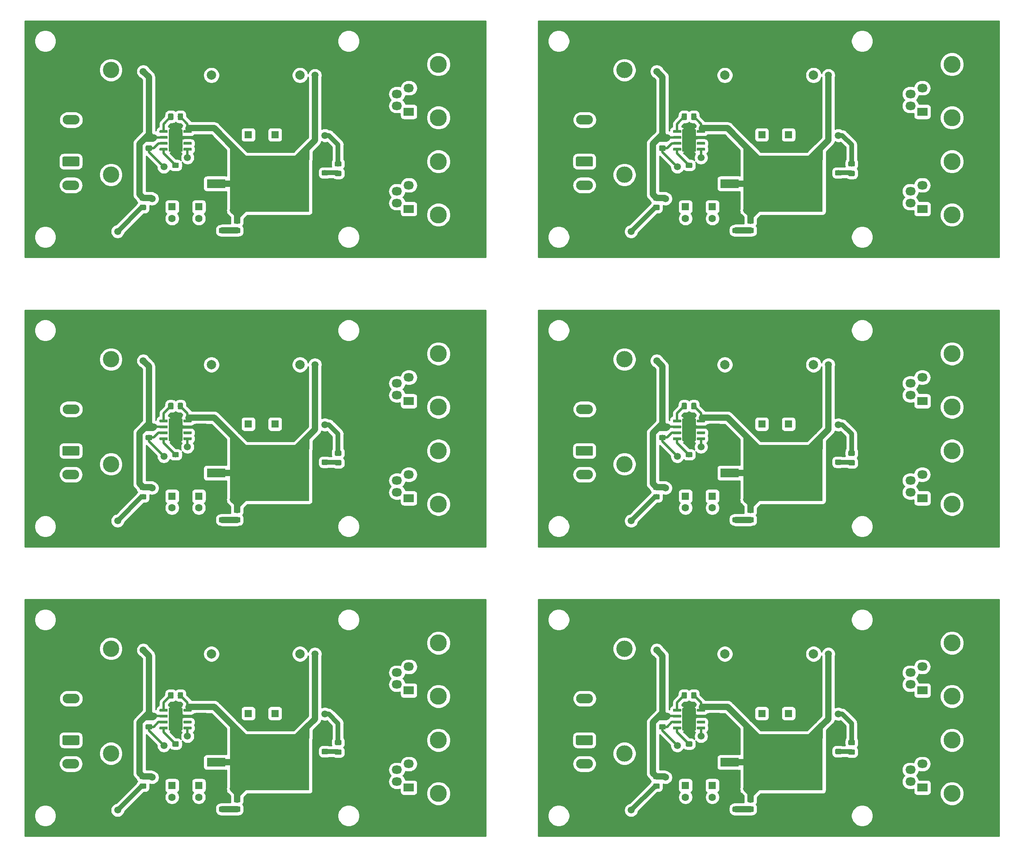
<source format=gbr>
G04 #@! TF.GenerationSoftware,KiCad,Pcbnew,5.1.4*
G04 #@! TF.CreationDate,2019-11-01T23:16:51-03:00*
G04 #@! TF.ProjectId,fonte_18V_panel,666f6e74-655f-4313-9856-5f70616e656c,rev?*
G04 #@! TF.SameCoordinates,Original*
G04 #@! TF.FileFunction,Copper,L1,Top*
G04 #@! TF.FilePolarity,Positive*
%FSLAX46Y46*%
G04 Gerber Fmt 4.6, Leading zero omitted, Abs format (unit mm)*
G04 Created by KiCad (PCBNEW 5.1.4) date 2019-11-01 23:16:51*
%MOMM*%
%LPD*%
G04 APERTURE LIST*
%ADD10C,0.100000*%
%ADD11C,1.150000*%
%ADD12C,2.500000*%
%ADD13O,2.200000X1.800000*%
%ADD14R,2.200000X1.800000*%
%ADD15C,3.650000*%
%ADD16C,2.080000*%
%ADD17O,3.600000X2.080000*%
%ADD18R,1.600000X1.600000*%
%ADD19C,1.600000*%
%ADD20C,3.500000*%
%ADD21R,17.000000X12.000000*%
%ADD22R,4.000000X1.905000*%
%ADD23C,2.950000*%
%ADD24C,0.500000*%
%ADD25C,0.600000*%
%ADD26C,2.000000*%
%ADD27C,1.500000*%
%ADD28C,0.508000*%
%ADD29C,1.350000*%
%ADD30C,1.016000*%
%ADD31C,0.254000*%
G04 APERTURE END LIST*
D10*
G36*
X183079505Y-167576204D02*
G01*
X183103773Y-167579804D01*
X183127572Y-167585765D01*
X183150671Y-167594030D01*
X183172850Y-167604520D01*
X183193893Y-167617132D01*
X183213599Y-167631747D01*
X183231777Y-167648223D01*
X183248253Y-167666401D01*
X183262868Y-167686107D01*
X183275480Y-167707150D01*
X183285970Y-167729329D01*
X183294235Y-167752428D01*
X183300196Y-167776227D01*
X183303796Y-167800495D01*
X183305000Y-167824999D01*
X183305000Y-168475001D01*
X183303796Y-168499505D01*
X183300196Y-168523773D01*
X183294235Y-168547572D01*
X183285970Y-168570671D01*
X183275480Y-168592850D01*
X183262868Y-168613893D01*
X183248253Y-168633599D01*
X183231777Y-168651777D01*
X183213599Y-168668253D01*
X183193893Y-168682868D01*
X183172850Y-168695480D01*
X183150671Y-168705970D01*
X183127572Y-168714235D01*
X183103773Y-168720196D01*
X183079505Y-168723796D01*
X183055001Y-168725000D01*
X182154999Y-168725000D01*
X182130495Y-168723796D01*
X182106227Y-168720196D01*
X182082428Y-168714235D01*
X182059329Y-168705970D01*
X182037150Y-168695480D01*
X182016107Y-168682868D01*
X181996401Y-168668253D01*
X181978223Y-168651777D01*
X181961747Y-168633599D01*
X181947132Y-168613893D01*
X181934520Y-168592850D01*
X181924030Y-168570671D01*
X181915765Y-168547572D01*
X181909804Y-168523773D01*
X181906204Y-168499505D01*
X181905000Y-168475001D01*
X181905000Y-167824999D01*
X181906204Y-167800495D01*
X181909804Y-167776227D01*
X181915765Y-167752428D01*
X181924030Y-167729329D01*
X181934520Y-167707150D01*
X181947132Y-167686107D01*
X181961747Y-167666401D01*
X181978223Y-167648223D01*
X181996401Y-167631747D01*
X182016107Y-167617132D01*
X182037150Y-167604520D01*
X182059329Y-167594030D01*
X182082428Y-167585765D01*
X182106227Y-167579804D01*
X182130495Y-167576204D01*
X182154999Y-167575000D01*
X183055001Y-167575000D01*
X183079505Y-167576204D01*
X183079505Y-167576204D01*
G37*
D11*
X182605000Y-168150000D03*
D10*
G36*
X183079505Y-165526204D02*
G01*
X183103773Y-165529804D01*
X183127572Y-165535765D01*
X183150671Y-165544030D01*
X183172850Y-165554520D01*
X183193893Y-165567132D01*
X183213599Y-165581747D01*
X183231777Y-165598223D01*
X183248253Y-165616401D01*
X183262868Y-165636107D01*
X183275480Y-165657150D01*
X183285970Y-165679329D01*
X183294235Y-165702428D01*
X183300196Y-165726227D01*
X183303796Y-165750495D01*
X183305000Y-165774999D01*
X183305000Y-166425001D01*
X183303796Y-166449505D01*
X183300196Y-166473773D01*
X183294235Y-166497572D01*
X183285970Y-166520671D01*
X183275480Y-166542850D01*
X183262868Y-166563893D01*
X183248253Y-166583599D01*
X183231777Y-166601777D01*
X183213599Y-166618253D01*
X183193893Y-166632868D01*
X183172850Y-166645480D01*
X183150671Y-166655970D01*
X183127572Y-166664235D01*
X183103773Y-166670196D01*
X183079505Y-166673796D01*
X183055001Y-166675000D01*
X182154999Y-166675000D01*
X182130495Y-166673796D01*
X182106227Y-166670196D01*
X182082428Y-166664235D01*
X182059329Y-166655970D01*
X182037150Y-166645480D01*
X182016107Y-166632868D01*
X181996401Y-166618253D01*
X181978223Y-166601777D01*
X181961747Y-166583599D01*
X181947132Y-166563893D01*
X181934520Y-166542850D01*
X181924030Y-166520671D01*
X181915765Y-166497572D01*
X181909804Y-166473773D01*
X181906204Y-166449505D01*
X181905000Y-166425001D01*
X181905000Y-165774999D01*
X181906204Y-165750495D01*
X181909804Y-165726227D01*
X181915765Y-165702428D01*
X181924030Y-165679329D01*
X181934520Y-165657150D01*
X181947132Y-165636107D01*
X181961747Y-165616401D01*
X181978223Y-165598223D01*
X181996401Y-165581747D01*
X182016107Y-165567132D01*
X182037150Y-165554520D01*
X182059329Y-165544030D01*
X182082428Y-165535765D01*
X182106227Y-165529804D01*
X182130495Y-165526204D01*
X182154999Y-165525000D01*
X183055001Y-165525000D01*
X183079505Y-165526204D01*
X183079505Y-165526204D01*
G37*
D11*
X182605000Y-166100000D03*
D10*
G36*
X73079505Y-167576204D02*
G01*
X73103773Y-167579804D01*
X73127572Y-167585765D01*
X73150671Y-167594030D01*
X73172850Y-167604520D01*
X73193893Y-167617132D01*
X73213599Y-167631747D01*
X73231777Y-167648223D01*
X73248253Y-167666401D01*
X73262868Y-167686107D01*
X73275480Y-167707150D01*
X73285970Y-167729329D01*
X73294235Y-167752428D01*
X73300196Y-167776227D01*
X73303796Y-167800495D01*
X73305000Y-167824999D01*
X73305000Y-168475001D01*
X73303796Y-168499505D01*
X73300196Y-168523773D01*
X73294235Y-168547572D01*
X73285970Y-168570671D01*
X73275480Y-168592850D01*
X73262868Y-168613893D01*
X73248253Y-168633599D01*
X73231777Y-168651777D01*
X73213599Y-168668253D01*
X73193893Y-168682868D01*
X73172850Y-168695480D01*
X73150671Y-168705970D01*
X73127572Y-168714235D01*
X73103773Y-168720196D01*
X73079505Y-168723796D01*
X73055001Y-168725000D01*
X72154999Y-168725000D01*
X72130495Y-168723796D01*
X72106227Y-168720196D01*
X72082428Y-168714235D01*
X72059329Y-168705970D01*
X72037150Y-168695480D01*
X72016107Y-168682868D01*
X71996401Y-168668253D01*
X71978223Y-168651777D01*
X71961747Y-168633599D01*
X71947132Y-168613893D01*
X71934520Y-168592850D01*
X71924030Y-168570671D01*
X71915765Y-168547572D01*
X71909804Y-168523773D01*
X71906204Y-168499505D01*
X71905000Y-168475001D01*
X71905000Y-167824999D01*
X71906204Y-167800495D01*
X71909804Y-167776227D01*
X71915765Y-167752428D01*
X71924030Y-167729329D01*
X71934520Y-167707150D01*
X71947132Y-167686107D01*
X71961747Y-167666401D01*
X71978223Y-167648223D01*
X71996401Y-167631747D01*
X72016107Y-167617132D01*
X72037150Y-167604520D01*
X72059329Y-167594030D01*
X72082428Y-167585765D01*
X72106227Y-167579804D01*
X72130495Y-167576204D01*
X72154999Y-167575000D01*
X73055001Y-167575000D01*
X73079505Y-167576204D01*
X73079505Y-167576204D01*
G37*
D11*
X72605000Y-168150000D03*
D10*
G36*
X73079505Y-165526204D02*
G01*
X73103773Y-165529804D01*
X73127572Y-165535765D01*
X73150671Y-165544030D01*
X73172850Y-165554520D01*
X73193893Y-165567132D01*
X73213599Y-165581747D01*
X73231777Y-165598223D01*
X73248253Y-165616401D01*
X73262868Y-165636107D01*
X73275480Y-165657150D01*
X73285970Y-165679329D01*
X73294235Y-165702428D01*
X73300196Y-165726227D01*
X73303796Y-165750495D01*
X73305000Y-165774999D01*
X73305000Y-166425001D01*
X73303796Y-166449505D01*
X73300196Y-166473773D01*
X73294235Y-166497572D01*
X73285970Y-166520671D01*
X73275480Y-166542850D01*
X73262868Y-166563893D01*
X73248253Y-166583599D01*
X73231777Y-166601777D01*
X73213599Y-166618253D01*
X73193893Y-166632868D01*
X73172850Y-166645480D01*
X73150671Y-166655970D01*
X73127572Y-166664235D01*
X73103773Y-166670196D01*
X73079505Y-166673796D01*
X73055001Y-166675000D01*
X72154999Y-166675000D01*
X72130495Y-166673796D01*
X72106227Y-166670196D01*
X72082428Y-166664235D01*
X72059329Y-166655970D01*
X72037150Y-166645480D01*
X72016107Y-166632868D01*
X71996401Y-166618253D01*
X71978223Y-166601777D01*
X71961747Y-166583599D01*
X71947132Y-166563893D01*
X71934520Y-166542850D01*
X71924030Y-166520671D01*
X71915765Y-166497572D01*
X71909804Y-166473773D01*
X71906204Y-166449505D01*
X71905000Y-166425001D01*
X71905000Y-165774999D01*
X71906204Y-165750495D01*
X71909804Y-165726227D01*
X71915765Y-165702428D01*
X71924030Y-165679329D01*
X71934520Y-165657150D01*
X71947132Y-165636107D01*
X71961747Y-165616401D01*
X71978223Y-165598223D01*
X71996401Y-165581747D01*
X72016107Y-165567132D01*
X72037150Y-165554520D01*
X72059329Y-165544030D01*
X72082428Y-165535765D01*
X72106227Y-165529804D01*
X72130495Y-165526204D01*
X72154999Y-165525000D01*
X73055001Y-165525000D01*
X73079505Y-165526204D01*
X73079505Y-165526204D01*
G37*
D11*
X72605000Y-166100000D03*
D10*
G36*
X183079505Y-105576204D02*
G01*
X183103773Y-105579804D01*
X183127572Y-105585765D01*
X183150671Y-105594030D01*
X183172850Y-105604520D01*
X183193893Y-105617132D01*
X183213599Y-105631747D01*
X183231777Y-105648223D01*
X183248253Y-105666401D01*
X183262868Y-105686107D01*
X183275480Y-105707150D01*
X183285970Y-105729329D01*
X183294235Y-105752428D01*
X183300196Y-105776227D01*
X183303796Y-105800495D01*
X183305000Y-105824999D01*
X183305000Y-106475001D01*
X183303796Y-106499505D01*
X183300196Y-106523773D01*
X183294235Y-106547572D01*
X183285970Y-106570671D01*
X183275480Y-106592850D01*
X183262868Y-106613893D01*
X183248253Y-106633599D01*
X183231777Y-106651777D01*
X183213599Y-106668253D01*
X183193893Y-106682868D01*
X183172850Y-106695480D01*
X183150671Y-106705970D01*
X183127572Y-106714235D01*
X183103773Y-106720196D01*
X183079505Y-106723796D01*
X183055001Y-106725000D01*
X182154999Y-106725000D01*
X182130495Y-106723796D01*
X182106227Y-106720196D01*
X182082428Y-106714235D01*
X182059329Y-106705970D01*
X182037150Y-106695480D01*
X182016107Y-106682868D01*
X181996401Y-106668253D01*
X181978223Y-106651777D01*
X181961747Y-106633599D01*
X181947132Y-106613893D01*
X181934520Y-106592850D01*
X181924030Y-106570671D01*
X181915765Y-106547572D01*
X181909804Y-106523773D01*
X181906204Y-106499505D01*
X181905000Y-106475001D01*
X181905000Y-105824999D01*
X181906204Y-105800495D01*
X181909804Y-105776227D01*
X181915765Y-105752428D01*
X181924030Y-105729329D01*
X181934520Y-105707150D01*
X181947132Y-105686107D01*
X181961747Y-105666401D01*
X181978223Y-105648223D01*
X181996401Y-105631747D01*
X182016107Y-105617132D01*
X182037150Y-105604520D01*
X182059329Y-105594030D01*
X182082428Y-105585765D01*
X182106227Y-105579804D01*
X182130495Y-105576204D01*
X182154999Y-105575000D01*
X183055001Y-105575000D01*
X183079505Y-105576204D01*
X183079505Y-105576204D01*
G37*
D11*
X182605000Y-106150000D03*
D10*
G36*
X183079505Y-103526204D02*
G01*
X183103773Y-103529804D01*
X183127572Y-103535765D01*
X183150671Y-103544030D01*
X183172850Y-103554520D01*
X183193893Y-103567132D01*
X183213599Y-103581747D01*
X183231777Y-103598223D01*
X183248253Y-103616401D01*
X183262868Y-103636107D01*
X183275480Y-103657150D01*
X183285970Y-103679329D01*
X183294235Y-103702428D01*
X183300196Y-103726227D01*
X183303796Y-103750495D01*
X183305000Y-103774999D01*
X183305000Y-104425001D01*
X183303796Y-104449505D01*
X183300196Y-104473773D01*
X183294235Y-104497572D01*
X183285970Y-104520671D01*
X183275480Y-104542850D01*
X183262868Y-104563893D01*
X183248253Y-104583599D01*
X183231777Y-104601777D01*
X183213599Y-104618253D01*
X183193893Y-104632868D01*
X183172850Y-104645480D01*
X183150671Y-104655970D01*
X183127572Y-104664235D01*
X183103773Y-104670196D01*
X183079505Y-104673796D01*
X183055001Y-104675000D01*
X182154999Y-104675000D01*
X182130495Y-104673796D01*
X182106227Y-104670196D01*
X182082428Y-104664235D01*
X182059329Y-104655970D01*
X182037150Y-104645480D01*
X182016107Y-104632868D01*
X181996401Y-104618253D01*
X181978223Y-104601777D01*
X181961747Y-104583599D01*
X181947132Y-104563893D01*
X181934520Y-104542850D01*
X181924030Y-104520671D01*
X181915765Y-104497572D01*
X181909804Y-104473773D01*
X181906204Y-104449505D01*
X181905000Y-104425001D01*
X181905000Y-103774999D01*
X181906204Y-103750495D01*
X181909804Y-103726227D01*
X181915765Y-103702428D01*
X181924030Y-103679329D01*
X181934520Y-103657150D01*
X181947132Y-103636107D01*
X181961747Y-103616401D01*
X181978223Y-103598223D01*
X181996401Y-103581747D01*
X182016107Y-103567132D01*
X182037150Y-103554520D01*
X182059329Y-103544030D01*
X182082428Y-103535765D01*
X182106227Y-103529804D01*
X182130495Y-103526204D01*
X182154999Y-103525000D01*
X183055001Y-103525000D01*
X183079505Y-103526204D01*
X183079505Y-103526204D01*
G37*
D11*
X182605000Y-104100000D03*
D10*
G36*
X73079505Y-105576204D02*
G01*
X73103773Y-105579804D01*
X73127572Y-105585765D01*
X73150671Y-105594030D01*
X73172850Y-105604520D01*
X73193893Y-105617132D01*
X73213599Y-105631747D01*
X73231777Y-105648223D01*
X73248253Y-105666401D01*
X73262868Y-105686107D01*
X73275480Y-105707150D01*
X73285970Y-105729329D01*
X73294235Y-105752428D01*
X73300196Y-105776227D01*
X73303796Y-105800495D01*
X73305000Y-105824999D01*
X73305000Y-106475001D01*
X73303796Y-106499505D01*
X73300196Y-106523773D01*
X73294235Y-106547572D01*
X73285970Y-106570671D01*
X73275480Y-106592850D01*
X73262868Y-106613893D01*
X73248253Y-106633599D01*
X73231777Y-106651777D01*
X73213599Y-106668253D01*
X73193893Y-106682868D01*
X73172850Y-106695480D01*
X73150671Y-106705970D01*
X73127572Y-106714235D01*
X73103773Y-106720196D01*
X73079505Y-106723796D01*
X73055001Y-106725000D01*
X72154999Y-106725000D01*
X72130495Y-106723796D01*
X72106227Y-106720196D01*
X72082428Y-106714235D01*
X72059329Y-106705970D01*
X72037150Y-106695480D01*
X72016107Y-106682868D01*
X71996401Y-106668253D01*
X71978223Y-106651777D01*
X71961747Y-106633599D01*
X71947132Y-106613893D01*
X71934520Y-106592850D01*
X71924030Y-106570671D01*
X71915765Y-106547572D01*
X71909804Y-106523773D01*
X71906204Y-106499505D01*
X71905000Y-106475001D01*
X71905000Y-105824999D01*
X71906204Y-105800495D01*
X71909804Y-105776227D01*
X71915765Y-105752428D01*
X71924030Y-105729329D01*
X71934520Y-105707150D01*
X71947132Y-105686107D01*
X71961747Y-105666401D01*
X71978223Y-105648223D01*
X71996401Y-105631747D01*
X72016107Y-105617132D01*
X72037150Y-105604520D01*
X72059329Y-105594030D01*
X72082428Y-105585765D01*
X72106227Y-105579804D01*
X72130495Y-105576204D01*
X72154999Y-105575000D01*
X73055001Y-105575000D01*
X73079505Y-105576204D01*
X73079505Y-105576204D01*
G37*
D11*
X72605000Y-106150000D03*
D10*
G36*
X73079505Y-103526204D02*
G01*
X73103773Y-103529804D01*
X73127572Y-103535765D01*
X73150671Y-103544030D01*
X73172850Y-103554520D01*
X73193893Y-103567132D01*
X73213599Y-103581747D01*
X73231777Y-103598223D01*
X73248253Y-103616401D01*
X73262868Y-103636107D01*
X73275480Y-103657150D01*
X73285970Y-103679329D01*
X73294235Y-103702428D01*
X73300196Y-103726227D01*
X73303796Y-103750495D01*
X73305000Y-103774999D01*
X73305000Y-104425001D01*
X73303796Y-104449505D01*
X73300196Y-104473773D01*
X73294235Y-104497572D01*
X73285970Y-104520671D01*
X73275480Y-104542850D01*
X73262868Y-104563893D01*
X73248253Y-104583599D01*
X73231777Y-104601777D01*
X73213599Y-104618253D01*
X73193893Y-104632868D01*
X73172850Y-104645480D01*
X73150671Y-104655970D01*
X73127572Y-104664235D01*
X73103773Y-104670196D01*
X73079505Y-104673796D01*
X73055001Y-104675000D01*
X72154999Y-104675000D01*
X72130495Y-104673796D01*
X72106227Y-104670196D01*
X72082428Y-104664235D01*
X72059329Y-104655970D01*
X72037150Y-104645480D01*
X72016107Y-104632868D01*
X71996401Y-104618253D01*
X71978223Y-104601777D01*
X71961747Y-104583599D01*
X71947132Y-104563893D01*
X71934520Y-104542850D01*
X71924030Y-104520671D01*
X71915765Y-104497572D01*
X71909804Y-104473773D01*
X71906204Y-104449505D01*
X71905000Y-104425001D01*
X71905000Y-103774999D01*
X71906204Y-103750495D01*
X71909804Y-103726227D01*
X71915765Y-103702428D01*
X71924030Y-103679329D01*
X71934520Y-103657150D01*
X71947132Y-103636107D01*
X71961747Y-103616401D01*
X71978223Y-103598223D01*
X71996401Y-103581747D01*
X72016107Y-103567132D01*
X72037150Y-103554520D01*
X72059329Y-103544030D01*
X72082428Y-103535765D01*
X72106227Y-103529804D01*
X72130495Y-103526204D01*
X72154999Y-103525000D01*
X73055001Y-103525000D01*
X73079505Y-103526204D01*
X73079505Y-103526204D01*
G37*
D11*
X72605000Y-104100000D03*
D10*
G36*
X183079505Y-43576204D02*
G01*
X183103773Y-43579804D01*
X183127572Y-43585765D01*
X183150671Y-43594030D01*
X183172850Y-43604520D01*
X183193893Y-43617132D01*
X183213599Y-43631747D01*
X183231777Y-43648223D01*
X183248253Y-43666401D01*
X183262868Y-43686107D01*
X183275480Y-43707150D01*
X183285970Y-43729329D01*
X183294235Y-43752428D01*
X183300196Y-43776227D01*
X183303796Y-43800495D01*
X183305000Y-43824999D01*
X183305000Y-44475001D01*
X183303796Y-44499505D01*
X183300196Y-44523773D01*
X183294235Y-44547572D01*
X183285970Y-44570671D01*
X183275480Y-44592850D01*
X183262868Y-44613893D01*
X183248253Y-44633599D01*
X183231777Y-44651777D01*
X183213599Y-44668253D01*
X183193893Y-44682868D01*
X183172850Y-44695480D01*
X183150671Y-44705970D01*
X183127572Y-44714235D01*
X183103773Y-44720196D01*
X183079505Y-44723796D01*
X183055001Y-44725000D01*
X182154999Y-44725000D01*
X182130495Y-44723796D01*
X182106227Y-44720196D01*
X182082428Y-44714235D01*
X182059329Y-44705970D01*
X182037150Y-44695480D01*
X182016107Y-44682868D01*
X181996401Y-44668253D01*
X181978223Y-44651777D01*
X181961747Y-44633599D01*
X181947132Y-44613893D01*
X181934520Y-44592850D01*
X181924030Y-44570671D01*
X181915765Y-44547572D01*
X181909804Y-44523773D01*
X181906204Y-44499505D01*
X181905000Y-44475001D01*
X181905000Y-43824999D01*
X181906204Y-43800495D01*
X181909804Y-43776227D01*
X181915765Y-43752428D01*
X181924030Y-43729329D01*
X181934520Y-43707150D01*
X181947132Y-43686107D01*
X181961747Y-43666401D01*
X181978223Y-43648223D01*
X181996401Y-43631747D01*
X182016107Y-43617132D01*
X182037150Y-43604520D01*
X182059329Y-43594030D01*
X182082428Y-43585765D01*
X182106227Y-43579804D01*
X182130495Y-43576204D01*
X182154999Y-43575000D01*
X183055001Y-43575000D01*
X183079505Y-43576204D01*
X183079505Y-43576204D01*
G37*
D11*
X182605000Y-44150000D03*
D10*
G36*
X183079505Y-41526204D02*
G01*
X183103773Y-41529804D01*
X183127572Y-41535765D01*
X183150671Y-41544030D01*
X183172850Y-41554520D01*
X183193893Y-41567132D01*
X183213599Y-41581747D01*
X183231777Y-41598223D01*
X183248253Y-41616401D01*
X183262868Y-41636107D01*
X183275480Y-41657150D01*
X183285970Y-41679329D01*
X183294235Y-41702428D01*
X183300196Y-41726227D01*
X183303796Y-41750495D01*
X183305000Y-41774999D01*
X183305000Y-42425001D01*
X183303796Y-42449505D01*
X183300196Y-42473773D01*
X183294235Y-42497572D01*
X183285970Y-42520671D01*
X183275480Y-42542850D01*
X183262868Y-42563893D01*
X183248253Y-42583599D01*
X183231777Y-42601777D01*
X183213599Y-42618253D01*
X183193893Y-42632868D01*
X183172850Y-42645480D01*
X183150671Y-42655970D01*
X183127572Y-42664235D01*
X183103773Y-42670196D01*
X183079505Y-42673796D01*
X183055001Y-42675000D01*
X182154999Y-42675000D01*
X182130495Y-42673796D01*
X182106227Y-42670196D01*
X182082428Y-42664235D01*
X182059329Y-42655970D01*
X182037150Y-42645480D01*
X182016107Y-42632868D01*
X181996401Y-42618253D01*
X181978223Y-42601777D01*
X181961747Y-42583599D01*
X181947132Y-42563893D01*
X181934520Y-42542850D01*
X181924030Y-42520671D01*
X181915765Y-42497572D01*
X181909804Y-42473773D01*
X181906204Y-42449505D01*
X181905000Y-42425001D01*
X181905000Y-41774999D01*
X181906204Y-41750495D01*
X181909804Y-41726227D01*
X181915765Y-41702428D01*
X181924030Y-41679329D01*
X181934520Y-41657150D01*
X181947132Y-41636107D01*
X181961747Y-41616401D01*
X181978223Y-41598223D01*
X181996401Y-41581747D01*
X182016107Y-41567132D01*
X182037150Y-41554520D01*
X182059329Y-41544030D01*
X182082428Y-41535765D01*
X182106227Y-41529804D01*
X182130495Y-41526204D01*
X182154999Y-41525000D01*
X183055001Y-41525000D01*
X183079505Y-41526204D01*
X183079505Y-41526204D01*
G37*
D11*
X182605000Y-42100000D03*
D10*
G36*
X220784505Y-172861204D02*
G01*
X220808773Y-172864804D01*
X220832572Y-172870765D01*
X220855671Y-172879030D01*
X220877850Y-172889520D01*
X220898893Y-172902132D01*
X220918599Y-172916747D01*
X220936777Y-172933223D01*
X220953253Y-172951401D01*
X220967868Y-172971107D01*
X220980480Y-172992150D01*
X220990970Y-173014329D01*
X220999235Y-173037428D01*
X221005196Y-173061227D01*
X221008796Y-173085495D01*
X221010000Y-173109999D01*
X221010000Y-173760001D01*
X221008796Y-173784505D01*
X221005196Y-173808773D01*
X220999235Y-173832572D01*
X220990970Y-173855671D01*
X220980480Y-173877850D01*
X220967868Y-173898893D01*
X220953253Y-173918599D01*
X220936777Y-173936777D01*
X220918599Y-173953253D01*
X220898893Y-173967868D01*
X220877850Y-173980480D01*
X220855671Y-173990970D01*
X220832572Y-173999235D01*
X220808773Y-174005196D01*
X220784505Y-174008796D01*
X220760001Y-174010000D01*
X219859999Y-174010000D01*
X219835495Y-174008796D01*
X219811227Y-174005196D01*
X219787428Y-173999235D01*
X219764329Y-173990970D01*
X219742150Y-173980480D01*
X219721107Y-173967868D01*
X219701401Y-173953253D01*
X219683223Y-173936777D01*
X219666747Y-173918599D01*
X219652132Y-173898893D01*
X219639520Y-173877850D01*
X219629030Y-173855671D01*
X219620765Y-173832572D01*
X219614804Y-173808773D01*
X219611204Y-173784505D01*
X219610000Y-173760001D01*
X219610000Y-173109999D01*
X219611204Y-173085495D01*
X219614804Y-173061227D01*
X219620765Y-173037428D01*
X219629030Y-173014329D01*
X219639520Y-172992150D01*
X219652132Y-172971107D01*
X219666747Y-172951401D01*
X219683223Y-172933223D01*
X219701401Y-172916747D01*
X219721107Y-172902132D01*
X219742150Y-172889520D01*
X219764329Y-172879030D01*
X219787428Y-172870765D01*
X219811227Y-172864804D01*
X219835495Y-172861204D01*
X219859999Y-172860000D01*
X220760001Y-172860000D01*
X220784505Y-172861204D01*
X220784505Y-172861204D01*
G37*
D11*
X220310000Y-173435000D03*
D10*
G36*
X220784505Y-170811204D02*
G01*
X220808773Y-170814804D01*
X220832572Y-170820765D01*
X220855671Y-170829030D01*
X220877850Y-170839520D01*
X220898893Y-170852132D01*
X220918599Y-170866747D01*
X220936777Y-170883223D01*
X220953253Y-170901401D01*
X220967868Y-170921107D01*
X220980480Y-170942150D01*
X220990970Y-170964329D01*
X220999235Y-170987428D01*
X221005196Y-171011227D01*
X221008796Y-171035495D01*
X221010000Y-171059999D01*
X221010000Y-171710001D01*
X221008796Y-171734505D01*
X221005196Y-171758773D01*
X220999235Y-171782572D01*
X220990970Y-171805671D01*
X220980480Y-171827850D01*
X220967868Y-171848893D01*
X220953253Y-171868599D01*
X220936777Y-171886777D01*
X220918599Y-171903253D01*
X220898893Y-171917868D01*
X220877850Y-171930480D01*
X220855671Y-171940970D01*
X220832572Y-171949235D01*
X220808773Y-171955196D01*
X220784505Y-171958796D01*
X220760001Y-171960000D01*
X219859999Y-171960000D01*
X219835495Y-171958796D01*
X219811227Y-171955196D01*
X219787428Y-171949235D01*
X219764329Y-171940970D01*
X219742150Y-171930480D01*
X219721107Y-171917868D01*
X219701401Y-171903253D01*
X219683223Y-171886777D01*
X219666747Y-171868599D01*
X219652132Y-171848893D01*
X219639520Y-171827850D01*
X219629030Y-171805671D01*
X219620765Y-171782572D01*
X219614804Y-171758773D01*
X219611204Y-171734505D01*
X219610000Y-171710001D01*
X219610000Y-171059999D01*
X219611204Y-171035495D01*
X219614804Y-171011227D01*
X219620765Y-170987428D01*
X219629030Y-170964329D01*
X219639520Y-170942150D01*
X219652132Y-170921107D01*
X219666747Y-170901401D01*
X219683223Y-170883223D01*
X219701401Y-170866747D01*
X219721107Y-170852132D01*
X219742150Y-170839520D01*
X219764329Y-170829030D01*
X219787428Y-170820765D01*
X219811227Y-170814804D01*
X219835495Y-170811204D01*
X219859999Y-170810000D01*
X220760001Y-170810000D01*
X220784505Y-170811204D01*
X220784505Y-170811204D01*
G37*
D11*
X220310000Y-171385000D03*
D10*
G36*
X110784505Y-172861204D02*
G01*
X110808773Y-172864804D01*
X110832572Y-172870765D01*
X110855671Y-172879030D01*
X110877850Y-172889520D01*
X110898893Y-172902132D01*
X110918599Y-172916747D01*
X110936777Y-172933223D01*
X110953253Y-172951401D01*
X110967868Y-172971107D01*
X110980480Y-172992150D01*
X110990970Y-173014329D01*
X110999235Y-173037428D01*
X111005196Y-173061227D01*
X111008796Y-173085495D01*
X111010000Y-173109999D01*
X111010000Y-173760001D01*
X111008796Y-173784505D01*
X111005196Y-173808773D01*
X110999235Y-173832572D01*
X110990970Y-173855671D01*
X110980480Y-173877850D01*
X110967868Y-173898893D01*
X110953253Y-173918599D01*
X110936777Y-173936777D01*
X110918599Y-173953253D01*
X110898893Y-173967868D01*
X110877850Y-173980480D01*
X110855671Y-173990970D01*
X110832572Y-173999235D01*
X110808773Y-174005196D01*
X110784505Y-174008796D01*
X110760001Y-174010000D01*
X109859999Y-174010000D01*
X109835495Y-174008796D01*
X109811227Y-174005196D01*
X109787428Y-173999235D01*
X109764329Y-173990970D01*
X109742150Y-173980480D01*
X109721107Y-173967868D01*
X109701401Y-173953253D01*
X109683223Y-173936777D01*
X109666747Y-173918599D01*
X109652132Y-173898893D01*
X109639520Y-173877850D01*
X109629030Y-173855671D01*
X109620765Y-173832572D01*
X109614804Y-173808773D01*
X109611204Y-173784505D01*
X109610000Y-173760001D01*
X109610000Y-173109999D01*
X109611204Y-173085495D01*
X109614804Y-173061227D01*
X109620765Y-173037428D01*
X109629030Y-173014329D01*
X109639520Y-172992150D01*
X109652132Y-172971107D01*
X109666747Y-172951401D01*
X109683223Y-172933223D01*
X109701401Y-172916747D01*
X109721107Y-172902132D01*
X109742150Y-172889520D01*
X109764329Y-172879030D01*
X109787428Y-172870765D01*
X109811227Y-172864804D01*
X109835495Y-172861204D01*
X109859999Y-172860000D01*
X110760001Y-172860000D01*
X110784505Y-172861204D01*
X110784505Y-172861204D01*
G37*
D11*
X110310000Y-173435000D03*
D10*
G36*
X110784505Y-170811204D02*
G01*
X110808773Y-170814804D01*
X110832572Y-170820765D01*
X110855671Y-170829030D01*
X110877850Y-170839520D01*
X110898893Y-170852132D01*
X110918599Y-170866747D01*
X110936777Y-170883223D01*
X110953253Y-170901401D01*
X110967868Y-170921107D01*
X110980480Y-170942150D01*
X110990970Y-170964329D01*
X110999235Y-170987428D01*
X111005196Y-171011227D01*
X111008796Y-171035495D01*
X111010000Y-171059999D01*
X111010000Y-171710001D01*
X111008796Y-171734505D01*
X111005196Y-171758773D01*
X110999235Y-171782572D01*
X110990970Y-171805671D01*
X110980480Y-171827850D01*
X110967868Y-171848893D01*
X110953253Y-171868599D01*
X110936777Y-171886777D01*
X110918599Y-171903253D01*
X110898893Y-171917868D01*
X110877850Y-171930480D01*
X110855671Y-171940970D01*
X110832572Y-171949235D01*
X110808773Y-171955196D01*
X110784505Y-171958796D01*
X110760001Y-171960000D01*
X109859999Y-171960000D01*
X109835495Y-171958796D01*
X109811227Y-171955196D01*
X109787428Y-171949235D01*
X109764329Y-171940970D01*
X109742150Y-171930480D01*
X109721107Y-171917868D01*
X109701401Y-171903253D01*
X109683223Y-171886777D01*
X109666747Y-171868599D01*
X109652132Y-171848893D01*
X109639520Y-171827850D01*
X109629030Y-171805671D01*
X109620765Y-171782572D01*
X109614804Y-171758773D01*
X109611204Y-171734505D01*
X109610000Y-171710001D01*
X109610000Y-171059999D01*
X109611204Y-171035495D01*
X109614804Y-171011227D01*
X109620765Y-170987428D01*
X109629030Y-170964329D01*
X109639520Y-170942150D01*
X109652132Y-170921107D01*
X109666747Y-170901401D01*
X109683223Y-170883223D01*
X109701401Y-170866747D01*
X109721107Y-170852132D01*
X109742150Y-170839520D01*
X109764329Y-170829030D01*
X109787428Y-170820765D01*
X109811227Y-170814804D01*
X109835495Y-170811204D01*
X109859999Y-170810000D01*
X110760001Y-170810000D01*
X110784505Y-170811204D01*
X110784505Y-170811204D01*
G37*
D11*
X110310000Y-171385000D03*
D10*
G36*
X220784505Y-110861204D02*
G01*
X220808773Y-110864804D01*
X220832572Y-110870765D01*
X220855671Y-110879030D01*
X220877850Y-110889520D01*
X220898893Y-110902132D01*
X220918599Y-110916747D01*
X220936777Y-110933223D01*
X220953253Y-110951401D01*
X220967868Y-110971107D01*
X220980480Y-110992150D01*
X220990970Y-111014329D01*
X220999235Y-111037428D01*
X221005196Y-111061227D01*
X221008796Y-111085495D01*
X221010000Y-111109999D01*
X221010000Y-111760001D01*
X221008796Y-111784505D01*
X221005196Y-111808773D01*
X220999235Y-111832572D01*
X220990970Y-111855671D01*
X220980480Y-111877850D01*
X220967868Y-111898893D01*
X220953253Y-111918599D01*
X220936777Y-111936777D01*
X220918599Y-111953253D01*
X220898893Y-111967868D01*
X220877850Y-111980480D01*
X220855671Y-111990970D01*
X220832572Y-111999235D01*
X220808773Y-112005196D01*
X220784505Y-112008796D01*
X220760001Y-112010000D01*
X219859999Y-112010000D01*
X219835495Y-112008796D01*
X219811227Y-112005196D01*
X219787428Y-111999235D01*
X219764329Y-111990970D01*
X219742150Y-111980480D01*
X219721107Y-111967868D01*
X219701401Y-111953253D01*
X219683223Y-111936777D01*
X219666747Y-111918599D01*
X219652132Y-111898893D01*
X219639520Y-111877850D01*
X219629030Y-111855671D01*
X219620765Y-111832572D01*
X219614804Y-111808773D01*
X219611204Y-111784505D01*
X219610000Y-111760001D01*
X219610000Y-111109999D01*
X219611204Y-111085495D01*
X219614804Y-111061227D01*
X219620765Y-111037428D01*
X219629030Y-111014329D01*
X219639520Y-110992150D01*
X219652132Y-110971107D01*
X219666747Y-110951401D01*
X219683223Y-110933223D01*
X219701401Y-110916747D01*
X219721107Y-110902132D01*
X219742150Y-110889520D01*
X219764329Y-110879030D01*
X219787428Y-110870765D01*
X219811227Y-110864804D01*
X219835495Y-110861204D01*
X219859999Y-110860000D01*
X220760001Y-110860000D01*
X220784505Y-110861204D01*
X220784505Y-110861204D01*
G37*
D11*
X220310000Y-111435000D03*
D10*
G36*
X220784505Y-108811204D02*
G01*
X220808773Y-108814804D01*
X220832572Y-108820765D01*
X220855671Y-108829030D01*
X220877850Y-108839520D01*
X220898893Y-108852132D01*
X220918599Y-108866747D01*
X220936777Y-108883223D01*
X220953253Y-108901401D01*
X220967868Y-108921107D01*
X220980480Y-108942150D01*
X220990970Y-108964329D01*
X220999235Y-108987428D01*
X221005196Y-109011227D01*
X221008796Y-109035495D01*
X221010000Y-109059999D01*
X221010000Y-109710001D01*
X221008796Y-109734505D01*
X221005196Y-109758773D01*
X220999235Y-109782572D01*
X220990970Y-109805671D01*
X220980480Y-109827850D01*
X220967868Y-109848893D01*
X220953253Y-109868599D01*
X220936777Y-109886777D01*
X220918599Y-109903253D01*
X220898893Y-109917868D01*
X220877850Y-109930480D01*
X220855671Y-109940970D01*
X220832572Y-109949235D01*
X220808773Y-109955196D01*
X220784505Y-109958796D01*
X220760001Y-109960000D01*
X219859999Y-109960000D01*
X219835495Y-109958796D01*
X219811227Y-109955196D01*
X219787428Y-109949235D01*
X219764329Y-109940970D01*
X219742150Y-109930480D01*
X219721107Y-109917868D01*
X219701401Y-109903253D01*
X219683223Y-109886777D01*
X219666747Y-109868599D01*
X219652132Y-109848893D01*
X219639520Y-109827850D01*
X219629030Y-109805671D01*
X219620765Y-109782572D01*
X219614804Y-109758773D01*
X219611204Y-109734505D01*
X219610000Y-109710001D01*
X219610000Y-109059999D01*
X219611204Y-109035495D01*
X219614804Y-109011227D01*
X219620765Y-108987428D01*
X219629030Y-108964329D01*
X219639520Y-108942150D01*
X219652132Y-108921107D01*
X219666747Y-108901401D01*
X219683223Y-108883223D01*
X219701401Y-108866747D01*
X219721107Y-108852132D01*
X219742150Y-108839520D01*
X219764329Y-108829030D01*
X219787428Y-108820765D01*
X219811227Y-108814804D01*
X219835495Y-108811204D01*
X219859999Y-108810000D01*
X220760001Y-108810000D01*
X220784505Y-108811204D01*
X220784505Y-108811204D01*
G37*
D11*
X220310000Y-109385000D03*
D10*
G36*
X110784505Y-110861204D02*
G01*
X110808773Y-110864804D01*
X110832572Y-110870765D01*
X110855671Y-110879030D01*
X110877850Y-110889520D01*
X110898893Y-110902132D01*
X110918599Y-110916747D01*
X110936777Y-110933223D01*
X110953253Y-110951401D01*
X110967868Y-110971107D01*
X110980480Y-110992150D01*
X110990970Y-111014329D01*
X110999235Y-111037428D01*
X111005196Y-111061227D01*
X111008796Y-111085495D01*
X111010000Y-111109999D01*
X111010000Y-111760001D01*
X111008796Y-111784505D01*
X111005196Y-111808773D01*
X110999235Y-111832572D01*
X110990970Y-111855671D01*
X110980480Y-111877850D01*
X110967868Y-111898893D01*
X110953253Y-111918599D01*
X110936777Y-111936777D01*
X110918599Y-111953253D01*
X110898893Y-111967868D01*
X110877850Y-111980480D01*
X110855671Y-111990970D01*
X110832572Y-111999235D01*
X110808773Y-112005196D01*
X110784505Y-112008796D01*
X110760001Y-112010000D01*
X109859999Y-112010000D01*
X109835495Y-112008796D01*
X109811227Y-112005196D01*
X109787428Y-111999235D01*
X109764329Y-111990970D01*
X109742150Y-111980480D01*
X109721107Y-111967868D01*
X109701401Y-111953253D01*
X109683223Y-111936777D01*
X109666747Y-111918599D01*
X109652132Y-111898893D01*
X109639520Y-111877850D01*
X109629030Y-111855671D01*
X109620765Y-111832572D01*
X109614804Y-111808773D01*
X109611204Y-111784505D01*
X109610000Y-111760001D01*
X109610000Y-111109999D01*
X109611204Y-111085495D01*
X109614804Y-111061227D01*
X109620765Y-111037428D01*
X109629030Y-111014329D01*
X109639520Y-110992150D01*
X109652132Y-110971107D01*
X109666747Y-110951401D01*
X109683223Y-110933223D01*
X109701401Y-110916747D01*
X109721107Y-110902132D01*
X109742150Y-110889520D01*
X109764329Y-110879030D01*
X109787428Y-110870765D01*
X109811227Y-110864804D01*
X109835495Y-110861204D01*
X109859999Y-110860000D01*
X110760001Y-110860000D01*
X110784505Y-110861204D01*
X110784505Y-110861204D01*
G37*
D11*
X110310000Y-111435000D03*
D10*
G36*
X110784505Y-108811204D02*
G01*
X110808773Y-108814804D01*
X110832572Y-108820765D01*
X110855671Y-108829030D01*
X110877850Y-108839520D01*
X110898893Y-108852132D01*
X110918599Y-108866747D01*
X110936777Y-108883223D01*
X110953253Y-108901401D01*
X110967868Y-108921107D01*
X110980480Y-108942150D01*
X110990970Y-108964329D01*
X110999235Y-108987428D01*
X111005196Y-109011227D01*
X111008796Y-109035495D01*
X111010000Y-109059999D01*
X111010000Y-109710001D01*
X111008796Y-109734505D01*
X111005196Y-109758773D01*
X110999235Y-109782572D01*
X110990970Y-109805671D01*
X110980480Y-109827850D01*
X110967868Y-109848893D01*
X110953253Y-109868599D01*
X110936777Y-109886777D01*
X110918599Y-109903253D01*
X110898893Y-109917868D01*
X110877850Y-109930480D01*
X110855671Y-109940970D01*
X110832572Y-109949235D01*
X110808773Y-109955196D01*
X110784505Y-109958796D01*
X110760001Y-109960000D01*
X109859999Y-109960000D01*
X109835495Y-109958796D01*
X109811227Y-109955196D01*
X109787428Y-109949235D01*
X109764329Y-109940970D01*
X109742150Y-109930480D01*
X109721107Y-109917868D01*
X109701401Y-109903253D01*
X109683223Y-109886777D01*
X109666747Y-109868599D01*
X109652132Y-109848893D01*
X109639520Y-109827850D01*
X109629030Y-109805671D01*
X109620765Y-109782572D01*
X109614804Y-109758773D01*
X109611204Y-109734505D01*
X109610000Y-109710001D01*
X109610000Y-109059999D01*
X109611204Y-109035495D01*
X109614804Y-109011227D01*
X109620765Y-108987428D01*
X109629030Y-108964329D01*
X109639520Y-108942150D01*
X109652132Y-108921107D01*
X109666747Y-108901401D01*
X109683223Y-108883223D01*
X109701401Y-108866747D01*
X109721107Y-108852132D01*
X109742150Y-108839520D01*
X109764329Y-108829030D01*
X109787428Y-108820765D01*
X109811227Y-108814804D01*
X109835495Y-108811204D01*
X109859999Y-108810000D01*
X110760001Y-108810000D01*
X110784505Y-108811204D01*
X110784505Y-108811204D01*
G37*
D11*
X110310000Y-109385000D03*
D10*
G36*
X220784505Y-48861204D02*
G01*
X220808773Y-48864804D01*
X220832572Y-48870765D01*
X220855671Y-48879030D01*
X220877850Y-48889520D01*
X220898893Y-48902132D01*
X220918599Y-48916747D01*
X220936777Y-48933223D01*
X220953253Y-48951401D01*
X220967868Y-48971107D01*
X220980480Y-48992150D01*
X220990970Y-49014329D01*
X220999235Y-49037428D01*
X221005196Y-49061227D01*
X221008796Y-49085495D01*
X221010000Y-49109999D01*
X221010000Y-49760001D01*
X221008796Y-49784505D01*
X221005196Y-49808773D01*
X220999235Y-49832572D01*
X220990970Y-49855671D01*
X220980480Y-49877850D01*
X220967868Y-49898893D01*
X220953253Y-49918599D01*
X220936777Y-49936777D01*
X220918599Y-49953253D01*
X220898893Y-49967868D01*
X220877850Y-49980480D01*
X220855671Y-49990970D01*
X220832572Y-49999235D01*
X220808773Y-50005196D01*
X220784505Y-50008796D01*
X220760001Y-50010000D01*
X219859999Y-50010000D01*
X219835495Y-50008796D01*
X219811227Y-50005196D01*
X219787428Y-49999235D01*
X219764329Y-49990970D01*
X219742150Y-49980480D01*
X219721107Y-49967868D01*
X219701401Y-49953253D01*
X219683223Y-49936777D01*
X219666747Y-49918599D01*
X219652132Y-49898893D01*
X219639520Y-49877850D01*
X219629030Y-49855671D01*
X219620765Y-49832572D01*
X219614804Y-49808773D01*
X219611204Y-49784505D01*
X219610000Y-49760001D01*
X219610000Y-49109999D01*
X219611204Y-49085495D01*
X219614804Y-49061227D01*
X219620765Y-49037428D01*
X219629030Y-49014329D01*
X219639520Y-48992150D01*
X219652132Y-48971107D01*
X219666747Y-48951401D01*
X219683223Y-48933223D01*
X219701401Y-48916747D01*
X219721107Y-48902132D01*
X219742150Y-48889520D01*
X219764329Y-48879030D01*
X219787428Y-48870765D01*
X219811227Y-48864804D01*
X219835495Y-48861204D01*
X219859999Y-48860000D01*
X220760001Y-48860000D01*
X220784505Y-48861204D01*
X220784505Y-48861204D01*
G37*
D11*
X220310000Y-49435000D03*
D10*
G36*
X220784505Y-46811204D02*
G01*
X220808773Y-46814804D01*
X220832572Y-46820765D01*
X220855671Y-46829030D01*
X220877850Y-46839520D01*
X220898893Y-46852132D01*
X220918599Y-46866747D01*
X220936777Y-46883223D01*
X220953253Y-46901401D01*
X220967868Y-46921107D01*
X220980480Y-46942150D01*
X220990970Y-46964329D01*
X220999235Y-46987428D01*
X221005196Y-47011227D01*
X221008796Y-47035495D01*
X221010000Y-47059999D01*
X221010000Y-47710001D01*
X221008796Y-47734505D01*
X221005196Y-47758773D01*
X220999235Y-47782572D01*
X220990970Y-47805671D01*
X220980480Y-47827850D01*
X220967868Y-47848893D01*
X220953253Y-47868599D01*
X220936777Y-47886777D01*
X220918599Y-47903253D01*
X220898893Y-47917868D01*
X220877850Y-47930480D01*
X220855671Y-47940970D01*
X220832572Y-47949235D01*
X220808773Y-47955196D01*
X220784505Y-47958796D01*
X220760001Y-47960000D01*
X219859999Y-47960000D01*
X219835495Y-47958796D01*
X219811227Y-47955196D01*
X219787428Y-47949235D01*
X219764329Y-47940970D01*
X219742150Y-47930480D01*
X219721107Y-47917868D01*
X219701401Y-47903253D01*
X219683223Y-47886777D01*
X219666747Y-47868599D01*
X219652132Y-47848893D01*
X219639520Y-47827850D01*
X219629030Y-47805671D01*
X219620765Y-47782572D01*
X219614804Y-47758773D01*
X219611204Y-47734505D01*
X219610000Y-47710001D01*
X219610000Y-47059999D01*
X219611204Y-47035495D01*
X219614804Y-47011227D01*
X219620765Y-46987428D01*
X219629030Y-46964329D01*
X219639520Y-46942150D01*
X219652132Y-46921107D01*
X219666747Y-46901401D01*
X219683223Y-46883223D01*
X219701401Y-46866747D01*
X219721107Y-46852132D01*
X219742150Y-46839520D01*
X219764329Y-46829030D01*
X219787428Y-46820765D01*
X219811227Y-46814804D01*
X219835495Y-46811204D01*
X219859999Y-46810000D01*
X220760001Y-46810000D01*
X220784505Y-46811204D01*
X220784505Y-46811204D01*
G37*
D11*
X220310000Y-47385000D03*
D10*
G36*
X188794505Y-171241204D02*
G01*
X188818773Y-171244804D01*
X188842572Y-171250765D01*
X188865671Y-171259030D01*
X188887850Y-171269520D01*
X188908893Y-171282132D01*
X188928599Y-171296747D01*
X188946777Y-171313223D01*
X188963253Y-171331401D01*
X188977868Y-171351107D01*
X188990480Y-171372150D01*
X189000970Y-171394329D01*
X189009235Y-171417428D01*
X189015196Y-171441227D01*
X189018796Y-171465495D01*
X189020000Y-171489999D01*
X189020000Y-172140001D01*
X189018796Y-172164505D01*
X189015196Y-172188773D01*
X189009235Y-172212572D01*
X189000970Y-172235671D01*
X188990480Y-172257850D01*
X188977868Y-172278893D01*
X188963253Y-172298599D01*
X188946777Y-172316777D01*
X188928599Y-172333253D01*
X188908893Y-172347868D01*
X188887850Y-172360480D01*
X188865671Y-172370970D01*
X188842572Y-172379235D01*
X188818773Y-172385196D01*
X188794505Y-172388796D01*
X188770001Y-172390000D01*
X187869999Y-172390000D01*
X187845495Y-172388796D01*
X187821227Y-172385196D01*
X187797428Y-172379235D01*
X187774329Y-172370970D01*
X187752150Y-172360480D01*
X187731107Y-172347868D01*
X187711401Y-172333253D01*
X187693223Y-172316777D01*
X187676747Y-172298599D01*
X187662132Y-172278893D01*
X187649520Y-172257850D01*
X187639030Y-172235671D01*
X187630765Y-172212572D01*
X187624804Y-172188773D01*
X187621204Y-172164505D01*
X187620000Y-172140001D01*
X187620000Y-171489999D01*
X187621204Y-171465495D01*
X187624804Y-171441227D01*
X187630765Y-171417428D01*
X187639030Y-171394329D01*
X187649520Y-171372150D01*
X187662132Y-171351107D01*
X187676747Y-171331401D01*
X187693223Y-171313223D01*
X187711401Y-171296747D01*
X187731107Y-171282132D01*
X187752150Y-171269520D01*
X187774329Y-171259030D01*
X187797428Y-171250765D01*
X187821227Y-171244804D01*
X187845495Y-171241204D01*
X187869999Y-171240000D01*
X188770001Y-171240000D01*
X188794505Y-171241204D01*
X188794505Y-171241204D01*
G37*
D11*
X188320000Y-171815000D03*
D10*
G36*
X188794505Y-173291204D02*
G01*
X188818773Y-173294804D01*
X188842572Y-173300765D01*
X188865671Y-173309030D01*
X188887850Y-173319520D01*
X188908893Y-173332132D01*
X188928599Y-173346747D01*
X188946777Y-173363223D01*
X188963253Y-173381401D01*
X188977868Y-173401107D01*
X188990480Y-173422150D01*
X189000970Y-173444329D01*
X189009235Y-173467428D01*
X189015196Y-173491227D01*
X189018796Y-173515495D01*
X189020000Y-173539999D01*
X189020000Y-174190001D01*
X189018796Y-174214505D01*
X189015196Y-174238773D01*
X189009235Y-174262572D01*
X189000970Y-174285671D01*
X188990480Y-174307850D01*
X188977868Y-174328893D01*
X188963253Y-174348599D01*
X188946777Y-174366777D01*
X188928599Y-174383253D01*
X188908893Y-174397868D01*
X188887850Y-174410480D01*
X188865671Y-174420970D01*
X188842572Y-174429235D01*
X188818773Y-174435196D01*
X188794505Y-174438796D01*
X188770001Y-174440000D01*
X187869999Y-174440000D01*
X187845495Y-174438796D01*
X187821227Y-174435196D01*
X187797428Y-174429235D01*
X187774329Y-174420970D01*
X187752150Y-174410480D01*
X187731107Y-174397868D01*
X187711401Y-174383253D01*
X187693223Y-174366777D01*
X187676747Y-174348599D01*
X187662132Y-174328893D01*
X187649520Y-174307850D01*
X187639030Y-174285671D01*
X187630765Y-174262572D01*
X187624804Y-174238773D01*
X187621204Y-174214505D01*
X187620000Y-174190001D01*
X187620000Y-173539999D01*
X187621204Y-173515495D01*
X187624804Y-173491227D01*
X187630765Y-173467428D01*
X187639030Y-173444329D01*
X187649520Y-173422150D01*
X187662132Y-173401107D01*
X187676747Y-173381401D01*
X187693223Y-173363223D01*
X187711401Y-173346747D01*
X187731107Y-173332132D01*
X187752150Y-173319520D01*
X187774329Y-173309030D01*
X187797428Y-173300765D01*
X187821227Y-173294804D01*
X187845495Y-173291204D01*
X187869999Y-173290000D01*
X188770001Y-173290000D01*
X188794505Y-173291204D01*
X188794505Y-173291204D01*
G37*
D11*
X188320000Y-173865000D03*
D10*
G36*
X78794505Y-171241204D02*
G01*
X78818773Y-171244804D01*
X78842572Y-171250765D01*
X78865671Y-171259030D01*
X78887850Y-171269520D01*
X78908893Y-171282132D01*
X78928599Y-171296747D01*
X78946777Y-171313223D01*
X78963253Y-171331401D01*
X78977868Y-171351107D01*
X78990480Y-171372150D01*
X79000970Y-171394329D01*
X79009235Y-171417428D01*
X79015196Y-171441227D01*
X79018796Y-171465495D01*
X79020000Y-171489999D01*
X79020000Y-172140001D01*
X79018796Y-172164505D01*
X79015196Y-172188773D01*
X79009235Y-172212572D01*
X79000970Y-172235671D01*
X78990480Y-172257850D01*
X78977868Y-172278893D01*
X78963253Y-172298599D01*
X78946777Y-172316777D01*
X78928599Y-172333253D01*
X78908893Y-172347868D01*
X78887850Y-172360480D01*
X78865671Y-172370970D01*
X78842572Y-172379235D01*
X78818773Y-172385196D01*
X78794505Y-172388796D01*
X78770001Y-172390000D01*
X77869999Y-172390000D01*
X77845495Y-172388796D01*
X77821227Y-172385196D01*
X77797428Y-172379235D01*
X77774329Y-172370970D01*
X77752150Y-172360480D01*
X77731107Y-172347868D01*
X77711401Y-172333253D01*
X77693223Y-172316777D01*
X77676747Y-172298599D01*
X77662132Y-172278893D01*
X77649520Y-172257850D01*
X77639030Y-172235671D01*
X77630765Y-172212572D01*
X77624804Y-172188773D01*
X77621204Y-172164505D01*
X77620000Y-172140001D01*
X77620000Y-171489999D01*
X77621204Y-171465495D01*
X77624804Y-171441227D01*
X77630765Y-171417428D01*
X77639030Y-171394329D01*
X77649520Y-171372150D01*
X77662132Y-171351107D01*
X77676747Y-171331401D01*
X77693223Y-171313223D01*
X77711401Y-171296747D01*
X77731107Y-171282132D01*
X77752150Y-171269520D01*
X77774329Y-171259030D01*
X77797428Y-171250765D01*
X77821227Y-171244804D01*
X77845495Y-171241204D01*
X77869999Y-171240000D01*
X78770001Y-171240000D01*
X78794505Y-171241204D01*
X78794505Y-171241204D01*
G37*
D11*
X78320000Y-171815000D03*
D10*
G36*
X78794505Y-173291204D02*
G01*
X78818773Y-173294804D01*
X78842572Y-173300765D01*
X78865671Y-173309030D01*
X78887850Y-173319520D01*
X78908893Y-173332132D01*
X78928599Y-173346747D01*
X78946777Y-173363223D01*
X78963253Y-173381401D01*
X78977868Y-173401107D01*
X78990480Y-173422150D01*
X79000970Y-173444329D01*
X79009235Y-173467428D01*
X79015196Y-173491227D01*
X79018796Y-173515495D01*
X79020000Y-173539999D01*
X79020000Y-174190001D01*
X79018796Y-174214505D01*
X79015196Y-174238773D01*
X79009235Y-174262572D01*
X79000970Y-174285671D01*
X78990480Y-174307850D01*
X78977868Y-174328893D01*
X78963253Y-174348599D01*
X78946777Y-174366777D01*
X78928599Y-174383253D01*
X78908893Y-174397868D01*
X78887850Y-174410480D01*
X78865671Y-174420970D01*
X78842572Y-174429235D01*
X78818773Y-174435196D01*
X78794505Y-174438796D01*
X78770001Y-174440000D01*
X77869999Y-174440000D01*
X77845495Y-174438796D01*
X77821227Y-174435196D01*
X77797428Y-174429235D01*
X77774329Y-174420970D01*
X77752150Y-174410480D01*
X77731107Y-174397868D01*
X77711401Y-174383253D01*
X77693223Y-174366777D01*
X77676747Y-174348599D01*
X77662132Y-174328893D01*
X77649520Y-174307850D01*
X77639030Y-174285671D01*
X77630765Y-174262572D01*
X77624804Y-174238773D01*
X77621204Y-174214505D01*
X77620000Y-174190001D01*
X77620000Y-173539999D01*
X77621204Y-173515495D01*
X77624804Y-173491227D01*
X77630765Y-173467428D01*
X77639030Y-173444329D01*
X77649520Y-173422150D01*
X77662132Y-173401107D01*
X77676747Y-173381401D01*
X77693223Y-173363223D01*
X77711401Y-173346747D01*
X77731107Y-173332132D01*
X77752150Y-173319520D01*
X77774329Y-173309030D01*
X77797428Y-173300765D01*
X77821227Y-173294804D01*
X77845495Y-173291204D01*
X77869999Y-173290000D01*
X78770001Y-173290000D01*
X78794505Y-173291204D01*
X78794505Y-173291204D01*
G37*
D11*
X78320000Y-173865000D03*
D10*
G36*
X188794505Y-109241204D02*
G01*
X188818773Y-109244804D01*
X188842572Y-109250765D01*
X188865671Y-109259030D01*
X188887850Y-109269520D01*
X188908893Y-109282132D01*
X188928599Y-109296747D01*
X188946777Y-109313223D01*
X188963253Y-109331401D01*
X188977868Y-109351107D01*
X188990480Y-109372150D01*
X189000970Y-109394329D01*
X189009235Y-109417428D01*
X189015196Y-109441227D01*
X189018796Y-109465495D01*
X189020000Y-109489999D01*
X189020000Y-110140001D01*
X189018796Y-110164505D01*
X189015196Y-110188773D01*
X189009235Y-110212572D01*
X189000970Y-110235671D01*
X188990480Y-110257850D01*
X188977868Y-110278893D01*
X188963253Y-110298599D01*
X188946777Y-110316777D01*
X188928599Y-110333253D01*
X188908893Y-110347868D01*
X188887850Y-110360480D01*
X188865671Y-110370970D01*
X188842572Y-110379235D01*
X188818773Y-110385196D01*
X188794505Y-110388796D01*
X188770001Y-110390000D01*
X187869999Y-110390000D01*
X187845495Y-110388796D01*
X187821227Y-110385196D01*
X187797428Y-110379235D01*
X187774329Y-110370970D01*
X187752150Y-110360480D01*
X187731107Y-110347868D01*
X187711401Y-110333253D01*
X187693223Y-110316777D01*
X187676747Y-110298599D01*
X187662132Y-110278893D01*
X187649520Y-110257850D01*
X187639030Y-110235671D01*
X187630765Y-110212572D01*
X187624804Y-110188773D01*
X187621204Y-110164505D01*
X187620000Y-110140001D01*
X187620000Y-109489999D01*
X187621204Y-109465495D01*
X187624804Y-109441227D01*
X187630765Y-109417428D01*
X187639030Y-109394329D01*
X187649520Y-109372150D01*
X187662132Y-109351107D01*
X187676747Y-109331401D01*
X187693223Y-109313223D01*
X187711401Y-109296747D01*
X187731107Y-109282132D01*
X187752150Y-109269520D01*
X187774329Y-109259030D01*
X187797428Y-109250765D01*
X187821227Y-109244804D01*
X187845495Y-109241204D01*
X187869999Y-109240000D01*
X188770001Y-109240000D01*
X188794505Y-109241204D01*
X188794505Y-109241204D01*
G37*
D11*
X188320000Y-109815000D03*
D10*
G36*
X188794505Y-111291204D02*
G01*
X188818773Y-111294804D01*
X188842572Y-111300765D01*
X188865671Y-111309030D01*
X188887850Y-111319520D01*
X188908893Y-111332132D01*
X188928599Y-111346747D01*
X188946777Y-111363223D01*
X188963253Y-111381401D01*
X188977868Y-111401107D01*
X188990480Y-111422150D01*
X189000970Y-111444329D01*
X189009235Y-111467428D01*
X189015196Y-111491227D01*
X189018796Y-111515495D01*
X189020000Y-111539999D01*
X189020000Y-112190001D01*
X189018796Y-112214505D01*
X189015196Y-112238773D01*
X189009235Y-112262572D01*
X189000970Y-112285671D01*
X188990480Y-112307850D01*
X188977868Y-112328893D01*
X188963253Y-112348599D01*
X188946777Y-112366777D01*
X188928599Y-112383253D01*
X188908893Y-112397868D01*
X188887850Y-112410480D01*
X188865671Y-112420970D01*
X188842572Y-112429235D01*
X188818773Y-112435196D01*
X188794505Y-112438796D01*
X188770001Y-112440000D01*
X187869999Y-112440000D01*
X187845495Y-112438796D01*
X187821227Y-112435196D01*
X187797428Y-112429235D01*
X187774329Y-112420970D01*
X187752150Y-112410480D01*
X187731107Y-112397868D01*
X187711401Y-112383253D01*
X187693223Y-112366777D01*
X187676747Y-112348599D01*
X187662132Y-112328893D01*
X187649520Y-112307850D01*
X187639030Y-112285671D01*
X187630765Y-112262572D01*
X187624804Y-112238773D01*
X187621204Y-112214505D01*
X187620000Y-112190001D01*
X187620000Y-111539999D01*
X187621204Y-111515495D01*
X187624804Y-111491227D01*
X187630765Y-111467428D01*
X187639030Y-111444329D01*
X187649520Y-111422150D01*
X187662132Y-111401107D01*
X187676747Y-111381401D01*
X187693223Y-111363223D01*
X187711401Y-111346747D01*
X187731107Y-111332132D01*
X187752150Y-111319520D01*
X187774329Y-111309030D01*
X187797428Y-111300765D01*
X187821227Y-111294804D01*
X187845495Y-111291204D01*
X187869999Y-111290000D01*
X188770001Y-111290000D01*
X188794505Y-111291204D01*
X188794505Y-111291204D01*
G37*
D11*
X188320000Y-111865000D03*
D10*
G36*
X78794505Y-109241204D02*
G01*
X78818773Y-109244804D01*
X78842572Y-109250765D01*
X78865671Y-109259030D01*
X78887850Y-109269520D01*
X78908893Y-109282132D01*
X78928599Y-109296747D01*
X78946777Y-109313223D01*
X78963253Y-109331401D01*
X78977868Y-109351107D01*
X78990480Y-109372150D01*
X79000970Y-109394329D01*
X79009235Y-109417428D01*
X79015196Y-109441227D01*
X79018796Y-109465495D01*
X79020000Y-109489999D01*
X79020000Y-110140001D01*
X79018796Y-110164505D01*
X79015196Y-110188773D01*
X79009235Y-110212572D01*
X79000970Y-110235671D01*
X78990480Y-110257850D01*
X78977868Y-110278893D01*
X78963253Y-110298599D01*
X78946777Y-110316777D01*
X78928599Y-110333253D01*
X78908893Y-110347868D01*
X78887850Y-110360480D01*
X78865671Y-110370970D01*
X78842572Y-110379235D01*
X78818773Y-110385196D01*
X78794505Y-110388796D01*
X78770001Y-110390000D01*
X77869999Y-110390000D01*
X77845495Y-110388796D01*
X77821227Y-110385196D01*
X77797428Y-110379235D01*
X77774329Y-110370970D01*
X77752150Y-110360480D01*
X77731107Y-110347868D01*
X77711401Y-110333253D01*
X77693223Y-110316777D01*
X77676747Y-110298599D01*
X77662132Y-110278893D01*
X77649520Y-110257850D01*
X77639030Y-110235671D01*
X77630765Y-110212572D01*
X77624804Y-110188773D01*
X77621204Y-110164505D01*
X77620000Y-110140001D01*
X77620000Y-109489999D01*
X77621204Y-109465495D01*
X77624804Y-109441227D01*
X77630765Y-109417428D01*
X77639030Y-109394329D01*
X77649520Y-109372150D01*
X77662132Y-109351107D01*
X77676747Y-109331401D01*
X77693223Y-109313223D01*
X77711401Y-109296747D01*
X77731107Y-109282132D01*
X77752150Y-109269520D01*
X77774329Y-109259030D01*
X77797428Y-109250765D01*
X77821227Y-109244804D01*
X77845495Y-109241204D01*
X77869999Y-109240000D01*
X78770001Y-109240000D01*
X78794505Y-109241204D01*
X78794505Y-109241204D01*
G37*
D11*
X78320000Y-109815000D03*
D10*
G36*
X78794505Y-111291204D02*
G01*
X78818773Y-111294804D01*
X78842572Y-111300765D01*
X78865671Y-111309030D01*
X78887850Y-111319520D01*
X78908893Y-111332132D01*
X78928599Y-111346747D01*
X78946777Y-111363223D01*
X78963253Y-111381401D01*
X78977868Y-111401107D01*
X78990480Y-111422150D01*
X79000970Y-111444329D01*
X79009235Y-111467428D01*
X79015196Y-111491227D01*
X79018796Y-111515495D01*
X79020000Y-111539999D01*
X79020000Y-112190001D01*
X79018796Y-112214505D01*
X79015196Y-112238773D01*
X79009235Y-112262572D01*
X79000970Y-112285671D01*
X78990480Y-112307850D01*
X78977868Y-112328893D01*
X78963253Y-112348599D01*
X78946777Y-112366777D01*
X78928599Y-112383253D01*
X78908893Y-112397868D01*
X78887850Y-112410480D01*
X78865671Y-112420970D01*
X78842572Y-112429235D01*
X78818773Y-112435196D01*
X78794505Y-112438796D01*
X78770001Y-112440000D01*
X77869999Y-112440000D01*
X77845495Y-112438796D01*
X77821227Y-112435196D01*
X77797428Y-112429235D01*
X77774329Y-112420970D01*
X77752150Y-112410480D01*
X77731107Y-112397868D01*
X77711401Y-112383253D01*
X77693223Y-112366777D01*
X77676747Y-112348599D01*
X77662132Y-112328893D01*
X77649520Y-112307850D01*
X77639030Y-112285671D01*
X77630765Y-112262572D01*
X77624804Y-112238773D01*
X77621204Y-112214505D01*
X77620000Y-112190001D01*
X77620000Y-111539999D01*
X77621204Y-111515495D01*
X77624804Y-111491227D01*
X77630765Y-111467428D01*
X77639030Y-111444329D01*
X77649520Y-111422150D01*
X77662132Y-111401107D01*
X77676747Y-111381401D01*
X77693223Y-111363223D01*
X77711401Y-111346747D01*
X77731107Y-111332132D01*
X77752150Y-111319520D01*
X77774329Y-111309030D01*
X77797428Y-111300765D01*
X77821227Y-111294804D01*
X77845495Y-111291204D01*
X77869999Y-111290000D01*
X78770001Y-111290000D01*
X78794505Y-111291204D01*
X78794505Y-111291204D01*
G37*
D11*
X78320000Y-111865000D03*
D10*
G36*
X188794505Y-47241204D02*
G01*
X188818773Y-47244804D01*
X188842572Y-47250765D01*
X188865671Y-47259030D01*
X188887850Y-47269520D01*
X188908893Y-47282132D01*
X188928599Y-47296747D01*
X188946777Y-47313223D01*
X188963253Y-47331401D01*
X188977868Y-47351107D01*
X188990480Y-47372150D01*
X189000970Y-47394329D01*
X189009235Y-47417428D01*
X189015196Y-47441227D01*
X189018796Y-47465495D01*
X189020000Y-47489999D01*
X189020000Y-48140001D01*
X189018796Y-48164505D01*
X189015196Y-48188773D01*
X189009235Y-48212572D01*
X189000970Y-48235671D01*
X188990480Y-48257850D01*
X188977868Y-48278893D01*
X188963253Y-48298599D01*
X188946777Y-48316777D01*
X188928599Y-48333253D01*
X188908893Y-48347868D01*
X188887850Y-48360480D01*
X188865671Y-48370970D01*
X188842572Y-48379235D01*
X188818773Y-48385196D01*
X188794505Y-48388796D01*
X188770001Y-48390000D01*
X187869999Y-48390000D01*
X187845495Y-48388796D01*
X187821227Y-48385196D01*
X187797428Y-48379235D01*
X187774329Y-48370970D01*
X187752150Y-48360480D01*
X187731107Y-48347868D01*
X187711401Y-48333253D01*
X187693223Y-48316777D01*
X187676747Y-48298599D01*
X187662132Y-48278893D01*
X187649520Y-48257850D01*
X187639030Y-48235671D01*
X187630765Y-48212572D01*
X187624804Y-48188773D01*
X187621204Y-48164505D01*
X187620000Y-48140001D01*
X187620000Y-47489999D01*
X187621204Y-47465495D01*
X187624804Y-47441227D01*
X187630765Y-47417428D01*
X187639030Y-47394329D01*
X187649520Y-47372150D01*
X187662132Y-47351107D01*
X187676747Y-47331401D01*
X187693223Y-47313223D01*
X187711401Y-47296747D01*
X187731107Y-47282132D01*
X187752150Y-47269520D01*
X187774329Y-47259030D01*
X187797428Y-47250765D01*
X187821227Y-47244804D01*
X187845495Y-47241204D01*
X187869999Y-47240000D01*
X188770001Y-47240000D01*
X188794505Y-47241204D01*
X188794505Y-47241204D01*
G37*
D11*
X188320000Y-47815000D03*
D10*
G36*
X188794505Y-49291204D02*
G01*
X188818773Y-49294804D01*
X188842572Y-49300765D01*
X188865671Y-49309030D01*
X188887850Y-49319520D01*
X188908893Y-49332132D01*
X188928599Y-49346747D01*
X188946777Y-49363223D01*
X188963253Y-49381401D01*
X188977868Y-49401107D01*
X188990480Y-49422150D01*
X189000970Y-49444329D01*
X189009235Y-49467428D01*
X189015196Y-49491227D01*
X189018796Y-49515495D01*
X189020000Y-49539999D01*
X189020000Y-50190001D01*
X189018796Y-50214505D01*
X189015196Y-50238773D01*
X189009235Y-50262572D01*
X189000970Y-50285671D01*
X188990480Y-50307850D01*
X188977868Y-50328893D01*
X188963253Y-50348599D01*
X188946777Y-50366777D01*
X188928599Y-50383253D01*
X188908893Y-50397868D01*
X188887850Y-50410480D01*
X188865671Y-50420970D01*
X188842572Y-50429235D01*
X188818773Y-50435196D01*
X188794505Y-50438796D01*
X188770001Y-50440000D01*
X187869999Y-50440000D01*
X187845495Y-50438796D01*
X187821227Y-50435196D01*
X187797428Y-50429235D01*
X187774329Y-50420970D01*
X187752150Y-50410480D01*
X187731107Y-50397868D01*
X187711401Y-50383253D01*
X187693223Y-50366777D01*
X187676747Y-50348599D01*
X187662132Y-50328893D01*
X187649520Y-50307850D01*
X187639030Y-50285671D01*
X187630765Y-50262572D01*
X187624804Y-50238773D01*
X187621204Y-50214505D01*
X187620000Y-50190001D01*
X187620000Y-49539999D01*
X187621204Y-49515495D01*
X187624804Y-49491227D01*
X187630765Y-49467428D01*
X187639030Y-49444329D01*
X187649520Y-49422150D01*
X187662132Y-49401107D01*
X187676747Y-49381401D01*
X187693223Y-49363223D01*
X187711401Y-49346747D01*
X187731107Y-49332132D01*
X187752150Y-49319520D01*
X187774329Y-49309030D01*
X187797428Y-49300765D01*
X187821227Y-49294804D01*
X187845495Y-49291204D01*
X187869999Y-49290000D01*
X188770001Y-49290000D01*
X188794505Y-49291204D01*
X188794505Y-49291204D01*
G37*
D11*
X188320000Y-49865000D03*
D10*
G36*
X223614505Y-172981204D02*
G01*
X223638773Y-172984804D01*
X223662572Y-172990765D01*
X223685671Y-172999030D01*
X223707850Y-173009520D01*
X223728893Y-173022132D01*
X223748599Y-173036747D01*
X223766777Y-173053223D01*
X223783253Y-173071401D01*
X223797868Y-173091107D01*
X223810480Y-173112150D01*
X223820970Y-173134329D01*
X223829235Y-173157428D01*
X223835196Y-173181227D01*
X223838796Y-173205495D01*
X223840000Y-173229999D01*
X223840000Y-173880001D01*
X223838796Y-173904505D01*
X223835196Y-173928773D01*
X223829235Y-173952572D01*
X223820970Y-173975671D01*
X223810480Y-173997850D01*
X223797868Y-174018893D01*
X223783253Y-174038599D01*
X223766777Y-174056777D01*
X223748599Y-174073253D01*
X223728893Y-174087868D01*
X223707850Y-174100480D01*
X223685671Y-174110970D01*
X223662572Y-174119235D01*
X223638773Y-174125196D01*
X223614505Y-174128796D01*
X223590001Y-174130000D01*
X222689999Y-174130000D01*
X222665495Y-174128796D01*
X222641227Y-174125196D01*
X222617428Y-174119235D01*
X222594329Y-174110970D01*
X222572150Y-174100480D01*
X222551107Y-174087868D01*
X222531401Y-174073253D01*
X222513223Y-174056777D01*
X222496747Y-174038599D01*
X222482132Y-174018893D01*
X222469520Y-173997850D01*
X222459030Y-173975671D01*
X222450765Y-173952572D01*
X222444804Y-173928773D01*
X222441204Y-173904505D01*
X222440000Y-173880001D01*
X222440000Y-173229999D01*
X222441204Y-173205495D01*
X222444804Y-173181227D01*
X222450765Y-173157428D01*
X222459030Y-173134329D01*
X222469520Y-173112150D01*
X222482132Y-173091107D01*
X222496747Y-173071401D01*
X222513223Y-173053223D01*
X222531401Y-173036747D01*
X222551107Y-173022132D01*
X222572150Y-173009520D01*
X222594329Y-172999030D01*
X222617428Y-172990765D01*
X222641227Y-172984804D01*
X222665495Y-172981204D01*
X222689999Y-172980000D01*
X223590001Y-172980000D01*
X223614505Y-172981204D01*
X223614505Y-172981204D01*
G37*
D11*
X223140000Y-173555000D03*
D10*
G36*
X223614505Y-170931204D02*
G01*
X223638773Y-170934804D01*
X223662572Y-170940765D01*
X223685671Y-170949030D01*
X223707850Y-170959520D01*
X223728893Y-170972132D01*
X223748599Y-170986747D01*
X223766777Y-171003223D01*
X223783253Y-171021401D01*
X223797868Y-171041107D01*
X223810480Y-171062150D01*
X223820970Y-171084329D01*
X223829235Y-171107428D01*
X223835196Y-171131227D01*
X223838796Y-171155495D01*
X223840000Y-171179999D01*
X223840000Y-171830001D01*
X223838796Y-171854505D01*
X223835196Y-171878773D01*
X223829235Y-171902572D01*
X223820970Y-171925671D01*
X223810480Y-171947850D01*
X223797868Y-171968893D01*
X223783253Y-171988599D01*
X223766777Y-172006777D01*
X223748599Y-172023253D01*
X223728893Y-172037868D01*
X223707850Y-172050480D01*
X223685671Y-172060970D01*
X223662572Y-172069235D01*
X223638773Y-172075196D01*
X223614505Y-172078796D01*
X223590001Y-172080000D01*
X222689999Y-172080000D01*
X222665495Y-172078796D01*
X222641227Y-172075196D01*
X222617428Y-172069235D01*
X222594329Y-172060970D01*
X222572150Y-172050480D01*
X222551107Y-172037868D01*
X222531401Y-172023253D01*
X222513223Y-172006777D01*
X222496747Y-171988599D01*
X222482132Y-171968893D01*
X222469520Y-171947850D01*
X222459030Y-171925671D01*
X222450765Y-171902572D01*
X222444804Y-171878773D01*
X222441204Y-171854505D01*
X222440000Y-171830001D01*
X222440000Y-171179999D01*
X222441204Y-171155495D01*
X222444804Y-171131227D01*
X222450765Y-171107428D01*
X222459030Y-171084329D01*
X222469520Y-171062150D01*
X222482132Y-171041107D01*
X222496747Y-171021401D01*
X222513223Y-171003223D01*
X222531401Y-170986747D01*
X222551107Y-170972132D01*
X222572150Y-170959520D01*
X222594329Y-170949030D01*
X222617428Y-170940765D01*
X222641227Y-170934804D01*
X222665495Y-170931204D01*
X222689999Y-170930000D01*
X223590001Y-170930000D01*
X223614505Y-170931204D01*
X223614505Y-170931204D01*
G37*
D11*
X223140000Y-171505000D03*
D10*
G36*
X113614505Y-172981204D02*
G01*
X113638773Y-172984804D01*
X113662572Y-172990765D01*
X113685671Y-172999030D01*
X113707850Y-173009520D01*
X113728893Y-173022132D01*
X113748599Y-173036747D01*
X113766777Y-173053223D01*
X113783253Y-173071401D01*
X113797868Y-173091107D01*
X113810480Y-173112150D01*
X113820970Y-173134329D01*
X113829235Y-173157428D01*
X113835196Y-173181227D01*
X113838796Y-173205495D01*
X113840000Y-173229999D01*
X113840000Y-173880001D01*
X113838796Y-173904505D01*
X113835196Y-173928773D01*
X113829235Y-173952572D01*
X113820970Y-173975671D01*
X113810480Y-173997850D01*
X113797868Y-174018893D01*
X113783253Y-174038599D01*
X113766777Y-174056777D01*
X113748599Y-174073253D01*
X113728893Y-174087868D01*
X113707850Y-174100480D01*
X113685671Y-174110970D01*
X113662572Y-174119235D01*
X113638773Y-174125196D01*
X113614505Y-174128796D01*
X113590001Y-174130000D01*
X112689999Y-174130000D01*
X112665495Y-174128796D01*
X112641227Y-174125196D01*
X112617428Y-174119235D01*
X112594329Y-174110970D01*
X112572150Y-174100480D01*
X112551107Y-174087868D01*
X112531401Y-174073253D01*
X112513223Y-174056777D01*
X112496747Y-174038599D01*
X112482132Y-174018893D01*
X112469520Y-173997850D01*
X112459030Y-173975671D01*
X112450765Y-173952572D01*
X112444804Y-173928773D01*
X112441204Y-173904505D01*
X112440000Y-173880001D01*
X112440000Y-173229999D01*
X112441204Y-173205495D01*
X112444804Y-173181227D01*
X112450765Y-173157428D01*
X112459030Y-173134329D01*
X112469520Y-173112150D01*
X112482132Y-173091107D01*
X112496747Y-173071401D01*
X112513223Y-173053223D01*
X112531401Y-173036747D01*
X112551107Y-173022132D01*
X112572150Y-173009520D01*
X112594329Y-172999030D01*
X112617428Y-172990765D01*
X112641227Y-172984804D01*
X112665495Y-172981204D01*
X112689999Y-172980000D01*
X113590001Y-172980000D01*
X113614505Y-172981204D01*
X113614505Y-172981204D01*
G37*
D11*
X113140000Y-173555000D03*
D10*
G36*
X113614505Y-170931204D02*
G01*
X113638773Y-170934804D01*
X113662572Y-170940765D01*
X113685671Y-170949030D01*
X113707850Y-170959520D01*
X113728893Y-170972132D01*
X113748599Y-170986747D01*
X113766777Y-171003223D01*
X113783253Y-171021401D01*
X113797868Y-171041107D01*
X113810480Y-171062150D01*
X113820970Y-171084329D01*
X113829235Y-171107428D01*
X113835196Y-171131227D01*
X113838796Y-171155495D01*
X113840000Y-171179999D01*
X113840000Y-171830001D01*
X113838796Y-171854505D01*
X113835196Y-171878773D01*
X113829235Y-171902572D01*
X113820970Y-171925671D01*
X113810480Y-171947850D01*
X113797868Y-171968893D01*
X113783253Y-171988599D01*
X113766777Y-172006777D01*
X113748599Y-172023253D01*
X113728893Y-172037868D01*
X113707850Y-172050480D01*
X113685671Y-172060970D01*
X113662572Y-172069235D01*
X113638773Y-172075196D01*
X113614505Y-172078796D01*
X113590001Y-172080000D01*
X112689999Y-172080000D01*
X112665495Y-172078796D01*
X112641227Y-172075196D01*
X112617428Y-172069235D01*
X112594329Y-172060970D01*
X112572150Y-172050480D01*
X112551107Y-172037868D01*
X112531401Y-172023253D01*
X112513223Y-172006777D01*
X112496747Y-171988599D01*
X112482132Y-171968893D01*
X112469520Y-171947850D01*
X112459030Y-171925671D01*
X112450765Y-171902572D01*
X112444804Y-171878773D01*
X112441204Y-171854505D01*
X112440000Y-171830001D01*
X112440000Y-171179999D01*
X112441204Y-171155495D01*
X112444804Y-171131227D01*
X112450765Y-171107428D01*
X112459030Y-171084329D01*
X112469520Y-171062150D01*
X112482132Y-171041107D01*
X112496747Y-171021401D01*
X112513223Y-171003223D01*
X112531401Y-170986747D01*
X112551107Y-170972132D01*
X112572150Y-170959520D01*
X112594329Y-170949030D01*
X112617428Y-170940765D01*
X112641227Y-170934804D01*
X112665495Y-170931204D01*
X112689999Y-170930000D01*
X113590001Y-170930000D01*
X113614505Y-170931204D01*
X113614505Y-170931204D01*
G37*
D11*
X113140000Y-171505000D03*
D10*
G36*
X223614505Y-110981204D02*
G01*
X223638773Y-110984804D01*
X223662572Y-110990765D01*
X223685671Y-110999030D01*
X223707850Y-111009520D01*
X223728893Y-111022132D01*
X223748599Y-111036747D01*
X223766777Y-111053223D01*
X223783253Y-111071401D01*
X223797868Y-111091107D01*
X223810480Y-111112150D01*
X223820970Y-111134329D01*
X223829235Y-111157428D01*
X223835196Y-111181227D01*
X223838796Y-111205495D01*
X223840000Y-111229999D01*
X223840000Y-111880001D01*
X223838796Y-111904505D01*
X223835196Y-111928773D01*
X223829235Y-111952572D01*
X223820970Y-111975671D01*
X223810480Y-111997850D01*
X223797868Y-112018893D01*
X223783253Y-112038599D01*
X223766777Y-112056777D01*
X223748599Y-112073253D01*
X223728893Y-112087868D01*
X223707850Y-112100480D01*
X223685671Y-112110970D01*
X223662572Y-112119235D01*
X223638773Y-112125196D01*
X223614505Y-112128796D01*
X223590001Y-112130000D01*
X222689999Y-112130000D01*
X222665495Y-112128796D01*
X222641227Y-112125196D01*
X222617428Y-112119235D01*
X222594329Y-112110970D01*
X222572150Y-112100480D01*
X222551107Y-112087868D01*
X222531401Y-112073253D01*
X222513223Y-112056777D01*
X222496747Y-112038599D01*
X222482132Y-112018893D01*
X222469520Y-111997850D01*
X222459030Y-111975671D01*
X222450765Y-111952572D01*
X222444804Y-111928773D01*
X222441204Y-111904505D01*
X222440000Y-111880001D01*
X222440000Y-111229999D01*
X222441204Y-111205495D01*
X222444804Y-111181227D01*
X222450765Y-111157428D01*
X222459030Y-111134329D01*
X222469520Y-111112150D01*
X222482132Y-111091107D01*
X222496747Y-111071401D01*
X222513223Y-111053223D01*
X222531401Y-111036747D01*
X222551107Y-111022132D01*
X222572150Y-111009520D01*
X222594329Y-110999030D01*
X222617428Y-110990765D01*
X222641227Y-110984804D01*
X222665495Y-110981204D01*
X222689999Y-110980000D01*
X223590001Y-110980000D01*
X223614505Y-110981204D01*
X223614505Y-110981204D01*
G37*
D11*
X223140000Y-111555000D03*
D10*
G36*
X223614505Y-108931204D02*
G01*
X223638773Y-108934804D01*
X223662572Y-108940765D01*
X223685671Y-108949030D01*
X223707850Y-108959520D01*
X223728893Y-108972132D01*
X223748599Y-108986747D01*
X223766777Y-109003223D01*
X223783253Y-109021401D01*
X223797868Y-109041107D01*
X223810480Y-109062150D01*
X223820970Y-109084329D01*
X223829235Y-109107428D01*
X223835196Y-109131227D01*
X223838796Y-109155495D01*
X223840000Y-109179999D01*
X223840000Y-109830001D01*
X223838796Y-109854505D01*
X223835196Y-109878773D01*
X223829235Y-109902572D01*
X223820970Y-109925671D01*
X223810480Y-109947850D01*
X223797868Y-109968893D01*
X223783253Y-109988599D01*
X223766777Y-110006777D01*
X223748599Y-110023253D01*
X223728893Y-110037868D01*
X223707850Y-110050480D01*
X223685671Y-110060970D01*
X223662572Y-110069235D01*
X223638773Y-110075196D01*
X223614505Y-110078796D01*
X223590001Y-110080000D01*
X222689999Y-110080000D01*
X222665495Y-110078796D01*
X222641227Y-110075196D01*
X222617428Y-110069235D01*
X222594329Y-110060970D01*
X222572150Y-110050480D01*
X222551107Y-110037868D01*
X222531401Y-110023253D01*
X222513223Y-110006777D01*
X222496747Y-109988599D01*
X222482132Y-109968893D01*
X222469520Y-109947850D01*
X222459030Y-109925671D01*
X222450765Y-109902572D01*
X222444804Y-109878773D01*
X222441204Y-109854505D01*
X222440000Y-109830001D01*
X222440000Y-109179999D01*
X222441204Y-109155495D01*
X222444804Y-109131227D01*
X222450765Y-109107428D01*
X222459030Y-109084329D01*
X222469520Y-109062150D01*
X222482132Y-109041107D01*
X222496747Y-109021401D01*
X222513223Y-109003223D01*
X222531401Y-108986747D01*
X222551107Y-108972132D01*
X222572150Y-108959520D01*
X222594329Y-108949030D01*
X222617428Y-108940765D01*
X222641227Y-108934804D01*
X222665495Y-108931204D01*
X222689999Y-108930000D01*
X223590001Y-108930000D01*
X223614505Y-108931204D01*
X223614505Y-108931204D01*
G37*
D11*
X223140000Y-109505000D03*
D10*
G36*
X113614505Y-110981204D02*
G01*
X113638773Y-110984804D01*
X113662572Y-110990765D01*
X113685671Y-110999030D01*
X113707850Y-111009520D01*
X113728893Y-111022132D01*
X113748599Y-111036747D01*
X113766777Y-111053223D01*
X113783253Y-111071401D01*
X113797868Y-111091107D01*
X113810480Y-111112150D01*
X113820970Y-111134329D01*
X113829235Y-111157428D01*
X113835196Y-111181227D01*
X113838796Y-111205495D01*
X113840000Y-111229999D01*
X113840000Y-111880001D01*
X113838796Y-111904505D01*
X113835196Y-111928773D01*
X113829235Y-111952572D01*
X113820970Y-111975671D01*
X113810480Y-111997850D01*
X113797868Y-112018893D01*
X113783253Y-112038599D01*
X113766777Y-112056777D01*
X113748599Y-112073253D01*
X113728893Y-112087868D01*
X113707850Y-112100480D01*
X113685671Y-112110970D01*
X113662572Y-112119235D01*
X113638773Y-112125196D01*
X113614505Y-112128796D01*
X113590001Y-112130000D01*
X112689999Y-112130000D01*
X112665495Y-112128796D01*
X112641227Y-112125196D01*
X112617428Y-112119235D01*
X112594329Y-112110970D01*
X112572150Y-112100480D01*
X112551107Y-112087868D01*
X112531401Y-112073253D01*
X112513223Y-112056777D01*
X112496747Y-112038599D01*
X112482132Y-112018893D01*
X112469520Y-111997850D01*
X112459030Y-111975671D01*
X112450765Y-111952572D01*
X112444804Y-111928773D01*
X112441204Y-111904505D01*
X112440000Y-111880001D01*
X112440000Y-111229999D01*
X112441204Y-111205495D01*
X112444804Y-111181227D01*
X112450765Y-111157428D01*
X112459030Y-111134329D01*
X112469520Y-111112150D01*
X112482132Y-111091107D01*
X112496747Y-111071401D01*
X112513223Y-111053223D01*
X112531401Y-111036747D01*
X112551107Y-111022132D01*
X112572150Y-111009520D01*
X112594329Y-110999030D01*
X112617428Y-110990765D01*
X112641227Y-110984804D01*
X112665495Y-110981204D01*
X112689999Y-110980000D01*
X113590001Y-110980000D01*
X113614505Y-110981204D01*
X113614505Y-110981204D01*
G37*
D11*
X113140000Y-111555000D03*
D10*
G36*
X113614505Y-108931204D02*
G01*
X113638773Y-108934804D01*
X113662572Y-108940765D01*
X113685671Y-108949030D01*
X113707850Y-108959520D01*
X113728893Y-108972132D01*
X113748599Y-108986747D01*
X113766777Y-109003223D01*
X113783253Y-109021401D01*
X113797868Y-109041107D01*
X113810480Y-109062150D01*
X113820970Y-109084329D01*
X113829235Y-109107428D01*
X113835196Y-109131227D01*
X113838796Y-109155495D01*
X113840000Y-109179999D01*
X113840000Y-109830001D01*
X113838796Y-109854505D01*
X113835196Y-109878773D01*
X113829235Y-109902572D01*
X113820970Y-109925671D01*
X113810480Y-109947850D01*
X113797868Y-109968893D01*
X113783253Y-109988599D01*
X113766777Y-110006777D01*
X113748599Y-110023253D01*
X113728893Y-110037868D01*
X113707850Y-110050480D01*
X113685671Y-110060970D01*
X113662572Y-110069235D01*
X113638773Y-110075196D01*
X113614505Y-110078796D01*
X113590001Y-110080000D01*
X112689999Y-110080000D01*
X112665495Y-110078796D01*
X112641227Y-110075196D01*
X112617428Y-110069235D01*
X112594329Y-110060970D01*
X112572150Y-110050480D01*
X112551107Y-110037868D01*
X112531401Y-110023253D01*
X112513223Y-110006777D01*
X112496747Y-109988599D01*
X112482132Y-109968893D01*
X112469520Y-109947850D01*
X112459030Y-109925671D01*
X112450765Y-109902572D01*
X112444804Y-109878773D01*
X112441204Y-109854505D01*
X112440000Y-109830001D01*
X112440000Y-109179999D01*
X112441204Y-109155495D01*
X112444804Y-109131227D01*
X112450765Y-109107428D01*
X112459030Y-109084329D01*
X112469520Y-109062150D01*
X112482132Y-109041107D01*
X112496747Y-109021401D01*
X112513223Y-109003223D01*
X112531401Y-108986747D01*
X112551107Y-108972132D01*
X112572150Y-108959520D01*
X112594329Y-108949030D01*
X112617428Y-108940765D01*
X112641227Y-108934804D01*
X112665495Y-108931204D01*
X112689999Y-108930000D01*
X113590001Y-108930000D01*
X113614505Y-108931204D01*
X113614505Y-108931204D01*
G37*
D11*
X113140000Y-109505000D03*
D10*
G36*
X223614505Y-48981204D02*
G01*
X223638773Y-48984804D01*
X223662572Y-48990765D01*
X223685671Y-48999030D01*
X223707850Y-49009520D01*
X223728893Y-49022132D01*
X223748599Y-49036747D01*
X223766777Y-49053223D01*
X223783253Y-49071401D01*
X223797868Y-49091107D01*
X223810480Y-49112150D01*
X223820970Y-49134329D01*
X223829235Y-49157428D01*
X223835196Y-49181227D01*
X223838796Y-49205495D01*
X223840000Y-49229999D01*
X223840000Y-49880001D01*
X223838796Y-49904505D01*
X223835196Y-49928773D01*
X223829235Y-49952572D01*
X223820970Y-49975671D01*
X223810480Y-49997850D01*
X223797868Y-50018893D01*
X223783253Y-50038599D01*
X223766777Y-50056777D01*
X223748599Y-50073253D01*
X223728893Y-50087868D01*
X223707850Y-50100480D01*
X223685671Y-50110970D01*
X223662572Y-50119235D01*
X223638773Y-50125196D01*
X223614505Y-50128796D01*
X223590001Y-50130000D01*
X222689999Y-50130000D01*
X222665495Y-50128796D01*
X222641227Y-50125196D01*
X222617428Y-50119235D01*
X222594329Y-50110970D01*
X222572150Y-50100480D01*
X222551107Y-50087868D01*
X222531401Y-50073253D01*
X222513223Y-50056777D01*
X222496747Y-50038599D01*
X222482132Y-50018893D01*
X222469520Y-49997850D01*
X222459030Y-49975671D01*
X222450765Y-49952572D01*
X222444804Y-49928773D01*
X222441204Y-49904505D01*
X222440000Y-49880001D01*
X222440000Y-49229999D01*
X222441204Y-49205495D01*
X222444804Y-49181227D01*
X222450765Y-49157428D01*
X222459030Y-49134329D01*
X222469520Y-49112150D01*
X222482132Y-49091107D01*
X222496747Y-49071401D01*
X222513223Y-49053223D01*
X222531401Y-49036747D01*
X222551107Y-49022132D01*
X222572150Y-49009520D01*
X222594329Y-48999030D01*
X222617428Y-48990765D01*
X222641227Y-48984804D01*
X222665495Y-48981204D01*
X222689999Y-48980000D01*
X223590001Y-48980000D01*
X223614505Y-48981204D01*
X223614505Y-48981204D01*
G37*
D11*
X223140000Y-49555000D03*
D10*
G36*
X223614505Y-46931204D02*
G01*
X223638773Y-46934804D01*
X223662572Y-46940765D01*
X223685671Y-46949030D01*
X223707850Y-46959520D01*
X223728893Y-46972132D01*
X223748599Y-46986747D01*
X223766777Y-47003223D01*
X223783253Y-47021401D01*
X223797868Y-47041107D01*
X223810480Y-47062150D01*
X223820970Y-47084329D01*
X223829235Y-47107428D01*
X223835196Y-47131227D01*
X223838796Y-47155495D01*
X223840000Y-47179999D01*
X223840000Y-47830001D01*
X223838796Y-47854505D01*
X223835196Y-47878773D01*
X223829235Y-47902572D01*
X223820970Y-47925671D01*
X223810480Y-47947850D01*
X223797868Y-47968893D01*
X223783253Y-47988599D01*
X223766777Y-48006777D01*
X223748599Y-48023253D01*
X223728893Y-48037868D01*
X223707850Y-48050480D01*
X223685671Y-48060970D01*
X223662572Y-48069235D01*
X223638773Y-48075196D01*
X223614505Y-48078796D01*
X223590001Y-48080000D01*
X222689999Y-48080000D01*
X222665495Y-48078796D01*
X222641227Y-48075196D01*
X222617428Y-48069235D01*
X222594329Y-48060970D01*
X222572150Y-48050480D01*
X222551107Y-48037868D01*
X222531401Y-48023253D01*
X222513223Y-48006777D01*
X222496747Y-47988599D01*
X222482132Y-47968893D01*
X222469520Y-47947850D01*
X222459030Y-47925671D01*
X222450765Y-47902572D01*
X222444804Y-47878773D01*
X222441204Y-47854505D01*
X222440000Y-47830001D01*
X222440000Y-47179999D01*
X222441204Y-47155495D01*
X222444804Y-47131227D01*
X222450765Y-47107428D01*
X222459030Y-47084329D01*
X222469520Y-47062150D01*
X222482132Y-47041107D01*
X222496747Y-47021401D01*
X222513223Y-47003223D01*
X222531401Y-46986747D01*
X222551107Y-46972132D01*
X222572150Y-46959520D01*
X222594329Y-46949030D01*
X222617428Y-46940765D01*
X222641227Y-46934804D01*
X222665495Y-46931204D01*
X222689999Y-46930000D01*
X223590001Y-46930000D01*
X223614505Y-46931204D01*
X223614505Y-46931204D01*
G37*
D11*
X223140000Y-47505000D03*
D10*
G36*
X181809505Y-178226204D02*
G01*
X181833773Y-178229804D01*
X181857572Y-178235765D01*
X181880671Y-178244030D01*
X181902850Y-178254520D01*
X181923893Y-178267132D01*
X181943599Y-178281747D01*
X181961777Y-178298223D01*
X181978253Y-178316401D01*
X181992868Y-178336107D01*
X182005480Y-178357150D01*
X182015970Y-178379329D01*
X182024235Y-178402428D01*
X182030196Y-178426227D01*
X182033796Y-178450495D01*
X182035000Y-178474999D01*
X182035000Y-179125001D01*
X182033796Y-179149505D01*
X182030196Y-179173773D01*
X182024235Y-179197572D01*
X182015970Y-179220671D01*
X182005480Y-179242850D01*
X181992868Y-179263893D01*
X181978253Y-179283599D01*
X181961777Y-179301777D01*
X181943599Y-179318253D01*
X181923893Y-179332868D01*
X181902850Y-179345480D01*
X181880671Y-179355970D01*
X181857572Y-179364235D01*
X181833773Y-179370196D01*
X181809505Y-179373796D01*
X181785001Y-179375000D01*
X180884999Y-179375000D01*
X180860495Y-179373796D01*
X180836227Y-179370196D01*
X180812428Y-179364235D01*
X180789329Y-179355970D01*
X180767150Y-179345480D01*
X180746107Y-179332868D01*
X180726401Y-179318253D01*
X180708223Y-179301777D01*
X180691747Y-179283599D01*
X180677132Y-179263893D01*
X180664520Y-179242850D01*
X180654030Y-179220671D01*
X180645765Y-179197572D01*
X180639804Y-179173773D01*
X180636204Y-179149505D01*
X180635000Y-179125001D01*
X180635000Y-178474999D01*
X180636204Y-178450495D01*
X180639804Y-178426227D01*
X180645765Y-178402428D01*
X180654030Y-178379329D01*
X180664520Y-178357150D01*
X180677132Y-178336107D01*
X180691747Y-178316401D01*
X180708223Y-178298223D01*
X180726401Y-178281747D01*
X180746107Y-178267132D01*
X180767150Y-178254520D01*
X180789329Y-178244030D01*
X180812428Y-178235765D01*
X180836227Y-178229804D01*
X180860495Y-178226204D01*
X180884999Y-178225000D01*
X181785001Y-178225000D01*
X181809505Y-178226204D01*
X181809505Y-178226204D01*
G37*
D11*
X181335000Y-178800000D03*
D10*
G36*
X181809505Y-180276204D02*
G01*
X181833773Y-180279804D01*
X181857572Y-180285765D01*
X181880671Y-180294030D01*
X181902850Y-180304520D01*
X181923893Y-180317132D01*
X181943599Y-180331747D01*
X181961777Y-180348223D01*
X181978253Y-180366401D01*
X181992868Y-180386107D01*
X182005480Y-180407150D01*
X182015970Y-180429329D01*
X182024235Y-180452428D01*
X182030196Y-180476227D01*
X182033796Y-180500495D01*
X182035000Y-180524999D01*
X182035000Y-181175001D01*
X182033796Y-181199505D01*
X182030196Y-181223773D01*
X182024235Y-181247572D01*
X182015970Y-181270671D01*
X182005480Y-181292850D01*
X181992868Y-181313893D01*
X181978253Y-181333599D01*
X181961777Y-181351777D01*
X181943599Y-181368253D01*
X181923893Y-181382868D01*
X181902850Y-181395480D01*
X181880671Y-181405970D01*
X181857572Y-181414235D01*
X181833773Y-181420196D01*
X181809505Y-181423796D01*
X181785001Y-181425000D01*
X180884999Y-181425000D01*
X180860495Y-181423796D01*
X180836227Y-181420196D01*
X180812428Y-181414235D01*
X180789329Y-181405970D01*
X180767150Y-181395480D01*
X180746107Y-181382868D01*
X180726401Y-181368253D01*
X180708223Y-181351777D01*
X180691747Y-181333599D01*
X180677132Y-181313893D01*
X180664520Y-181292850D01*
X180654030Y-181270671D01*
X180645765Y-181247572D01*
X180639804Y-181223773D01*
X180636204Y-181199505D01*
X180635000Y-181175001D01*
X180635000Y-180524999D01*
X180636204Y-180500495D01*
X180639804Y-180476227D01*
X180645765Y-180452428D01*
X180654030Y-180429329D01*
X180664520Y-180407150D01*
X180677132Y-180386107D01*
X180691747Y-180366401D01*
X180708223Y-180348223D01*
X180726401Y-180331747D01*
X180746107Y-180317132D01*
X180767150Y-180304520D01*
X180789329Y-180294030D01*
X180812428Y-180285765D01*
X180836227Y-180279804D01*
X180860495Y-180276204D01*
X180884999Y-180275000D01*
X181785001Y-180275000D01*
X181809505Y-180276204D01*
X181809505Y-180276204D01*
G37*
D11*
X181335000Y-180850000D03*
D10*
G36*
X71809505Y-178226204D02*
G01*
X71833773Y-178229804D01*
X71857572Y-178235765D01*
X71880671Y-178244030D01*
X71902850Y-178254520D01*
X71923893Y-178267132D01*
X71943599Y-178281747D01*
X71961777Y-178298223D01*
X71978253Y-178316401D01*
X71992868Y-178336107D01*
X72005480Y-178357150D01*
X72015970Y-178379329D01*
X72024235Y-178402428D01*
X72030196Y-178426227D01*
X72033796Y-178450495D01*
X72035000Y-178474999D01*
X72035000Y-179125001D01*
X72033796Y-179149505D01*
X72030196Y-179173773D01*
X72024235Y-179197572D01*
X72015970Y-179220671D01*
X72005480Y-179242850D01*
X71992868Y-179263893D01*
X71978253Y-179283599D01*
X71961777Y-179301777D01*
X71943599Y-179318253D01*
X71923893Y-179332868D01*
X71902850Y-179345480D01*
X71880671Y-179355970D01*
X71857572Y-179364235D01*
X71833773Y-179370196D01*
X71809505Y-179373796D01*
X71785001Y-179375000D01*
X70884999Y-179375000D01*
X70860495Y-179373796D01*
X70836227Y-179370196D01*
X70812428Y-179364235D01*
X70789329Y-179355970D01*
X70767150Y-179345480D01*
X70746107Y-179332868D01*
X70726401Y-179318253D01*
X70708223Y-179301777D01*
X70691747Y-179283599D01*
X70677132Y-179263893D01*
X70664520Y-179242850D01*
X70654030Y-179220671D01*
X70645765Y-179197572D01*
X70639804Y-179173773D01*
X70636204Y-179149505D01*
X70635000Y-179125001D01*
X70635000Y-178474999D01*
X70636204Y-178450495D01*
X70639804Y-178426227D01*
X70645765Y-178402428D01*
X70654030Y-178379329D01*
X70664520Y-178357150D01*
X70677132Y-178336107D01*
X70691747Y-178316401D01*
X70708223Y-178298223D01*
X70726401Y-178281747D01*
X70746107Y-178267132D01*
X70767150Y-178254520D01*
X70789329Y-178244030D01*
X70812428Y-178235765D01*
X70836227Y-178229804D01*
X70860495Y-178226204D01*
X70884999Y-178225000D01*
X71785001Y-178225000D01*
X71809505Y-178226204D01*
X71809505Y-178226204D01*
G37*
D11*
X71335000Y-178800000D03*
D10*
G36*
X71809505Y-180276204D02*
G01*
X71833773Y-180279804D01*
X71857572Y-180285765D01*
X71880671Y-180294030D01*
X71902850Y-180304520D01*
X71923893Y-180317132D01*
X71943599Y-180331747D01*
X71961777Y-180348223D01*
X71978253Y-180366401D01*
X71992868Y-180386107D01*
X72005480Y-180407150D01*
X72015970Y-180429329D01*
X72024235Y-180452428D01*
X72030196Y-180476227D01*
X72033796Y-180500495D01*
X72035000Y-180524999D01*
X72035000Y-181175001D01*
X72033796Y-181199505D01*
X72030196Y-181223773D01*
X72024235Y-181247572D01*
X72015970Y-181270671D01*
X72005480Y-181292850D01*
X71992868Y-181313893D01*
X71978253Y-181333599D01*
X71961777Y-181351777D01*
X71943599Y-181368253D01*
X71923893Y-181382868D01*
X71902850Y-181395480D01*
X71880671Y-181405970D01*
X71857572Y-181414235D01*
X71833773Y-181420196D01*
X71809505Y-181423796D01*
X71785001Y-181425000D01*
X70884999Y-181425000D01*
X70860495Y-181423796D01*
X70836227Y-181420196D01*
X70812428Y-181414235D01*
X70789329Y-181405970D01*
X70767150Y-181395480D01*
X70746107Y-181382868D01*
X70726401Y-181368253D01*
X70708223Y-181351777D01*
X70691747Y-181333599D01*
X70677132Y-181313893D01*
X70664520Y-181292850D01*
X70654030Y-181270671D01*
X70645765Y-181247572D01*
X70639804Y-181223773D01*
X70636204Y-181199505D01*
X70635000Y-181175001D01*
X70635000Y-180524999D01*
X70636204Y-180500495D01*
X70639804Y-180476227D01*
X70645765Y-180452428D01*
X70654030Y-180429329D01*
X70664520Y-180407150D01*
X70677132Y-180386107D01*
X70691747Y-180366401D01*
X70708223Y-180348223D01*
X70726401Y-180331747D01*
X70746107Y-180317132D01*
X70767150Y-180304520D01*
X70789329Y-180294030D01*
X70812428Y-180285765D01*
X70836227Y-180279804D01*
X70860495Y-180276204D01*
X70884999Y-180275000D01*
X71785001Y-180275000D01*
X71809505Y-180276204D01*
X71809505Y-180276204D01*
G37*
D11*
X71335000Y-180850000D03*
D10*
G36*
X181809505Y-116226204D02*
G01*
X181833773Y-116229804D01*
X181857572Y-116235765D01*
X181880671Y-116244030D01*
X181902850Y-116254520D01*
X181923893Y-116267132D01*
X181943599Y-116281747D01*
X181961777Y-116298223D01*
X181978253Y-116316401D01*
X181992868Y-116336107D01*
X182005480Y-116357150D01*
X182015970Y-116379329D01*
X182024235Y-116402428D01*
X182030196Y-116426227D01*
X182033796Y-116450495D01*
X182035000Y-116474999D01*
X182035000Y-117125001D01*
X182033796Y-117149505D01*
X182030196Y-117173773D01*
X182024235Y-117197572D01*
X182015970Y-117220671D01*
X182005480Y-117242850D01*
X181992868Y-117263893D01*
X181978253Y-117283599D01*
X181961777Y-117301777D01*
X181943599Y-117318253D01*
X181923893Y-117332868D01*
X181902850Y-117345480D01*
X181880671Y-117355970D01*
X181857572Y-117364235D01*
X181833773Y-117370196D01*
X181809505Y-117373796D01*
X181785001Y-117375000D01*
X180884999Y-117375000D01*
X180860495Y-117373796D01*
X180836227Y-117370196D01*
X180812428Y-117364235D01*
X180789329Y-117355970D01*
X180767150Y-117345480D01*
X180746107Y-117332868D01*
X180726401Y-117318253D01*
X180708223Y-117301777D01*
X180691747Y-117283599D01*
X180677132Y-117263893D01*
X180664520Y-117242850D01*
X180654030Y-117220671D01*
X180645765Y-117197572D01*
X180639804Y-117173773D01*
X180636204Y-117149505D01*
X180635000Y-117125001D01*
X180635000Y-116474999D01*
X180636204Y-116450495D01*
X180639804Y-116426227D01*
X180645765Y-116402428D01*
X180654030Y-116379329D01*
X180664520Y-116357150D01*
X180677132Y-116336107D01*
X180691747Y-116316401D01*
X180708223Y-116298223D01*
X180726401Y-116281747D01*
X180746107Y-116267132D01*
X180767150Y-116254520D01*
X180789329Y-116244030D01*
X180812428Y-116235765D01*
X180836227Y-116229804D01*
X180860495Y-116226204D01*
X180884999Y-116225000D01*
X181785001Y-116225000D01*
X181809505Y-116226204D01*
X181809505Y-116226204D01*
G37*
D11*
X181335000Y-116800000D03*
D10*
G36*
X181809505Y-118276204D02*
G01*
X181833773Y-118279804D01*
X181857572Y-118285765D01*
X181880671Y-118294030D01*
X181902850Y-118304520D01*
X181923893Y-118317132D01*
X181943599Y-118331747D01*
X181961777Y-118348223D01*
X181978253Y-118366401D01*
X181992868Y-118386107D01*
X182005480Y-118407150D01*
X182015970Y-118429329D01*
X182024235Y-118452428D01*
X182030196Y-118476227D01*
X182033796Y-118500495D01*
X182035000Y-118524999D01*
X182035000Y-119175001D01*
X182033796Y-119199505D01*
X182030196Y-119223773D01*
X182024235Y-119247572D01*
X182015970Y-119270671D01*
X182005480Y-119292850D01*
X181992868Y-119313893D01*
X181978253Y-119333599D01*
X181961777Y-119351777D01*
X181943599Y-119368253D01*
X181923893Y-119382868D01*
X181902850Y-119395480D01*
X181880671Y-119405970D01*
X181857572Y-119414235D01*
X181833773Y-119420196D01*
X181809505Y-119423796D01*
X181785001Y-119425000D01*
X180884999Y-119425000D01*
X180860495Y-119423796D01*
X180836227Y-119420196D01*
X180812428Y-119414235D01*
X180789329Y-119405970D01*
X180767150Y-119395480D01*
X180746107Y-119382868D01*
X180726401Y-119368253D01*
X180708223Y-119351777D01*
X180691747Y-119333599D01*
X180677132Y-119313893D01*
X180664520Y-119292850D01*
X180654030Y-119270671D01*
X180645765Y-119247572D01*
X180639804Y-119223773D01*
X180636204Y-119199505D01*
X180635000Y-119175001D01*
X180635000Y-118524999D01*
X180636204Y-118500495D01*
X180639804Y-118476227D01*
X180645765Y-118452428D01*
X180654030Y-118429329D01*
X180664520Y-118407150D01*
X180677132Y-118386107D01*
X180691747Y-118366401D01*
X180708223Y-118348223D01*
X180726401Y-118331747D01*
X180746107Y-118317132D01*
X180767150Y-118304520D01*
X180789329Y-118294030D01*
X180812428Y-118285765D01*
X180836227Y-118279804D01*
X180860495Y-118276204D01*
X180884999Y-118275000D01*
X181785001Y-118275000D01*
X181809505Y-118276204D01*
X181809505Y-118276204D01*
G37*
D11*
X181335000Y-118850000D03*
D10*
G36*
X71809505Y-116226204D02*
G01*
X71833773Y-116229804D01*
X71857572Y-116235765D01*
X71880671Y-116244030D01*
X71902850Y-116254520D01*
X71923893Y-116267132D01*
X71943599Y-116281747D01*
X71961777Y-116298223D01*
X71978253Y-116316401D01*
X71992868Y-116336107D01*
X72005480Y-116357150D01*
X72015970Y-116379329D01*
X72024235Y-116402428D01*
X72030196Y-116426227D01*
X72033796Y-116450495D01*
X72035000Y-116474999D01*
X72035000Y-117125001D01*
X72033796Y-117149505D01*
X72030196Y-117173773D01*
X72024235Y-117197572D01*
X72015970Y-117220671D01*
X72005480Y-117242850D01*
X71992868Y-117263893D01*
X71978253Y-117283599D01*
X71961777Y-117301777D01*
X71943599Y-117318253D01*
X71923893Y-117332868D01*
X71902850Y-117345480D01*
X71880671Y-117355970D01*
X71857572Y-117364235D01*
X71833773Y-117370196D01*
X71809505Y-117373796D01*
X71785001Y-117375000D01*
X70884999Y-117375000D01*
X70860495Y-117373796D01*
X70836227Y-117370196D01*
X70812428Y-117364235D01*
X70789329Y-117355970D01*
X70767150Y-117345480D01*
X70746107Y-117332868D01*
X70726401Y-117318253D01*
X70708223Y-117301777D01*
X70691747Y-117283599D01*
X70677132Y-117263893D01*
X70664520Y-117242850D01*
X70654030Y-117220671D01*
X70645765Y-117197572D01*
X70639804Y-117173773D01*
X70636204Y-117149505D01*
X70635000Y-117125001D01*
X70635000Y-116474999D01*
X70636204Y-116450495D01*
X70639804Y-116426227D01*
X70645765Y-116402428D01*
X70654030Y-116379329D01*
X70664520Y-116357150D01*
X70677132Y-116336107D01*
X70691747Y-116316401D01*
X70708223Y-116298223D01*
X70726401Y-116281747D01*
X70746107Y-116267132D01*
X70767150Y-116254520D01*
X70789329Y-116244030D01*
X70812428Y-116235765D01*
X70836227Y-116229804D01*
X70860495Y-116226204D01*
X70884999Y-116225000D01*
X71785001Y-116225000D01*
X71809505Y-116226204D01*
X71809505Y-116226204D01*
G37*
D11*
X71335000Y-116800000D03*
D10*
G36*
X71809505Y-118276204D02*
G01*
X71833773Y-118279804D01*
X71857572Y-118285765D01*
X71880671Y-118294030D01*
X71902850Y-118304520D01*
X71923893Y-118317132D01*
X71943599Y-118331747D01*
X71961777Y-118348223D01*
X71978253Y-118366401D01*
X71992868Y-118386107D01*
X72005480Y-118407150D01*
X72015970Y-118429329D01*
X72024235Y-118452428D01*
X72030196Y-118476227D01*
X72033796Y-118500495D01*
X72035000Y-118524999D01*
X72035000Y-119175001D01*
X72033796Y-119199505D01*
X72030196Y-119223773D01*
X72024235Y-119247572D01*
X72015970Y-119270671D01*
X72005480Y-119292850D01*
X71992868Y-119313893D01*
X71978253Y-119333599D01*
X71961777Y-119351777D01*
X71943599Y-119368253D01*
X71923893Y-119382868D01*
X71902850Y-119395480D01*
X71880671Y-119405970D01*
X71857572Y-119414235D01*
X71833773Y-119420196D01*
X71809505Y-119423796D01*
X71785001Y-119425000D01*
X70884999Y-119425000D01*
X70860495Y-119423796D01*
X70836227Y-119420196D01*
X70812428Y-119414235D01*
X70789329Y-119405970D01*
X70767150Y-119395480D01*
X70746107Y-119382868D01*
X70726401Y-119368253D01*
X70708223Y-119351777D01*
X70691747Y-119333599D01*
X70677132Y-119313893D01*
X70664520Y-119292850D01*
X70654030Y-119270671D01*
X70645765Y-119247572D01*
X70639804Y-119223773D01*
X70636204Y-119199505D01*
X70635000Y-119175001D01*
X70635000Y-118524999D01*
X70636204Y-118500495D01*
X70639804Y-118476227D01*
X70645765Y-118452428D01*
X70654030Y-118429329D01*
X70664520Y-118407150D01*
X70677132Y-118386107D01*
X70691747Y-118366401D01*
X70708223Y-118348223D01*
X70726401Y-118331747D01*
X70746107Y-118317132D01*
X70767150Y-118304520D01*
X70789329Y-118294030D01*
X70812428Y-118285765D01*
X70836227Y-118279804D01*
X70860495Y-118276204D01*
X70884999Y-118275000D01*
X71785001Y-118275000D01*
X71809505Y-118276204D01*
X71809505Y-118276204D01*
G37*
D11*
X71335000Y-118850000D03*
D10*
G36*
X181809505Y-54226204D02*
G01*
X181833773Y-54229804D01*
X181857572Y-54235765D01*
X181880671Y-54244030D01*
X181902850Y-54254520D01*
X181923893Y-54267132D01*
X181943599Y-54281747D01*
X181961777Y-54298223D01*
X181978253Y-54316401D01*
X181992868Y-54336107D01*
X182005480Y-54357150D01*
X182015970Y-54379329D01*
X182024235Y-54402428D01*
X182030196Y-54426227D01*
X182033796Y-54450495D01*
X182035000Y-54474999D01*
X182035000Y-55125001D01*
X182033796Y-55149505D01*
X182030196Y-55173773D01*
X182024235Y-55197572D01*
X182015970Y-55220671D01*
X182005480Y-55242850D01*
X181992868Y-55263893D01*
X181978253Y-55283599D01*
X181961777Y-55301777D01*
X181943599Y-55318253D01*
X181923893Y-55332868D01*
X181902850Y-55345480D01*
X181880671Y-55355970D01*
X181857572Y-55364235D01*
X181833773Y-55370196D01*
X181809505Y-55373796D01*
X181785001Y-55375000D01*
X180884999Y-55375000D01*
X180860495Y-55373796D01*
X180836227Y-55370196D01*
X180812428Y-55364235D01*
X180789329Y-55355970D01*
X180767150Y-55345480D01*
X180746107Y-55332868D01*
X180726401Y-55318253D01*
X180708223Y-55301777D01*
X180691747Y-55283599D01*
X180677132Y-55263893D01*
X180664520Y-55242850D01*
X180654030Y-55220671D01*
X180645765Y-55197572D01*
X180639804Y-55173773D01*
X180636204Y-55149505D01*
X180635000Y-55125001D01*
X180635000Y-54474999D01*
X180636204Y-54450495D01*
X180639804Y-54426227D01*
X180645765Y-54402428D01*
X180654030Y-54379329D01*
X180664520Y-54357150D01*
X180677132Y-54336107D01*
X180691747Y-54316401D01*
X180708223Y-54298223D01*
X180726401Y-54281747D01*
X180746107Y-54267132D01*
X180767150Y-54254520D01*
X180789329Y-54244030D01*
X180812428Y-54235765D01*
X180836227Y-54229804D01*
X180860495Y-54226204D01*
X180884999Y-54225000D01*
X181785001Y-54225000D01*
X181809505Y-54226204D01*
X181809505Y-54226204D01*
G37*
D11*
X181335000Y-54800000D03*
D10*
G36*
X181809505Y-56276204D02*
G01*
X181833773Y-56279804D01*
X181857572Y-56285765D01*
X181880671Y-56294030D01*
X181902850Y-56304520D01*
X181923893Y-56317132D01*
X181943599Y-56331747D01*
X181961777Y-56348223D01*
X181978253Y-56366401D01*
X181992868Y-56386107D01*
X182005480Y-56407150D01*
X182015970Y-56429329D01*
X182024235Y-56452428D01*
X182030196Y-56476227D01*
X182033796Y-56500495D01*
X182035000Y-56524999D01*
X182035000Y-57175001D01*
X182033796Y-57199505D01*
X182030196Y-57223773D01*
X182024235Y-57247572D01*
X182015970Y-57270671D01*
X182005480Y-57292850D01*
X181992868Y-57313893D01*
X181978253Y-57333599D01*
X181961777Y-57351777D01*
X181943599Y-57368253D01*
X181923893Y-57382868D01*
X181902850Y-57395480D01*
X181880671Y-57405970D01*
X181857572Y-57414235D01*
X181833773Y-57420196D01*
X181809505Y-57423796D01*
X181785001Y-57425000D01*
X180884999Y-57425000D01*
X180860495Y-57423796D01*
X180836227Y-57420196D01*
X180812428Y-57414235D01*
X180789329Y-57405970D01*
X180767150Y-57395480D01*
X180746107Y-57382868D01*
X180726401Y-57368253D01*
X180708223Y-57351777D01*
X180691747Y-57333599D01*
X180677132Y-57313893D01*
X180664520Y-57292850D01*
X180654030Y-57270671D01*
X180645765Y-57247572D01*
X180639804Y-57223773D01*
X180636204Y-57199505D01*
X180635000Y-57175001D01*
X180635000Y-56524999D01*
X180636204Y-56500495D01*
X180639804Y-56476227D01*
X180645765Y-56452428D01*
X180654030Y-56429329D01*
X180664520Y-56407150D01*
X180677132Y-56386107D01*
X180691747Y-56366401D01*
X180708223Y-56348223D01*
X180726401Y-56331747D01*
X180746107Y-56317132D01*
X180767150Y-56304520D01*
X180789329Y-56294030D01*
X180812428Y-56285765D01*
X180836227Y-56279804D01*
X180860495Y-56276204D01*
X180884999Y-56275000D01*
X181785001Y-56275000D01*
X181809505Y-56276204D01*
X181809505Y-56276204D01*
G37*
D11*
X181335000Y-56850000D03*
D12*
X241592000Y-148150000D03*
X241592000Y-163650000D03*
D13*
X235752000Y-151455000D03*
X238292000Y-152725000D03*
X235752000Y-153995000D03*
X238292000Y-155265000D03*
X235752000Y-156535000D03*
X238292000Y-157805000D03*
X235752000Y-159075000D03*
D14*
X238292000Y-160345000D03*
D15*
X244642000Y-161615000D03*
X244642000Y-150185000D03*
D12*
X131592000Y-148150000D03*
X131592000Y-163650000D03*
D13*
X125752000Y-151455000D03*
X128292000Y-152725000D03*
X125752000Y-153995000D03*
X128292000Y-155265000D03*
X125752000Y-156535000D03*
X128292000Y-157805000D03*
X125752000Y-159075000D03*
D14*
X128292000Y-160345000D03*
D15*
X134642000Y-161615000D03*
X134642000Y-150185000D03*
D12*
X241592000Y-86150000D03*
X241592000Y-101650000D03*
D13*
X235752000Y-89455000D03*
X238292000Y-90725000D03*
X235752000Y-91995000D03*
X238292000Y-93265000D03*
X235752000Y-94535000D03*
X238292000Y-95805000D03*
X235752000Y-97075000D03*
D14*
X238292000Y-98345000D03*
D15*
X244642000Y-99615000D03*
X244642000Y-88185000D03*
D12*
X131592000Y-86150000D03*
X131592000Y-101650000D03*
D13*
X125752000Y-89455000D03*
X128292000Y-90725000D03*
X125752000Y-91995000D03*
X128292000Y-93265000D03*
X125752000Y-94535000D03*
X128292000Y-95805000D03*
X125752000Y-97075000D03*
D14*
X128292000Y-98345000D03*
D15*
X134642000Y-99615000D03*
X134642000Y-88185000D03*
D12*
X241592000Y-24150000D03*
X241592000Y-39650000D03*
D13*
X235752000Y-27455000D03*
X238292000Y-28725000D03*
X235752000Y-29995000D03*
X238292000Y-31265000D03*
X235752000Y-32535000D03*
X238292000Y-33805000D03*
X235752000Y-35075000D03*
D14*
X238292000Y-36345000D03*
D15*
X244642000Y-37615000D03*
X244642000Y-26185000D03*
D10*
G36*
X167529505Y-155961204D02*
G01*
X167553773Y-155964804D01*
X167577572Y-155970765D01*
X167600671Y-155979030D01*
X167622850Y-155989520D01*
X167643893Y-156002132D01*
X167663599Y-156016747D01*
X167681777Y-156033223D01*
X167698253Y-156051401D01*
X167712868Y-156071107D01*
X167725480Y-156092150D01*
X167735970Y-156114329D01*
X167744235Y-156137428D01*
X167750196Y-156161227D01*
X167753796Y-156185495D01*
X167755000Y-156209999D01*
X167755000Y-157790001D01*
X167753796Y-157814505D01*
X167750196Y-157838773D01*
X167744235Y-157862572D01*
X167735970Y-157885671D01*
X167725480Y-157907850D01*
X167712868Y-157928893D01*
X167698253Y-157948599D01*
X167681777Y-157966777D01*
X167663599Y-157983253D01*
X167643893Y-157997868D01*
X167622850Y-158010480D01*
X167600671Y-158020970D01*
X167577572Y-158029235D01*
X167553773Y-158035196D01*
X167529505Y-158038796D01*
X167505001Y-158040000D01*
X164404999Y-158040000D01*
X164380495Y-158038796D01*
X164356227Y-158035196D01*
X164332428Y-158029235D01*
X164309329Y-158020970D01*
X164287150Y-158010480D01*
X164266107Y-157997868D01*
X164246401Y-157983253D01*
X164228223Y-157966777D01*
X164211747Y-157948599D01*
X164197132Y-157928893D01*
X164184520Y-157907850D01*
X164174030Y-157885671D01*
X164165765Y-157862572D01*
X164159804Y-157838773D01*
X164156204Y-157814505D01*
X164155000Y-157790001D01*
X164155000Y-156209999D01*
X164156204Y-156185495D01*
X164159804Y-156161227D01*
X164165765Y-156137428D01*
X164174030Y-156114329D01*
X164184520Y-156092150D01*
X164197132Y-156071107D01*
X164211747Y-156051401D01*
X164228223Y-156033223D01*
X164246401Y-156016747D01*
X164266107Y-156002132D01*
X164287150Y-155989520D01*
X164309329Y-155979030D01*
X164332428Y-155970765D01*
X164356227Y-155964804D01*
X164380495Y-155961204D01*
X164404999Y-155960000D01*
X167505001Y-155960000D01*
X167529505Y-155961204D01*
X167529505Y-155961204D01*
G37*
D16*
X165955000Y-157000000D03*
D17*
X165955000Y-162080000D03*
D10*
G36*
X57529505Y-155961204D02*
G01*
X57553773Y-155964804D01*
X57577572Y-155970765D01*
X57600671Y-155979030D01*
X57622850Y-155989520D01*
X57643893Y-156002132D01*
X57663599Y-156016747D01*
X57681777Y-156033223D01*
X57698253Y-156051401D01*
X57712868Y-156071107D01*
X57725480Y-156092150D01*
X57735970Y-156114329D01*
X57744235Y-156137428D01*
X57750196Y-156161227D01*
X57753796Y-156185495D01*
X57755000Y-156209999D01*
X57755000Y-157790001D01*
X57753796Y-157814505D01*
X57750196Y-157838773D01*
X57744235Y-157862572D01*
X57735970Y-157885671D01*
X57725480Y-157907850D01*
X57712868Y-157928893D01*
X57698253Y-157948599D01*
X57681777Y-157966777D01*
X57663599Y-157983253D01*
X57643893Y-157997868D01*
X57622850Y-158010480D01*
X57600671Y-158020970D01*
X57577572Y-158029235D01*
X57553773Y-158035196D01*
X57529505Y-158038796D01*
X57505001Y-158040000D01*
X54404999Y-158040000D01*
X54380495Y-158038796D01*
X54356227Y-158035196D01*
X54332428Y-158029235D01*
X54309329Y-158020970D01*
X54287150Y-158010480D01*
X54266107Y-157997868D01*
X54246401Y-157983253D01*
X54228223Y-157966777D01*
X54211747Y-157948599D01*
X54197132Y-157928893D01*
X54184520Y-157907850D01*
X54174030Y-157885671D01*
X54165765Y-157862572D01*
X54159804Y-157838773D01*
X54156204Y-157814505D01*
X54155000Y-157790001D01*
X54155000Y-156209999D01*
X54156204Y-156185495D01*
X54159804Y-156161227D01*
X54165765Y-156137428D01*
X54174030Y-156114329D01*
X54184520Y-156092150D01*
X54197132Y-156071107D01*
X54211747Y-156051401D01*
X54228223Y-156033223D01*
X54246401Y-156016747D01*
X54266107Y-156002132D01*
X54287150Y-155989520D01*
X54309329Y-155979030D01*
X54332428Y-155970765D01*
X54356227Y-155964804D01*
X54380495Y-155961204D01*
X54404999Y-155960000D01*
X57505001Y-155960000D01*
X57529505Y-155961204D01*
X57529505Y-155961204D01*
G37*
D16*
X55955000Y-157000000D03*
D17*
X55955000Y-162080000D03*
D10*
G36*
X167529505Y-93961204D02*
G01*
X167553773Y-93964804D01*
X167577572Y-93970765D01*
X167600671Y-93979030D01*
X167622850Y-93989520D01*
X167643893Y-94002132D01*
X167663599Y-94016747D01*
X167681777Y-94033223D01*
X167698253Y-94051401D01*
X167712868Y-94071107D01*
X167725480Y-94092150D01*
X167735970Y-94114329D01*
X167744235Y-94137428D01*
X167750196Y-94161227D01*
X167753796Y-94185495D01*
X167755000Y-94209999D01*
X167755000Y-95790001D01*
X167753796Y-95814505D01*
X167750196Y-95838773D01*
X167744235Y-95862572D01*
X167735970Y-95885671D01*
X167725480Y-95907850D01*
X167712868Y-95928893D01*
X167698253Y-95948599D01*
X167681777Y-95966777D01*
X167663599Y-95983253D01*
X167643893Y-95997868D01*
X167622850Y-96010480D01*
X167600671Y-96020970D01*
X167577572Y-96029235D01*
X167553773Y-96035196D01*
X167529505Y-96038796D01*
X167505001Y-96040000D01*
X164404999Y-96040000D01*
X164380495Y-96038796D01*
X164356227Y-96035196D01*
X164332428Y-96029235D01*
X164309329Y-96020970D01*
X164287150Y-96010480D01*
X164266107Y-95997868D01*
X164246401Y-95983253D01*
X164228223Y-95966777D01*
X164211747Y-95948599D01*
X164197132Y-95928893D01*
X164184520Y-95907850D01*
X164174030Y-95885671D01*
X164165765Y-95862572D01*
X164159804Y-95838773D01*
X164156204Y-95814505D01*
X164155000Y-95790001D01*
X164155000Y-94209999D01*
X164156204Y-94185495D01*
X164159804Y-94161227D01*
X164165765Y-94137428D01*
X164174030Y-94114329D01*
X164184520Y-94092150D01*
X164197132Y-94071107D01*
X164211747Y-94051401D01*
X164228223Y-94033223D01*
X164246401Y-94016747D01*
X164266107Y-94002132D01*
X164287150Y-93989520D01*
X164309329Y-93979030D01*
X164332428Y-93970765D01*
X164356227Y-93964804D01*
X164380495Y-93961204D01*
X164404999Y-93960000D01*
X167505001Y-93960000D01*
X167529505Y-93961204D01*
X167529505Y-93961204D01*
G37*
D16*
X165955000Y-95000000D03*
D17*
X165955000Y-100080000D03*
D10*
G36*
X57529505Y-93961204D02*
G01*
X57553773Y-93964804D01*
X57577572Y-93970765D01*
X57600671Y-93979030D01*
X57622850Y-93989520D01*
X57643893Y-94002132D01*
X57663599Y-94016747D01*
X57681777Y-94033223D01*
X57698253Y-94051401D01*
X57712868Y-94071107D01*
X57725480Y-94092150D01*
X57735970Y-94114329D01*
X57744235Y-94137428D01*
X57750196Y-94161227D01*
X57753796Y-94185495D01*
X57755000Y-94209999D01*
X57755000Y-95790001D01*
X57753796Y-95814505D01*
X57750196Y-95838773D01*
X57744235Y-95862572D01*
X57735970Y-95885671D01*
X57725480Y-95907850D01*
X57712868Y-95928893D01*
X57698253Y-95948599D01*
X57681777Y-95966777D01*
X57663599Y-95983253D01*
X57643893Y-95997868D01*
X57622850Y-96010480D01*
X57600671Y-96020970D01*
X57577572Y-96029235D01*
X57553773Y-96035196D01*
X57529505Y-96038796D01*
X57505001Y-96040000D01*
X54404999Y-96040000D01*
X54380495Y-96038796D01*
X54356227Y-96035196D01*
X54332428Y-96029235D01*
X54309329Y-96020970D01*
X54287150Y-96010480D01*
X54266107Y-95997868D01*
X54246401Y-95983253D01*
X54228223Y-95966777D01*
X54211747Y-95948599D01*
X54197132Y-95928893D01*
X54184520Y-95907850D01*
X54174030Y-95885671D01*
X54165765Y-95862572D01*
X54159804Y-95838773D01*
X54156204Y-95814505D01*
X54155000Y-95790001D01*
X54155000Y-94209999D01*
X54156204Y-94185495D01*
X54159804Y-94161227D01*
X54165765Y-94137428D01*
X54174030Y-94114329D01*
X54184520Y-94092150D01*
X54197132Y-94071107D01*
X54211747Y-94051401D01*
X54228223Y-94033223D01*
X54246401Y-94016747D01*
X54266107Y-94002132D01*
X54287150Y-93989520D01*
X54309329Y-93979030D01*
X54332428Y-93970765D01*
X54356227Y-93964804D01*
X54380495Y-93961204D01*
X54404999Y-93960000D01*
X57505001Y-93960000D01*
X57529505Y-93961204D01*
X57529505Y-93961204D01*
G37*
D16*
X55955000Y-95000000D03*
D17*
X55955000Y-100080000D03*
D10*
G36*
X167529505Y-31961204D02*
G01*
X167553773Y-31964804D01*
X167577572Y-31970765D01*
X167600671Y-31979030D01*
X167622850Y-31989520D01*
X167643893Y-32002132D01*
X167663599Y-32016747D01*
X167681777Y-32033223D01*
X167698253Y-32051401D01*
X167712868Y-32071107D01*
X167725480Y-32092150D01*
X167735970Y-32114329D01*
X167744235Y-32137428D01*
X167750196Y-32161227D01*
X167753796Y-32185495D01*
X167755000Y-32209999D01*
X167755000Y-33790001D01*
X167753796Y-33814505D01*
X167750196Y-33838773D01*
X167744235Y-33862572D01*
X167735970Y-33885671D01*
X167725480Y-33907850D01*
X167712868Y-33928893D01*
X167698253Y-33948599D01*
X167681777Y-33966777D01*
X167663599Y-33983253D01*
X167643893Y-33997868D01*
X167622850Y-34010480D01*
X167600671Y-34020970D01*
X167577572Y-34029235D01*
X167553773Y-34035196D01*
X167529505Y-34038796D01*
X167505001Y-34040000D01*
X164404999Y-34040000D01*
X164380495Y-34038796D01*
X164356227Y-34035196D01*
X164332428Y-34029235D01*
X164309329Y-34020970D01*
X164287150Y-34010480D01*
X164266107Y-33997868D01*
X164246401Y-33983253D01*
X164228223Y-33966777D01*
X164211747Y-33948599D01*
X164197132Y-33928893D01*
X164184520Y-33907850D01*
X164174030Y-33885671D01*
X164165765Y-33862572D01*
X164159804Y-33838773D01*
X164156204Y-33814505D01*
X164155000Y-33790001D01*
X164155000Y-32209999D01*
X164156204Y-32185495D01*
X164159804Y-32161227D01*
X164165765Y-32137428D01*
X164174030Y-32114329D01*
X164184520Y-32092150D01*
X164197132Y-32071107D01*
X164211747Y-32051401D01*
X164228223Y-32033223D01*
X164246401Y-32016747D01*
X164266107Y-32002132D01*
X164287150Y-31989520D01*
X164309329Y-31979030D01*
X164332428Y-31970765D01*
X164356227Y-31964804D01*
X164380495Y-31961204D01*
X164404999Y-31960000D01*
X167505001Y-31960000D01*
X167529505Y-31961204D01*
X167529505Y-31961204D01*
G37*
D16*
X165955000Y-33000000D03*
D17*
X165955000Y-38080000D03*
D18*
X209620000Y-165270000D03*
D19*
X209620000Y-167770000D03*
D18*
X99620000Y-165270000D03*
D19*
X99620000Y-167770000D03*
D18*
X209620000Y-103270000D03*
D19*
X209620000Y-105770000D03*
D18*
X99620000Y-103270000D03*
D19*
X99620000Y-105770000D03*
D18*
X209620000Y-41270000D03*
D19*
X209620000Y-43770000D03*
D20*
X174477000Y-173856000D03*
X174477000Y-151402400D03*
X64477000Y-173856000D03*
X64477000Y-151402400D03*
X174477000Y-111856000D03*
X174477000Y-89402400D03*
X64477000Y-111856000D03*
X64477000Y-89402400D03*
X174477000Y-49856000D03*
X174477000Y-27402400D03*
D18*
X193300000Y-180714000D03*
D19*
X193300000Y-183214000D03*
D18*
X83300000Y-180714000D03*
D19*
X83300000Y-183214000D03*
D18*
X193300000Y-118714000D03*
D19*
X193300000Y-121214000D03*
D18*
X83300000Y-118714000D03*
D19*
X83300000Y-121214000D03*
D18*
X193300000Y-56714000D03*
D19*
X193300000Y-59214000D03*
D12*
X241592000Y-168968000D03*
X241592000Y-184468000D03*
D13*
X235752000Y-172273000D03*
X238292000Y-173543000D03*
X235752000Y-174813000D03*
X238292000Y-176083000D03*
X235752000Y-177353000D03*
X238292000Y-178623000D03*
X235752000Y-179893000D03*
D14*
X238292000Y-181163000D03*
D15*
X244642000Y-182433000D03*
X244642000Y-171003000D03*
D12*
X131592000Y-168968000D03*
X131592000Y-184468000D03*
D13*
X125752000Y-172273000D03*
X128292000Y-173543000D03*
X125752000Y-174813000D03*
X128292000Y-176083000D03*
X125752000Y-177353000D03*
X128292000Y-178623000D03*
X125752000Y-179893000D03*
D14*
X128292000Y-181163000D03*
D15*
X134642000Y-182433000D03*
X134642000Y-171003000D03*
D12*
X241592000Y-106968000D03*
X241592000Y-122468000D03*
D13*
X235752000Y-110273000D03*
X238292000Y-111543000D03*
X235752000Y-112813000D03*
X238292000Y-114083000D03*
X235752000Y-115353000D03*
X238292000Y-116623000D03*
X235752000Y-117893000D03*
D14*
X238292000Y-119163000D03*
D15*
X244642000Y-120433000D03*
X244642000Y-109003000D03*
D12*
X131592000Y-106968000D03*
X131592000Y-122468000D03*
D13*
X125752000Y-110273000D03*
X128292000Y-111543000D03*
X125752000Y-112813000D03*
X128292000Y-114083000D03*
X125752000Y-115353000D03*
X128292000Y-116623000D03*
X125752000Y-117893000D03*
D14*
X128292000Y-119163000D03*
D15*
X134642000Y-120433000D03*
X134642000Y-109003000D03*
D12*
X241592000Y-44968000D03*
X241592000Y-60468000D03*
D13*
X235752000Y-48273000D03*
X238292000Y-49543000D03*
X235752000Y-50813000D03*
X238292000Y-52083000D03*
X235752000Y-53353000D03*
X238292000Y-54623000D03*
X235752000Y-55893000D03*
D14*
X238292000Y-57163000D03*
D15*
X244642000Y-58433000D03*
X244642000Y-47003000D03*
D18*
X203905000Y-165270000D03*
D19*
X203905000Y-167770000D03*
D18*
X93905000Y-165270000D03*
D19*
X93905000Y-167770000D03*
D18*
X203905000Y-103270000D03*
D19*
X203905000Y-105770000D03*
D18*
X93905000Y-103270000D03*
D19*
X93905000Y-105770000D03*
D18*
X203905000Y-41270000D03*
D19*
X203905000Y-43770000D03*
D21*
X208450000Y-175750000D03*
D22*
X197020000Y-173210000D03*
X197020000Y-175750000D03*
X197020000Y-178290000D03*
D21*
X98450000Y-175750000D03*
D22*
X87020000Y-173210000D03*
X87020000Y-175750000D03*
X87020000Y-178290000D03*
D21*
X208450000Y-113750000D03*
D22*
X197020000Y-111210000D03*
X197020000Y-113750000D03*
X197020000Y-116290000D03*
D21*
X98450000Y-113750000D03*
D22*
X87020000Y-111210000D03*
X87020000Y-113750000D03*
X87020000Y-116290000D03*
D21*
X208450000Y-51750000D03*
D22*
X197020000Y-49210000D03*
X197020000Y-51750000D03*
X197020000Y-54290000D03*
D10*
G36*
X201979505Y-183166204D02*
G01*
X202003773Y-183169804D01*
X202027572Y-183175765D01*
X202050671Y-183184030D01*
X202072850Y-183194520D01*
X202093893Y-183207132D01*
X202113599Y-183221747D01*
X202131777Y-183238223D01*
X202148253Y-183256401D01*
X202162868Y-183276107D01*
X202175480Y-183297150D01*
X202185970Y-183319329D01*
X202194235Y-183342428D01*
X202200196Y-183366227D01*
X202203796Y-183390495D01*
X202205000Y-183414999D01*
X202205000Y-184065001D01*
X202203796Y-184089505D01*
X202200196Y-184113773D01*
X202194235Y-184137572D01*
X202185970Y-184160671D01*
X202175480Y-184182850D01*
X202162868Y-184203893D01*
X202148253Y-184223599D01*
X202131777Y-184241777D01*
X202113599Y-184258253D01*
X202093893Y-184272868D01*
X202072850Y-184285480D01*
X202050671Y-184295970D01*
X202027572Y-184304235D01*
X202003773Y-184310196D01*
X201979505Y-184313796D01*
X201955001Y-184315000D01*
X201054999Y-184315000D01*
X201030495Y-184313796D01*
X201006227Y-184310196D01*
X200982428Y-184304235D01*
X200959329Y-184295970D01*
X200937150Y-184285480D01*
X200916107Y-184272868D01*
X200896401Y-184258253D01*
X200878223Y-184241777D01*
X200861747Y-184223599D01*
X200847132Y-184203893D01*
X200834520Y-184182850D01*
X200824030Y-184160671D01*
X200815765Y-184137572D01*
X200809804Y-184113773D01*
X200806204Y-184089505D01*
X200805000Y-184065001D01*
X200805000Y-183414999D01*
X200806204Y-183390495D01*
X200809804Y-183366227D01*
X200815765Y-183342428D01*
X200824030Y-183319329D01*
X200834520Y-183297150D01*
X200847132Y-183276107D01*
X200861747Y-183256401D01*
X200878223Y-183238223D01*
X200896401Y-183221747D01*
X200916107Y-183207132D01*
X200937150Y-183194520D01*
X200959329Y-183184030D01*
X200982428Y-183175765D01*
X201006227Y-183169804D01*
X201030495Y-183166204D01*
X201054999Y-183165000D01*
X201955001Y-183165000D01*
X201979505Y-183166204D01*
X201979505Y-183166204D01*
G37*
D11*
X201505000Y-183740000D03*
D10*
G36*
X201979505Y-185216204D02*
G01*
X202003773Y-185219804D01*
X202027572Y-185225765D01*
X202050671Y-185234030D01*
X202072850Y-185244520D01*
X202093893Y-185257132D01*
X202113599Y-185271747D01*
X202131777Y-185288223D01*
X202148253Y-185306401D01*
X202162868Y-185326107D01*
X202175480Y-185347150D01*
X202185970Y-185369329D01*
X202194235Y-185392428D01*
X202200196Y-185416227D01*
X202203796Y-185440495D01*
X202205000Y-185464999D01*
X202205000Y-186115001D01*
X202203796Y-186139505D01*
X202200196Y-186163773D01*
X202194235Y-186187572D01*
X202185970Y-186210671D01*
X202175480Y-186232850D01*
X202162868Y-186253893D01*
X202148253Y-186273599D01*
X202131777Y-186291777D01*
X202113599Y-186308253D01*
X202093893Y-186322868D01*
X202072850Y-186335480D01*
X202050671Y-186345970D01*
X202027572Y-186354235D01*
X202003773Y-186360196D01*
X201979505Y-186363796D01*
X201955001Y-186365000D01*
X201054999Y-186365000D01*
X201030495Y-186363796D01*
X201006227Y-186360196D01*
X200982428Y-186354235D01*
X200959329Y-186345970D01*
X200937150Y-186335480D01*
X200916107Y-186322868D01*
X200896401Y-186308253D01*
X200878223Y-186291777D01*
X200861747Y-186273599D01*
X200847132Y-186253893D01*
X200834520Y-186232850D01*
X200824030Y-186210671D01*
X200815765Y-186187572D01*
X200809804Y-186163773D01*
X200806204Y-186139505D01*
X200805000Y-186115001D01*
X200805000Y-185464999D01*
X200806204Y-185440495D01*
X200809804Y-185416227D01*
X200815765Y-185392428D01*
X200824030Y-185369329D01*
X200834520Y-185347150D01*
X200847132Y-185326107D01*
X200861747Y-185306401D01*
X200878223Y-185288223D01*
X200896401Y-185271747D01*
X200916107Y-185257132D01*
X200937150Y-185244520D01*
X200959329Y-185234030D01*
X200982428Y-185225765D01*
X201006227Y-185219804D01*
X201030495Y-185216204D01*
X201054999Y-185215000D01*
X201955001Y-185215000D01*
X201979505Y-185216204D01*
X201979505Y-185216204D01*
G37*
D11*
X201505000Y-185790000D03*
D10*
G36*
X91979505Y-183166204D02*
G01*
X92003773Y-183169804D01*
X92027572Y-183175765D01*
X92050671Y-183184030D01*
X92072850Y-183194520D01*
X92093893Y-183207132D01*
X92113599Y-183221747D01*
X92131777Y-183238223D01*
X92148253Y-183256401D01*
X92162868Y-183276107D01*
X92175480Y-183297150D01*
X92185970Y-183319329D01*
X92194235Y-183342428D01*
X92200196Y-183366227D01*
X92203796Y-183390495D01*
X92205000Y-183414999D01*
X92205000Y-184065001D01*
X92203796Y-184089505D01*
X92200196Y-184113773D01*
X92194235Y-184137572D01*
X92185970Y-184160671D01*
X92175480Y-184182850D01*
X92162868Y-184203893D01*
X92148253Y-184223599D01*
X92131777Y-184241777D01*
X92113599Y-184258253D01*
X92093893Y-184272868D01*
X92072850Y-184285480D01*
X92050671Y-184295970D01*
X92027572Y-184304235D01*
X92003773Y-184310196D01*
X91979505Y-184313796D01*
X91955001Y-184315000D01*
X91054999Y-184315000D01*
X91030495Y-184313796D01*
X91006227Y-184310196D01*
X90982428Y-184304235D01*
X90959329Y-184295970D01*
X90937150Y-184285480D01*
X90916107Y-184272868D01*
X90896401Y-184258253D01*
X90878223Y-184241777D01*
X90861747Y-184223599D01*
X90847132Y-184203893D01*
X90834520Y-184182850D01*
X90824030Y-184160671D01*
X90815765Y-184137572D01*
X90809804Y-184113773D01*
X90806204Y-184089505D01*
X90805000Y-184065001D01*
X90805000Y-183414999D01*
X90806204Y-183390495D01*
X90809804Y-183366227D01*
X90815765Y-183342428D01*
X90824030Y-183319329D01*
X90834520Y-183297150D01*
X90847132Y-183276107D01*
X90861747Y-183256401D01*
X90878223Y-183238223D01*
X90896401Y-183221747D01*
X90916107Y-183207132D01*
X90937150Y-183194520D01*
X90959329Y-183184030D01*
X90982428Y-183175765D01*
X91006227Y-183169804D01*
X91030495Y-183166204D01*
X91054999Y-183165000D01*
X91955001Y-183165000D01*
X91979505Y-183166204D01*
X91979505Y-183166204D01*
G37*
D11*
X91505000Y-183740000D03*
D10*
G36*
X91979505Y-185216204D02*
G01*
X92003773Y-185219804D01*
X92027572Y-185225765D01*
X92050671Y-185234030D01*
X92072850Y-185244520D01*
X92093893Y-185257132D01*
X92113599Y-185271747D01*
X92131777Y-185288223D01*
X92148253Y-185306401D01*
X92162868Y-185326107D01*
X92175480Y-185347150D01*
X92185970Y-185369329D01*
X92194235Y-185392428D01*
X92200196Y-185416227D01*
X92203796Y-185440495D01*
X92205000Y-185464999D01*
X92205000Y-186115001D01*
X92203796Y-186139505D01*
X92200196Y-186163773D01*
X92194235Y-186187572D01*
X92185970Y-186210671D01*
X92175480Y-186232850D01*
X92162868Y-186253893D01*
X92148253Y-186273599D01*
X92131777Y-186291777D01*
X92113599Y-186308253D01*
X92093893Y-186322868D01*
X92072850Y-186335480D01*
X92050671Y-186345970D01*
X92027572Y-186354235D01*
X92003773Y-186360196D01*
X91979505Y-186363796D01*
X91955001Y-186365000D01*
X91054999Y-186365000D01*
X91030495Y-186363796D01*
X91006227Y-186360196D01*
X90982428Y-186354235D01*
X90959329Y-186345970D01*
X90937150Y-186335480D01*
X90916107Y-186322868D01*
X90896401Y-186308253D01*
X90878223Y-186291777D01*
X90861747Y-186273599D01*
X90847132Y-186253893D01*
X90834520Y-186232850D01*
X90824030Y-186210671D01*
X90815765Y-186187572D01*
X90809804Y-186163773D01*
X90806204Y-186139505D01*
X90805000Y-186115001D01*
X90805000Y-185464999D01*
X90806204Y-185440495D01*
X90809804Y-185416227D01*
X90815765Y-185392428D01*
X90824030Y-185369329D01*
X90834520Y-185347150D01*
X90847132Y-185326107D01*
X90861747Y-185306401D01*
X90878223Y-185288223D01*
X90896401Y-185271747D01*
X90916107Y-185257132D01*
X90937150Y-185244520D01*
X90959329Y-185234030D01*
X90982428Y-185225765D01*
X91006227Y-185219804D01*
X91030495Y-185216204D01*
X91054999Y-185215000D01*
X91955001Y-185215000D01*
X91979505Y-185216204D01*
X91979505Y-185216204D01*
G37*
D11*
X91505000Y-185790000D03*
D10*
G36*
X201979505Y-121166204D02*
G01*
X202003773Y-121169804D01*
X202027572Y-121175765D01*
X202050671Y-121184030D01*
X202072850Y-121194520D01*
X202093893Y-121207132D01*
X202113599Y-121221747D01*
X202131777Y-121238223D01*
X202148253Y-121256401D01*
X202162868Y-121276107D01*
X202175480Y-121297150D01*
X202185970Y-121319329D01*
X202194235Y-121342428D01*
X202200196Y-121366227D01*
X202203796Y-121390495D01*
X202205000Y-121414999D01*
X202205000Y-122065001D01*
X202203796Y-122089505D01*
X202200196Y-122113773D01*
X202194235Y-122137572D01*
X202185970Y-122160671D01*
X202175480Y-122182850D01*
X202162868Y-122203893D01*
X202148253Y-122223599D01*
X202131777Y-122241777D01*
X202113599Y-122258253D01*
X202093893Y-122272868D01*
X202072850Y-122285480D01*
X202050671Y-122295970D01*
X202027572Y-122304235D01*
X202003773Y-122310196D01*
X201979505Y-122313796D01*
X201955001Y-122315000D01*
X201054999Y-122315000D01*
X201030495Y-122313796D01*
X201006227Y-122310196D01*
X200982428Y-122304235D01*
X200959329Y-122295970D01*
X200937150Y-122285480D01*
X200916107Y-122272868D01*
X200896401Y-122258253D01*
X200878223Y-122241777D01*
X200861747Y-122223599D01*
X200847132Y-122203893D01*
X200834520Y-122182850D01*
X200824030Y-122160671D01*
X200815765Y-122137572D01*
X200809804Y-122113773D01*
X200806204Y-122089505D01*
X200805000Y-122065001D01*
X200805000Y-121414999D01*
X200806204Y-121390495D01*
X200809804Y-121366227D01*
X200815765Y-121342428D01*
X200824030Y-121319329D01*
X200834520Y-121297150D01*
X200847132Y-121276107D01*
X200861747Y-121256401D01*
X200878223Y-121238223D01*
X200896401Y-121221747D01*
X200916107Y-121207132D01*
X200937150Y-121194520D01*
X200959329Y-121184030D01*
X200982428Y-121175765D01*
X201006227Y-121169804D01*
X201030495Y-121166204D01*
X201054999Y-121165000D01*
X201955001Y-121165000D01*
X201979505Y-121166204D01*
X201979505Y-121166204D01*
G37*
D11*
X201505000Y-121740000D03*
D10*
G36*
X201979505Y-123216204D02*
G01*
X202003773Y-123219804D01*
X202027572Y-123225765D01*
X202050671Y-123234030D01*
X202072850Y-123244520D01*
X202093893Y-123257132D01*
X202113599Y-123271747D01*
X202131777Y-123288223D01*
X202148253Y-123306401D01*
X202162868Y-123326107D01*
X202175480Y-123347150D01*
X202185970Y-123369329D01*
X202194235Y-123392428D01*
X202200196Y-123416227D01*
X202203796Y-123440495D01*
X202205000Y-123464999D01*
X202205000Y-124115001D01*
X202203796Y-124139505D01*
X202200196Y-124163773D01*
X202194235Y-124187572D01*
X202185970Y-124210671D01*
X202175480Y-124232850D01*
X202162868Y-124253893D01*
X202148253Y-124273599D01*
X202131777Y-124291777D01*
X202113599Y-124308253D01*
X202093893Y-124322868D01*
X202072850Y-124335480D01*
X202050671Y-124345970D01*
X202027572Y-124354235D01*
X202003773Y-124360196D01*
X201979505Y-124363796D01*
X201955001Y-124365000D01*
X201054999Y-124365000D01*
X201030495Y-124363796D01*
X201006227Y-124360196D01*
X200982428Y-124354235D01*
X200959329Y-124345970D01*
X200937150Y-124335480D01*
X200916107Y-124322868D01*
X200896401Y-124308253D01*
X200878223Y-124291777D01*
X200861747Y-124273599D01*
X200847132Y-124253893D01*
X200834520Y-124232850D01*
X200824030Y-124210671D01*
X200815765Y-124187572D01*
X200809804Y-124163773D01*
X200806204Y-124139505D01*
X200805000Y-124115001D01*
X200805000Y-123464999D01*
X200806204Y-123440495D01*
X200809804Y-123416227D01*
X200815765Y-123392428D01*
X200824030Y-123369329D01*
X200834520Y-123347150D01*
X200847132Y-123326107D01*
X200861747Y-123306401D01*
X200878223Y-123288223D01*
X200896401Y-123271747D01*
X200916107Y-123257132D01*
X200937150Y-123244520D01*
X200959329Y-123234030D01*
X200982428Y-123225765D01*
X201006227Y-123219804D01*
X201030495Y-123216204D01*
X201054999Y-123215000D01*
X201955001Y-123215000D01*
X201979505Y-123216204D01*
X201979505Y-123216204D01*
G37*
D11*
X201505000Y-123790000D03*
D10*
G36*
X91979505Y-121166204D02*
G01*
X92003773Y-121169804D01*
X92027572Y-121175765D01*
X92050671Y-121184030D01*
X92072850Y-121194520D01*
X92093893Y-121207132D01*
X92113599Y-121221747D01*
X92131777Y-121238223D01*
X92148253Y-121256401D01*
X92162868Y-121276107D01*
X92175480Y-121297150D01*
X92185970Y-121319329D01*
X92194235Y-121342428D01*
X92200196Y-121366227D01*
X92203796Y-121390495D01*
X92205000Y-121414999D01*
X92205000Y-122065001D01*
X92203796Y-122089505D01*
X92200196Y-122113773D01*
X92194235Y-122137572D01*
X92185970Y-122160671D01*
X92175480Y-122182850D01*
X92162868Y-122203893D01*
X92148253Y-122223599D01*
X92131777Y-122241777D01*
X92113599Y-122258253D01*
X92093893Y-122272868D01*
X92072850Y-122285480D01*
X92050671Y-122295970D01*
X92027572Y-122304235D01*
X92003773Y-122310196D01*
X91979505Y-122313796D01*
X91955001Y-122315000D01*
X91054999Y-122315000D01*
X91030495Y-122313796D01*
X91006227Y-122310196D01*
X90982428Y-122304235D01*
X90959329Y-122295970D01*
X90937150Y-122285480D01*
X90916107Y-122272868D01*
X90896401Y-122258253D01*
X90878223Y-122241777D01*
X90861747Y-122223599D01*
X90847132Y-122203893D01*
X90834520Y-122182850D01*
X90824030Y-122160671D01*
X90815765Y-122137572D01*
X90809804Y-122113773D01*
X90806204Y-122089505D01*
X90805000Y-122065001D01*
X90805000Y-121414999D01*
X90806204Y-121390495D01*
X90809804Y-121366227D01*
X90815765Y-121342428D01*
X90824030Y-121319329D01*
X90834520Y-121297150D01*
X90847132Y-121276107D01*
X90861747Y-121256401D01*
X90878223Y-121238223D01*
X90896401Y-121221747D01*
X90916107Y-121207132D01*
X90937150Y-121194520D01*
X90959329Y-121184030D01*
X90982428Y-121175765D01*
X91006227Y-121169804D01*
X91030495Y-121166204D01*
X91054999Y-121165000D01*
X91955001Y-121165000D01*
X91979505Y-121166204D01*
X91979505Y-121166204D01*
G37*
D11*
X91505000Y-121740000D03*
D10*
G36*
X91979505Y-123216204D02*
G01*
X92003773Y-123219804D01*
X92027572Y-123225765D01*
X92050671Y-123234030D01*
X92072850Y-123244520D01*
X92093893Y-123257132D01*
X92113599Y-123271747D01*
X92131777Y-123288223D01*
X92148253Y-123306401D01*
X92162868Y-123326107D01*
X92175480Y-123347150D01*
X92185970Y-123369329D01*
X92194235Y-123392428D01*
X92200196Y-123416227D01*
X92203796Y-123440495D01*
X92205000Y-123464999D01*
X92205000Y-124115001D01*
X92203796Y-124139505D01*
X92200196Y-124163773D01*
X92194235Y-124187572D01*
X92185970Y-124210671D01*
X92175480Y-124232850D01*
X92162868Y-124253893D01*
X92148253Y-124273599D01*
X92131777Y-124291777D01*
X92113599Y-124308253D01*
X92093893Y-124322868D01*
X92072850Y-124335480D01*
X92050671Y-124345970D01*
X92027572Y-124354235D01*
X92003773Y-124360196D01*
X91979505Y-124363796D01*
X91955001Y-124365000D01*
X91054999Y-124365000D01*
X91030495Y-124363796D01*
X91006227Y-124360196D01*
X90982428Y-124354235D01*
X90959329Y-124345970D01*
X90937150Y-124335480D01*
X90916107Y-124322868D01*
X90896401Y-124308253D01*
X90878223Y-124291777D01*
X90861747Y-124273599D01*
X90847132Y-124253893D01*
X90834520Y-124232850D01*
X90824030Y-124210671D01*
X90815765Y-124187572D01*
X90809804Y-124163773D01*
X90806204Y-124139505D01*
X90805000Y-124115001D01*
X90805000Y-123464999D01*
X90806204Y-123440495D01*
X90809804Y-123416227D01*
X90815765Y-123392428D01*
X90824030Y-123369329D01*
X90834520Y-123347150D01*
X90847132Y-123326107D01*
X90861747Y-123306401D01*
X90878223Y-123288223D01*
X90896401Y-123271747D01*
X90916107Y-123257132D01*
X90937150Y-123244520D01*
X90959329Y-123234030D01*
X90982428Y-123225765D01*
X91006227Y-123219804D01*
X91030495Y-123216204D01*
X91054999Y-123215000D01*
X91955001Y-123215000D01*
X91979505Y-123216204D01*
X91979505Y-123216204D01*
G37*
D11*
X91505000Y-123790000D03*
D10*
G36*
X201979505Y-59166204D02*
G01*
X202003773Y-59169804D01*
X202027572Y-59175765D01*
X202050671Y-59184030D01*
X202072850Y-59194520D01*
X202093893Y-59207132D01*
X202113599Y-59221747D01*
X202131777Y-59238223D01*
X202148253Y-59256401D01*
X202162868Y-59276107D01*
X202175480Y-59297150D01*
X202185970Y-59319329D01*
X202194235Y-59342428D01*
X202200196Y-59366227D01*
X202203796Y-59390495D01*
X202205000Y-59414999D01*
X202205000Y-60065001D01*
X202203796Y-60089505D01*
X202200196Y-60113773D01*
X202194235Y-60137572D01*
X202185970Y-60160671D01*
X202175480Y-60182850D01*
X202162868Y-60203893D01*
X202148253Y-60223599D01*
X202131777Y-60241777D01*
X202113599Y-60258253D01*
X202093893Y-60272868D01*
X202072850Y-60285480D01*
X202050671Y-60295970D01*
X202027572Y-60304235D01*
X202003773Y-60310196D01*
X201979505Y-60313796D01*
X201955001Y-60315000D01*
X201054999Y-60315000D01*
X201030495Y-60313796D01*
X201006227Y-60310196D01*
X200982428Y-60304235D01*
X200959329Y-60295970D01*
X200937150Y-60285480D01*
X200916107Y-60272868D01*
X200896401Y-60258253D01*
X200878223Y-60241777D01*
X200861747Y-60223599D01*
X200847132Y-60203893D01*
X200834520Y-60182850D01*
X200824030Y-60160671D01*
X200815765Y-60137572D01*
X200809804Y-60113773D01*
X200806204Y-60089505D01*
X200805000Y-60065001D01*
X200805000Y-59414999D01*
X200806204Y-59390495D01*
X200809804Y-59366227D01*
X200815765Y-59342428D01*
X200824030Y-59319329D01*
X200834520Y-59297150D01*
X200847132Y-59276107D01*
X200861747Y-59256401D01*
X200878223Y-59238223D01*
X200896401Y-59221747D01*
X200916107Y-59207132D01*
X200937150Y-59194520D01*
X200959329Y-59184030D01*
X200982428Y-59175765D01*
X201006227Y-59169804D01*
X201030495Y-59166204D01*
X201054999Y-59165000D01*
X201955001Y-59165000D01*
X201979505Y-59166204D01*
X201979505Y-59166204D01*
G37*
D11*
X201505000Y-59740000D03*
D10*
G36*
X201979505Y-61216204D02*
G01*
X202003773Y-61219804D01*
X202027572Y-61225765D01*
X202050671Y-61234030D01*
X202072850Y-61244520D01*
X202093893Y-61257132D01*
X202113599Y-61271747D01*
X202131777Y-61288223D01*
X202148253Y-61306401D01*
X202162868Y-61326107D01*
X202175480Y-61347150D01*
X202185970Y-61369329D01*
X202194235Y-61392428D01*
X202200196Y-61416227D01*
X202203796Y-61440495D01*
X202205000Y-61464999D01*
X202205000Y-62115001D01*
X202203796Y-62139505D01*
X202200196Y-62163773D01*
X202194235Y-62187572D01*
X202185970Y-62210671D01*
X202175480Y-62232850D01*
X202162868Y-62253893D01*
X202148253Y-62273599D01*
X202131777Y-62291777D01*
X202113599Y-62308253D01*
X202093893Y-62322868D01*
X202072850Y-62335480D01*
X202050671Y-62345970D01*
X202027572Y-62354235D01*
X202003773Y-62360196D01*
X201979505Y-62363796D01*
X201955001Y-62365000D01*
X201054999Y-62365000D01*
X201030495Y-62363796D01*
X201006227Y-62360196D01*
X200982428Y-62354235D01*
X200959329Y-62345970D01*
X200937150Y-62335480D01*
X200916107Y-62322868D01*
X200896401Y-62308253D01*
X200878223Y-62291777D01*
X200861747Y-62273599D01*
X200847132Y-62253893D01*
X200834520Y-62232850D01*
X200824030Y-62210671D01*
X200815765Y-62187572D01*
X200809804Y-62163773D01*
X200806204Y-62139505D01*
X200805000Y-62115001D01*
X200805000Y-61464999D01*
X200806204Y-61440495D01*
X200809804Y-61416227D01*
X200815765Y-61392428D01*
X200824030Y-61369329D01*
X200834520Y-61347150D01*
X200847132Y-61326107D01*
X200861747Y-61306401D01*
X200878223Y-61288223D01*
X200896401Y-61271747D01*
X200916107Y-61257132D01*
X200937150Y-61244520D01*
X200959329Y-61234030D01*
X200982428Y-61225765D01*
X201006227Y-61219804D01*
X201030495Y-61216204D01*
X201054999Y-61215000D01*
X201955001Y-61215000D01*
X201979505Y-61216204D01*
X201979505Y-61216204D01*
G37*
D11*
X201505000Y-61790000D03*
D10*
G36*
X167474505Y-169961204D02*
G01*
X167498773Y-169964804D01*
X167522572Y-169970765D01*
X167545671Y-169979030D01*
X167567850Y-169989520D01*
X167588893Y-170002132D01*
X167608599Y-170016747D01*
X167626777Y-170033223D01*
X167643253Y-170051401D01*
X167657868Y-170071107D01*
X167670480Y-170092150D01*
X167680970Y-170114329D01*
X167689235Y-170137428D01*
X167695196Y-170161227D01*
X167698796Y-170185495D01*
X167700000Y-170209999D01*
X167700000Y-171790001D01*
X167698796Y-171814505D01*
X167695196Y-171838773D01*
X167689235Y-171862572D01*
X167680970Y-171885671D01*
X167670480Y-171907850D01*
X167657868Y-171928893D01*
X167643253Y-171948599D01*
X167626777Y-171966777D01*
X167608599Y-171983253D01*
X167588893Y-171997868D01*
X167567850Y-172010480D01*
X167545671Y-172020970D01*
X167522572Y-172029235D01*
X167498773Y-172035196D01*
X167474505Y-172038796D01*
X167450001Y-172040000D01*
X164349999Y-172040000D01*
X164325495Y-172038796D01*
X164301227Y-172035196D01*
X164277428Y-172029235D01*
X164254329Y-172020970D01*
X164232150Y-172010480D01*
X164211107Y-171997868D01*
X164191401Y-171983253D01*
X164173223Y-171966777D01*
X164156747Y-171948599D01*
X164142132Y-171928893D01*
X164129520Y-171907850D01*
X164119030Y-171885671D01*
X164110765Y-171862572D01*
X164104804Y-171838773D01*
X164101204Y-171814505D01*
X164100000Y-171790001D01*
X164100000Y-170209999D01*
X164101204Y-170185495D01*
X164104804Y-170161227D01*
X164110765Y-170137428D01*
X164119030Y-170114329D01*
X164129520Y-170092150D01*
X164142132Y-170071107D01*
X164156747Y-170051401D01*
X164173223Y-170033223D01*
X164191401Y-170016747D01*
X164211107Y-170002132D01*
X164232150Y-169989520D01*
X164254329Y-169979030D01*
X164277428Y-169970765D01*
X164301227Y-169964804D01*
X164325495Y-169961204D01*
X164349999Y-169960000D01*
X167450001Y-169960000D01*
X167474505Y-169961204D01*
X167474505Y-169961204D01*
G37*
D16*
X165900000Y-171000000D03*
D17*
X165900000Y-176080000D03*
D10*
G36*
X57474505Y-169961204D02*
G01*
X57498773Y-169964804D01*
X57522572Y-169970765D01*
X57545671Y-169979030D01*
X57567850Y-169989520D01*
X57588893Y-170002132D01*
X57608599Y-170016747D01*
X57626777Y-170033223D01*
X57643253Y-170051401D01*
X57657868Y-170071107D01*
X57670480Y-170092150D01*
X57680970Y-170114329D01*
X57689235Y-170137428D01*
X57695196Y-170161227D01*
X57698796Y-170185495D01*
X57700000Y-170209999D01*
X57700000Y-171790001D01*
X57698796Y-171814505D01*
X57695196Y-171838773D01*
X57689235Y-171862572D01*
X57680970Y-171885671D01*
X57670480Y-171907850D01*
X57657868Y-171928893D01*
X57643253Y-171948599D01*
X57626777Y-171966777D01*
X57608599Y-171983253D01*
X57588893Y-171997868D01*
X57567850Y-172010480D01*
X57545671Y-172020970D01*
X57522572Y-172029235D01*
X57498773Y-172035196D01*
X57474505Y-172038796D01*
X57450001Y-172040000D01*
X54349999Y-172040000D01*
X54325495Y-172038796D01*
X54301227Y-172035196D01*
X54277428Y-172029235D01*
X54254329Y-172020970D01*
X54232150Y-172010480D01*
X54211107Y-171997868D01*
X54191401Y-171983253D01*
X54173223Y-171966777D01*
X54156747Y-171948599D01*
X54142132Y-171928893D01*
X54129520Y-171907850D01*
X54119030Y-171885671D01*
X54110765Y-171862572D01*
X54104804Y-171838773D01*
X54101204Y-171814505D01*
X54100000Y-171790001D01*
X54100000Y-170209999D01*
X54101204Y-170185495D01*
X54104804Y-170161227D01*
X54110765Y-170137428D01*
X54119030Y-170114329D01*
X54129520Y-170092150D01*
X54142132Y-170071107D01*
X54156747Y-170051401D01*
X54173223Y-170033223D01*
X54191401Y-170016747D01*
X54211107Y-170002132D01*
X54232150Y-169989520D01*
X54254329Y-169979030D01*
X54277428Y-169970765D01*
X54301227Y-169964804D01*
X54325495Y-169961204D01*
X54349999Y-169960000D01*
X57450001Y-169960000D01*
X57474505Y-169961204D01*
X57474505Y-169961204D01*
G37*
D16*
X55900000Y-171000000D03*
D17*
X55900000Y-176080000D03*
D10*
G36*
X167474505Y-107961204D02*
G01*
X167498773Y-107964804D01*
X167522572Y-107970765D01*
X167545671Y-107979030D01*
X167567850Y-107989520D01*
X167588893Y-108002132D01*
X167608599Y-108016747D01*
X167626777Y-108033223D01*
X167643253Y-108051401D01*
X167657868Y-108071107D01*
X167670480Y-108092150D01*
X167680970Y-108114329D01*
X167689235Y-108137428D01*
X167695196Y-108161227D01*
X167698796Y-108185495D01*
X167700000Y-108209999D01*
X167700000Y-109790001D01*
X167698796Y-109814505D01*
X167695196Y-109838773D01*
X167689235Y-109862572D01*
X167680970Y-109885671D01*
X167670480Y-109907850D01*
X167657868Y-109928893D01*
X167643253Y-109948599D01*
X167626777Y-109966777D01*
X167608599Y-109983253D01*
X167588893Y-109997868D01*
X167567850Y-110010480D01*
X167545671Y-110020970D01*
X167522572Y-110029235D01*
X167498773Y-110035196D01*
X167474505Y-110038796D01*
X167450001Y-110040000D01*
X164349999Y-110040000D01*
X164325495Y-110038796D01*
X164301227Y-110035196D01*
X164277428Y-110029235D01*
X164254329Y-110020970D01*
X164232150Y-110010480D01*
X164211107Y-109997868D01*
X164191401Y-109983253D01*
X164173223Y-109966777D01*
X164156747Y-109948599D01*
X164142132Y-109928893D01*
X164129520Y-109907850D01*
X164119030Y-109885671D01*
X164110765Y-109862572D01*
X164104804Y-109838773D01*
X164101204Y-109814505D01*
X164100000Y-109790001D01*
X164100000Y-108209999D01*
X164101204Y-108185495D01*
X164104804Y-108161227D01*
X164110765Y-108137428D01*
X164119030Y-108114329D01*
X164129520Y-108092150D01*
X164142132Y-108071107D01*
X164156747Y-108051401D01*
X164173223Y-108033223D01*
X164191401Y-108016747D01*
X164211107Y-108002132D01*
X164232150Y-107989520D01*
X164254329Y-107979030D01*
X164277428Y-107970765D01*
X164301227Y-107964804D01*
X164325495Y-107961204D01*
X164349999Y-107960000D01*
X167450001Y-107960000D01*
X167474505Y-107961204D01*
X167474505Y-107961204D01*
G37*
D16*
X165900000Y-109000000D03*
D17*
X165900000Y-114080000D03*
D10*
G36*
X57474505Y-107961204D02*
G01*
X57498773Y-107964804D01*
X57522572Y-107970765D01*
X57545671Y-107979030D01*
X57567850Y-107989520D01*
X57588893Y-108002132D01*
X57608599Y-108016747D01*
X57626777Y-108033223D01*
X57643253Y-108051401D01*
X57657868Y-108071107D01*
X57670480Y-108092150D01*
X57680970Y-108114329D01*
X57689235Y-108137428D01*
X57695196Y-108161227D01*
X57698796Y-108185495D01*
X57700000Y-108209999D01*
X57700000Y-109790001D01*
X57698796Y-109814505D01*
X57695196Y-109838773D01*
X57689235Y-109862572D01*
X57680970Y-109885671D01*
X57670480Y-109907850D01*
X57657868Y-109928893D01*
X57643253Y-109948599D01*
X57626777Y-109966777D01*
X57608599Y-109983253D01*
X57588893Y-109997868D01*
X57567850Y-110010480D01*
X57545671Y-110020970D01*
X57522572Y-110029235D01*
X57498773Y-110035196D01*
X57474505Y-110038796D01*
X57450001Y-110040000D01*
X54349999Y-110040000D01*
X54325495Y-110038796D01*
X54301227Y-110035196D01*
X54277428Y-110029235D01*
X54254329Y-110020970D01*
X54232150Y-110010480D01*
X54211107Y-109997868D01*
X54191401Y-109983253D01*
X54173223Y-109966777D01*
X54156747Y-109948599D01*
X54142132Y-109928893D01*
X54129520Y-109907850D01*
X54119030Y-109885671D01*
X54110765Y-109862572D01*
X54104804Y-109838773D01*
X54101204Y-109814505D01*
X54100000Y-109790001D01*
X54100000Y-108209999D01*
X54101204Y-108185495D01*
X54104804Y-108161227D01*
X54110765Y-108137428D01*
X54119030Y-108114329D01*
X54129520Y-108092150D01*
X54142132Y-108071107D01*
X54156747Y-108051401D01*
X54173223Y-108033223D01*
X54191401Y-108016747D01*
X54211107Y-108002132D01*
X54232150Y-107989520D01*
X54254329Y-107979030D01*
X54277428Y-107970765D01*
X54301227Y-107964804D01*
X54325495Y-107961204D01*
X54349999Y-107960000D01*
X57450001Y-107960000D01*
X57474505Y-107961204D01*
X57474505Y-107961204D01*
G37*
D16*
X55900000Y-109000000D03*
D17*
X55900000Y-114080000D03*
D10*
G36*
X167474505Y-45961204D02*
G01*
X167498773Y-45964804D01*
X167522572Y-45970765D01*
X167545671Y-45979030D01*
X167567850Y-45989520D01*
X167588893Y-46002132D01*
X167608599Y-46016747D01*
X167626777Y-46033223D01*
X167643253Y-46051401D01*
X167657868Y-46071107D01*
X167670480Y-46092150D01*
X167680970Y-46114329D01*
X167689235Y-46137428D01*
X167695196Y-46161227D01*
X167698796Y-46185495D01*
X167700000Y-46209999D01*
X167700000Y-47790001D01*
X167698796Y-47814505D01*
X167695196Y-47838773D01*
X167689235Y-47862572D01*
X167680970Y-47885671D01*
X167670480Y-47907850D01*
X167657868Y-47928893D01*
X167643253Y-47948599D01*
X167626777Y-47966777D01*
X167608599Y-47983253D01*
X167588893Y-47997868D01*
X167567850Y-48010480D01*
X167545671Y-48020970D01*
X167522572Y-48029235D01*
X167498773Y-48035196D01*
X167474505Y-48038796D01*
X167450001Y-48040000D01*
X164349999Y-48040000D01*
X164325495Y-48038796D01*
X164301227Y-48035196D01*
X164277428Y-48029235D01*
X164254329Y-48020970D01*
X164232150Y-48010480D01*
X164211107Y-47997868D01*
X164191401Y-47983253D01*
X164173223Y-47966777D01*
X164156747Y-47948599D01*
X164142132Y-47928893D01*
X164129520Y-47907850D01*
X164119030Y-47885671D01*
X164110765Y-47862572D01*
X164104804Y-47838773D01*
X164101204Y-47814505D01*
X164100000Y-47790001D01*
X164100000Y-46209999D01*
X164101204Y-46185495D01*
X164104804Y-46161227D01*
X164110765Y-46137428D01*
X164119030Y-46114329D01*
X164129520Y-46092150D01*
X164142132Y-46071107D01*
X164156747Y-46051401D01*
X164173223Y-46033223D01*
X164191401Y-46016747D01*
X164211107Y-46002132D01*
X164232150Y-45989520D01*
X164254329Y-45979030D01*
X164277428Y-45970765D01*
X164301227Y-45964804D01*
X164325495Y-45961204D01*
X164349999Y-45960000D01*
X167450001Y-45960000D01*
X167474505Y-45961204D01*
X167474505Y-45961204D01*
G37*
D16*
X165900000Y-47000000D03*
D17*
X165900000Y-52080000D03*
D10*
G36*
X189568828Y-164041207D02*
G01*
X189593169Y-164044818D01*
X189617039Y-164050797D01*
X189640208Y-164059087D01*
X189662453Y-164069608D01*
X189683559Y-164082259D01*
X189703324Y-164096918D01*
X189721557Y-164113443D01*
X189738082Y-164131676D01*
X189752741Y-164151441D01*
X189765392Y-164172547D01*
X189775913Y-164194792D01*
X189784203Y-164217961D01*
X189790182Y-164241831D01*
X189793793Y-164266172D01*
X189795000Y-164290750D01*
X189795000Y-168689250D01*
X189793793Y-168713828D01*
X189790182Y-168738169D01*
X189784203Y-168762039D01*
X189775913Y-168785208D01*
X189765392Y-168807453D01*
X189752741Y-168828559D01*
X189738082Y-168848324D01*
X189721557Y-168866557D01*
X189703324Y-168883082D01*
X189683559Y-168897741D01*
X189662453Y-168910392D01*
X189640208Y-168920913D01*
X189617039Y-168929203D01*
X189593169Y-168935182D01*
X189568828Y-168938793D01*
X189544250Y-168940000D01*
X187095750Y-168940000D01*
X187071172Y-168938793D01*
X187046831Y-168935182D01*
X187022961Y-168929203D01*
X186999792Y-168920913D01*
X186977547Y-168910392D01*
X186956441Y-168897741D01*
X186936676Y-168883082D01*
X186918443Y-168866557D01*
X186901918Y-168848324D01*
X186887259Y-168828559D01*
X186874608Y-168807453D01*
X186864087Y-168785208D01*
X186855797Y-168762039D01*
X186849818Y-168738169D01*
X186846207Y-168713828D01*
X186845000Y-168689250D01*
X186845000Y-164290750D01*
X186846207Y-164266172D01*
X186849818Y-164241831D01*
X186855797Y-164217961D01*
X186864087Y-164194792D01*
X186874608Y-164172547D01*
X186887259Y-164151441D01*
X186901918Y-164131676D01*
X186918443Y-164113443D01*
X186936676Y-164096918D01*
X186956441Y-164082259D01*
X186977547Y-164069608D01*
X186999792Y-164059087D01*
X187022961Y-164050797D01*
X187046831Y-164044818D01*
X187071172Y-164041207D01*
X187095750Y-164040000D01*
X189544250Y-164040000D01*
X189568828Y-164041207D01*
X189568828Y-164041207D01*
G37*
D23*
X188320000Y-166490000D03*
D24*
X187670000Y-165190000D03*
X188970000Y-165190000D03*
X187670000Y-166490000D03*
X188970000Y-166490000D03*
X187670000Y-167790000D03*
X188970000Y-167790000D03*
D10*
G36*
X186509703Y-164285722D02*
G01*
X186524264Y-164287882D01*
X186538543Y-164291459D01*
X186552403Y-164296418D01*
X186565710Y-164302712D01*
X186578336Y-164310280D01*
X186590159Y-164319048D01*
X186601066Y-164328934D01*
X186610952Y-164339841D01*
X186619720Y-164351664D01*
X186627288Y-164364290D01*
X186633582Y-164377597D01*
X186638541Y-164391457D01*
X186642118Y-164405736D01*
X186644278Y-164420297D01*
X186645000Y-164435000D01*
X186645000Y-164735000D01*
X186644278Y-164749703D01*
X186642118Y-164764264D01*
X186638541Y-164778543D01*
X186633582Y-164792403D01*
X186627288Y-164805710D01*
X186619720Y-164818336D01*
X186610952Y-164830159D01*
X186601066Y-164841066D01*
X186590159Y-164850952D01*
X186578336Y-164859720D01*
X186565710Y-164867288D01*
X186552403Y-164873582D01*
X186538543Y-164878541D01*
X186524264Y-164882118D01*
X186509703Y-164884278D01*
X186495000Y-164885000D01*
X185020000Y-164885000D01*
X185005297Y-164884278D01*
X184990736Y-164882118D01*
X184976457Y-164878541D01*
X184962597Y-164873582D01*
X184949290Y-164867288D01*
X184936664Y-164859720D01*
X184924841Y-164850952D01*
X184913934Y-164841066D01*
X184904048Y-164830159D01*
X184895280Y-164818336D01*
X184887712Y-164805710D01*
X184881418Y-164792403D01*
X184876459Y-164778543D01*
X184872882Y-164764264D01*
X184870722Y-164749703D01*
X184870000Y-164735000D01*
X184870000Y-164435000D01*
X184870722Y-164420297D01*
X184872882Y-164405736D01*
X184876459Y-164391457D01*
X184881418Y-164377597D01*
X184887712Y-164364290D01*
X184895280Y-164351664D01*
X184904048Y-164339841D01*
X184913934Y-164328934D01*
X184924841Y-164319048D01*
X184936664Y-164310280D01*
X184949290Y-164302712D01*
X184962597Y-164296418D01*
X184976457Y-164291459D01*
X184990736Y-164287882D01*
X185005297Y-164285722D01*
X185020000Y-164285000D01*
X186495000Y-164285000D01*
X186509703Y-164285722D01*
X186509703Y-164285722D01*
G37*
D25*
X185757500Y-164585000D03*
D10*
G36*
X186509703Y-165555722D02*
G01*
X186524264Y-165557882D01*
X186538543Y-165561459D01*
X186552403Y-165566418D01*
X186565710Y-165572712D01*
X186578336Y-165580280D01*
X186590159Y-165589048D01*
X186601066Y-165598934D01*
X186610952Y-165609841D01*
X186619720Y-165621664D01*
X186627288Y-165634290D01*
X186633582Y-165647597D01*
X186638541Y-165661457D01*
X186642118Y-165675736D01*
X186644278Y-165690297D01*
X186645000Y-165705000D01*
X186645000Y-166005000D01*
X186644278Y-166019703D01*
X186642118Y-166034264D01*
X186638541Y-166048543D01*
X186633582Y-166062403D01*
X186627288Y-166075710D01*
X186619720Y-166088336D01*
X186610952Y-166100159D01*
X186601066Y-166111066D01*
X186590159Y-166120952D01*
X186578336Y-166129720D01*
X186565710Y-166137288D01*
X186552403Y-166143582D01*
X186538543Y-166148541D01*
X186524264Y-166152118D01*
X186509703Y-166154278D01*
X186495000Y-166155000D01*
X185020000Y-166155000D01*
X185005297Y-166154278D01*
X184990736Y-166152118D01*
X184976457Y-166148541D01*
X184962597Y-166143582D01*
X184949290Y-166137288D01*
X184936664Y-166129720D01*
X184924841Y-166120952D01*
X184913934Y-166111066D01*
X184904048Y-166100159D01*
X184895280Y-166088336D01*
X184887712Y-166075710D01*
X184881418Y-166062403D01*
X184876459Y-166048543D01*
X184872882Y-166034264D01*
X184870722Y-166019703D01*
X184870000Y-166005000D01*
X184870000Y-165705000D01*
X184870722Y-165690297D01*
X184872882Y-165675736D01*
X184876459Y-165661457D01*
X184881418Y-165647597D01*
X184887712Y-165634290D01*
X184895280Y-165621664D01*
X184904048Y-165609841D01*
X184913934Y-165598934D01*
X184924841Y-165589048D01*
X184936664Y-165580280D01*
X184949290Y-165572712D01*
X184962597Y-165566418D01*
X184976457Y-165561459D01*
X184990736Y-165557882D01*
X185005297Y-165555722D01*
X185020000Y-165555000D01*
X186495000Y-165555000D01*
X186509703Y-165555722D01*
X186509703Y-165555722D01*
G37*
D25*
X185757500Y-165855000D03*
D10*
G36*
X186509703Y-166825722D02*
G01*
X186524264Y-166827882D01*
X186538543Y-166831459D01*
X186552403Y-166836418D01*
X186565710Y-166842712D01*
X186578336Y-166850280D01*
X186590159Y-166859048D01*
X186601066Y-166868934D01*
X186610952Y-166879841D01*
X186619720Y-166891664D01*
X186627288Y-166904290D01*
X186633582Y-166917597D01*
X186638541Y-166931457D01*
X186642118Y-166945736D01*
X186644278Y-166960297D01*
X186645000Y-166975000D01*
X186645000Y-167275000D01*
X186644278Y-167289703D01*
X186642118Y-167304264D01*
X186638541Y-167318543D01*
X186633582Y-167332403D01*
X186627288Y-167345710D01*
X186619720Y-167358336D01*
X186610952Y-167370159D01*
X186601066Y-167381066D01*
X186590159Y-167390952D01*
X186578336Y-167399720D01*
X186565710Y-167407288D01*
X186552403Y-167413582D01*
X186538543Y-167418541D01*
X186524264Y-167422118D01*
X186509703Y-167424278D01*
X186495000Y-167425000D01*
X185020000Y-167425000D01*
X185005297Y-167424278D01*
X184990736Y-167422118D01*
X184976457Y-167418541D01*
X184962597Y-167413582D01*
X184949290Y-167407288D01*
X184936664Y-167399720D01*
X184924841Y-167390952D01*
X184913934Y-167381066D01*
X184904048Y-167370159D01*
X184895280Y-167358336D01*
X184887712Y-167345710D01*
X184881418Y-167332403D01*
X184876459Y-167318543D01*
X184872882Y-167304264D01*
X184870722Y-167289703D01*
X184870000Y-167275000D01*
X184870000Y-166975000D01*
X184870722Y-166960297D01*
X184872882Y-166945736D01*
X184876459Y-166931457D01*
X184881418Y-166917597D01*
X184887712Y-166904290D01*
X184895280Y-166891664D01*
X184904048Y-166879841D01*
X184913934Y-166868934D01*
X184924841Y-166859048D01*
X184936664Y-166850280D01*
X184949290Y-166842712D01*
X184962597Y-166836418D01*
X184976457Y-166831459D01*
X184990736Y-166827882D01*
X185005297Y-166825722D01*
X185020000Y-166825000D01*
X186495000Y-166825000D01*
X186509703Y-166825722D01*
X186509703Y-166825722D01*
G37*
D25*
X185757500Y-167125000D03*
D10*
G36*
X186509703Y-168095722D02*
G01*
X186524264Y-168097882D01*
X186538543Y-168101459D01*
X186552403Y-168106418D01*
X186565710Y-168112712D01*
X186578336Y-168120280D01*
X186590159Y-168129048D01*
X186601066Y-168138934D01*
X186610952Y-168149841D01*
X186619720Y-168161664D01*
X186627288Y-168174290D01*
X186633582Y-168187597D01*
X186638541Y-168201457D01*
X186642118Y-168215736D01*
X186644278Y-168230297D01*
X186645000Y-168245000D01*
X186645000Y-168545000D01*
X186644278Y-168559703D01*
X186642118Y-168574264D01*
X186638541Y-168588543D01*
X186633582Y-168602403D01*
X186627288Y-168615710D01*
X186619720Y-168628336D01*
X186610952Y-168640159D01*
X186601066Y-168651066D01*
X186590159Y-168660952D01*
X186578336Y-168669720D01*
X186565710Y-168677288D01*
X186552403Y-168683582D01*
X186538543Y-168688541D01*
X186524264Y-168692118D01*
X186509703Y-168694278D01*
X186495000Y-168695000D01*
X185020000Y-168695000D01*
X185005297Y-168694278D01*
X184990736Y-168692118D01*
X184976457Y-168688541D01*
X184962597Y-168683582D01*
X184949290Y-168677288D01*
X184936664Y-168669720D01*
X184924841Y-168660952D01*
X184913934Y-168651066D01*
X184904048Y-168640159D01*
X184895280Y-168628336D01*
X184887712Y-168615710D01*
X184881418Y-168602403D01*
X184876459Y-168588543D01*
X184872882Y-168574264D01*
X184870722Y-168559703D01*
X184870000Y-168545000D01*
X184870000Y-168245000D01*
X184870722Y-168230297D01*
X184872882Y-168215736D01*
X184876459Y-168201457D01*
X184881418Y-168187597D01*
X184887712Y-168174290D01*
X184895280Y-168161664D01*
X184904048Y-168149841D01*
X184913934Y-168138934D01*
X184924841Y-168129048D01*
X184936664Y-168120280D01*
X184949290Y-168112712D01*
X184962597Y-168106418D01*
X184976457Y-168101459D01*
X184990736Y-168097882D01*
X185005297Y-168095722D01*
X185020000Y-168095000D01*
X186495000Y-168095000D01*
X186509703Y-168095722D01*
X186509703Y-168095722D01*
G37*
D25*
X185757500Y-168395000D03*
D10*
G36*
X191634703Y-168095722D02*
G01*
X191649264Y-168097882D01*
X191663543Y-168101459D01*
X191677403Y-168106418D01*
X191690710Y-168112712D01*
X191703336Y-168120280D01*
X191715159Y-168129048D01*
X191726066Y-168138934D01*
X191735952Y-168149841D01*
X191744720Y-168161664D01*
X191752288Y-168174290D01*
X191758582Y-168187597D01*
X191763541Y-168201457D01*
X191767118Y-168215736D01*
X191769278Y-168230297D01*
X191770000Y-168245000D01*
X191770000Y-168545000D01*
X191769278Y-168559703D01*
X191767118Y-168574264D01*
X191763541Y-168588543D01*
X191758582Y-168602403D01*
X191752288Y-168615710D01*
X191744720Y-168628336D01*
X191735952Y-168640159D01*
X191726066Y-168651066D01*
X191715159Y-168660952D01*
X191703336Y-168669720D01*
X191690710Y-168677288D01*
X191677403Y-168683582D01*
X191663543Y-168688541D01*
X191649264Y-168692118D01*
X191634703Y-168694278D01*
X191620000Y-168695000D01*
X190145000Y-168695000D01*
X190130297Y-168694278D01*
X190115736Y-168692118D01*
X190101457Y-168688541D01*
X190087597Y-168683582D01*
X190074290Y-168677288D01*
X190061664Y-168669720D01*
X190049841Y-168660952D01*
X190038934Y-168651066D01*
X190029048Y-168640159D01*
X190020280Y-168628336D01*
X190012712Y-168615710D01*
X190006418Y-168602403D01*
X190001459Y-168588543D01*
X189997882Y-168574264D01*
X189995722Y-168559703D01*
X189995000Y-168545000D01*
X189995000Y-168245000D01*
X189995722Y-168230297D01*
X189997882Y-168215736D01*
X190001459Y-168201457D01*
X190006418Y-168187597D01*
X190012712Y-168174290D01*
X190020280Y-168161664D01*
X190029048Y-168149841D01*
X190038934Y-168138934D01*
X190049841Y-168129048D01*
X190061664Y-168120280D01*
X190074290Y-168112712D01*
X190087597Y-168106418D01*
X190101457Y-168101459D01*
X190115736Y-168097882D01*
X190130297Y-168095722D01*
X190145000Y-168095000D01*
X191620000Y-168095000D01*
X191634703Y-168095722D01*
X191634703Y-168095722D01*
G37*
D25*
X190882500Y-168395000D03*
D10*
G36*
X191634703Y-166825722D02*
G01*
X191649264Y-166827882D01*
X191663543Y-166831459D01*
X191677403Y-166836418D01*
X191690710Y-166842712D01*
X191703336Y-166850280D01*
X191715159Y-166859048D01*
X191726066Y-166868934D01*
X191735952Y-166879841D01*
X191744720Y-166891664D01*
X191752288Y-166904290D01*
X191758582Y-166917597D01*
X191763541Y-166931457D01*
X191767118Y-166945736D01*
X191769278Y-166960297D01*
X191770000Y-166975000D01*
X191770000Y-167275000D01*
X191769278Y-167289703D01*
X191767118Y-167304264D01*
X191763541Y-167318543D01*
X191758582Y-167332403D01*
X191752288Y-167345710D01*
X191744720Y-167358336D01*
X191735952Y-167370159D01*
X191726066Y-167381066D01*
X191715159Y-167390952D01*
X191703336Y-167399720D01*
X191690710Y-167407288D01*
X191677403Y-167413582D01*
X191663543Y-167418541D01*
X191649264Y-167422118D01*
X191634703Y-167424278D01*
X191620000Y-167425000D01*
X190145000Y-167425000D01*
X190130297Y-167424278D01*
X190115736Y-167422118D01*
X190101457Y-167418541D01*
X190087597Y-167413582D01*
X190074290Y-167407288D01*
X190061664Y-167399720D01*
X190049841Y-167390952D01*
X190038934Y-167381066D01*
X190029048Y-167370159D01*
X190020280Y-167358336D01*
X190012712Y-167345710D01*
X190006418Y-167332403D01*
X190001459Y-167318543D01*
X189997882Y-167304264D01*
X189995722Y-167289703D01*
X189995000Y-167275000D01*
X189995000Y-166975000D01*
X189995722Y-166960297D01*
X189997882Y-166945736D01*
X190001459Y-166931457D01*
X190006418Y-166917597D01*
X190012712Y-166904290D01*
X190020280Y-166891664D01*
X190029048Y-166879841D01*
X190038934Y-166868934D01*
X190049841Y-166859048D01*
X190061664Y-166850280D01*
X190074290Y-166842712D01*
X190087597Y-166836418D01*
X190101457Y-166831459D01*
X190115736Y-166827882D01*
X190130297Y-166825722D01*
X190145000Y-166825000D01*
X191620000Y-166825000D01*
X191634703Y-166825722D01*
X191634703Y-166825722D01*
G37*
D25*
X190882500Y-167125000D03*
D10*
G36*
X191634703Y-165555722D02*
G01*
X191649264Y-165557882D01*
X191663543Y-165561459D01*
X191677403Y-165566418D01*
X191690710Y-165572712D01*
X191703336Y-165580280D01*
X191715159Y-165589048D01*
X191726066Y-165598934D01*
X191735952Y-165609841D01*
X191744720Y-165621664D01*
X191752288Y-165634290D01*
X191758582Y-165647597D01*
X191763541Y-165661457D01*
X191767118Y-165675736D01*
X191769278Y-165690297D01*
X191770000Y-165705000D01*
X191770000Y-166005000D01*
X191769278Y-166019703D01*
X191767118Y-166034264D01*
X191763541Y-166048543D01*
X191758582Y-166062403D01*
X191752288Y-166075710D01*
X191744720Y-166088336D01*
X191735952Y-166100159D01*
X191726066Y-166111066D01*
X191715159Y-166120952D01*
X191703336Y-166129720D01*
X191690710Y-166137288D01*
X191677403Y-166143582D01*
X191663543Y-166148541D01*
X191649264Y-166152118D01*
X191634703Y-166154278D01*
X191620000Y-166155000D01*
X190145000Y-166155000D01*
X190130297Y-166154278D01*
X190115736Y-166152118D01*
X190101457Y-166148541D01*
X190087597Y-166143582D01*
X190074290Y-166137288D01*
X190061664Y-166129720D01*
X190049841Y-166120952D01*
X190038934Y-166111066D01*
X190029048Y-166100159D01*
X190020280Y-166088336D01*
X190012712Y-166075710D01*
X190006418Y-166062403D01*
X190001459Y-166048543D01*
X189997882Y-166034264D01*
X189995722Y-166019703D01*
X189995000Y-166005000D01*
X189995000Y-165705000D01*
X189995722Y-165690297D01*
X189997882Y-165675736D01*
X190001459Y-165661457D01*
X190006418Y-165647597D01*
X190012712Y-165634290D01*
X190020280Y-165621664D01*
X190029048Y-165609841D01*
X190038934Y-165598934D01*
X190049841Y-165589048D01*
X190061664Y-165580280D01*
X190074290Y-165572712D01*
X190087597Y-165566418D01*
X190101457Y-165561459D01*
X190115736Y-165557882D01*
X190130297Y-165555722D01*
X190145000Y-165555000D01*
X191620000Y-165555000D01*
X191634703Y-165555722D01*
X191634703Y-165555722D01*
G37*
D25*
X190882500Y-165855000D03*
D10*
G36*
X191634703Y-164285722D02*
G01*
X191649264Y-164287882D01*
X191663543Y-164291459D01*
X191677403Y-164296418D01*
X191690710Y-164302712D01*
X191703336Y-164310280D01*
X191715159Y-164319048D01*
X191726066Y-164328934D01*
X191735952Y-164339841D01*
X191744720Y-164351664D01*
X191752288Y-164364290D01*
X191758582Y-164377597D01*
X191763541Y-164391457D01*
X191767118Y-164405736D01*
X191769278Y-164420297D01*
X191770000Y-164435000D01*
X191770000Y-164735000D01*
X191769278Y-164749703D01*
X191767118Y-164764264D01*
X191763541Y-164778543D01*
X191758582Y-164792403D01*
X191752288Y-164805710D01*
X191744720Y-164818336D01*
X191735952Y-164830159D01*
X191726066Y-164841066D01*
X191715159Y-164850952D01*
X191703336Y-164859720D01*
X191690710Y-164867288D01*
X191677403Y-164873582D01*
X191663543Y-164878541D01*
X191649264Y-164882118D01*
X191634703Y-164884278D01*
X191620000Y-164885000D01*
X190145000Y-164885000D01*
X190130297Y-164884278D01*
X190115736Y-164882118D01*
X190101457Y-164878541D01*
X190087597Y-164873582D01*
X190074290Y-164867288D01*
X190061664Y-164859720D01*
X190049841Y-164850952D01*
X190038934Y-164841066D01*
X190029048Y-164830159D01*
X190020280Y-164818336D01*
X190012712Y-164805710D01*
X190006418Y-164792403D01*
X190001459Y-164778543D01*
X189997882Y-164764264D01*
X189995722Y-164749703D01*
X189995000Y-164735000D01*
X189995000Y-164435000D01*
X189995722Y-164420297D01*
X189997882Y-164405736D01*
X190001459Y-164391457D01*
X190006418Y-164377597D01*
X190012712Y-164364290D01*
X190020280Y-164351664D01*
X190029048Y-164339841D01*
X190038934Y-164328934D01*
X190049841Y-164319048D01*
X190061664Y-164310280D01*
X190074290Y-164302712D01*
X190087597Y-164296418D01*
X190101457Y-164291459D01*
X190115736Y-164287882D01*
X190130297Y-164285722D01*
X190145000Y-164285000D01*
X191620000Y-164285000D01*
X191634703Y-164285722D01*
X191634703Y-164285722D01*
G37*
D25*
X190882500Y-164585000D03*
D10*
G36*
X79568828Y-164041207D02*
G01*
X79593169Y-164044818D01*
X79617039Y-164050797D01*
X79640208Y-164059087D01*
X79662453Y-164069608D01*
X79683559Y-164082259D01*
X79703324Y-164096918D01*
X79721557Y-164113443D01*
X79738082Y-164131676D01*
X79752741Y-164151441D01*
X79765392Y-164172547D01*
X79775913Y-164194792D01*
X79784203Y-164217961D01*
X79790182Y-164241831D01*
X79793793Y-164266172D01*
X79795000Y-164290750D01*
X79795000Y-168689250D01*
X79793793Y-168713828D01*
X79790182Y-168738169D01*
X79784203Y-168762039D01*
X79775913Y-168785208D01*
X79765392Y-168807453D01*
X79752741Y-168828559D01*
X79738082Y-168848324D01*
X79721557Y-168866557D01*
X79703324Y-168883082D01*
X79683559Y-168897741D01*
X79662453Y-168910392D01*
X79640208Y-168920913D01*
X79617039Y-168929203D01*
X79593169Y-168935182D01*
X79568828Y-168938793D01*
X79544250Y-168940000D01*
X77095750Y-168940000D01*
X77071172Y-168938793D01*
X77046831Y-168935182D01*
X77022961Y-168929203D01*
X76999792Y-168920913D01*
X76977547Y-168910392D01*
X76956441Y-168897741D01*
X76936676Y-168883082D01*
X76918443Y-168866557D01*
X76901918Y-168848324D01*
X76887259Y-168828559D01*
X76874608Y-168807453D01*
X76864087Y-168785208D01*
X76855797Y-168762039D01*
X76849818Y-168738169D01*
X76846207Y-168713828D01*
X76845000Y-168689250D01*
X76845000Y-164290750D01*
X76846207Y-164266172D01*
X76849818Y-164241831D01*
X76855797Y-164217961D01*
X76864087Y-164194792D01*
X76874608Y-164172547D01*
X76887259Y-164151441D01*
X76901918Y-164131676D01*
X76918443Y-164113443D01*
X76936676Y-164096918D01*
X76956441Y-164082259D01*
X76977547Y-164069608D01*
X76999792Y-164059087D01*
X77022961Y-164050797D01*
X77046831Y-164044818D01*
X77071172Y-164041207D01*
X77095750Y-164040000D01*
X79544250Y-164040000D01*
X79568828Y-164041207D01*
X79568828Y-164041207D01*
G37*
D23*
X78320000Y-166490000D03*
D24*
X77670000Y-165190000D03*
X78970000Y-165190000D03*
X77670000Y-166490000D03*
X78970000Y-166490000D03*
X77670000Y-167790000D03*
X78970000Y-167790000D03*
D10*
G36*
X76509703Y-164285722D02*
G01*
X76524264Y-164287882D01*
X76538543Y-164291459D01*
X76552403Y-164296418D01*
X76565710Y-164302712D01*
X76578336Y-164310280D01*
X76590159Y-164319048D01*
X76601066Y-164328934D01*
X76610952Y-164339841D01*
X76619720Y-164351664D01*
X76627288Y-164364290D01*
X76633582Y-164377597D01*
X76638541Y-164391457D01*
X76642118Y-164405736D01*
X76644278Y-164420297D01*
X76645000Y-164435000D01*
X76645000Y-164735000D01*
X76644278Y-164749703D01*
X76642118Y-164764264D01*
X76638541Y-164778543D01*
X76633582Y-164792403D01*
X76627288Y-164805710D01*
X76619720Y-164818336D01*
X76610952Y-164830159D01*
X76601066Y-164841066D01*
X76590159Y-164850952D01*
X76578336Y-164859720D01*
X76565710Y-164867288D01*
X76552403Y-164873582D01*
X76538543Y-164878541D01*
X76524264Y-164882118D01*
X76509703Y-164884278D01*
X76495000Y-164885000D01*
X75020000Y-164885000D01*
X75005297Y-164884278D01*
X74990736Y-164882118D01*
X74976457Y-164878541D01*
X74962597Y-164873582D01*
X74949290Y-164867288D01*
X74936664Y-164859720D01*
X74924841Y-164850952D01*
X74913934Y-164841066D01*
X74904048Y-164830159D01*
X74895280Y-164818336D01*
X74887712Y-164805710D01*
X74881418Y-164792403D01*
X74876459Y-164778543D01*
X74872882Y-164764264D01*
X74870722Y-164749703D01*
X74870000Y-164735000D01*
X74870000Y-164435000D01*
X74870722Y-164420297D01*
X74872882Y-164405736D01*
X74876459Y-164391457D01*
X74881418Y-164377597D01*
X74887712Y-164364290D01*
X74895280Y-164351664D01*
X74904048Y-164339841D01*
X74913934Y-164328934D01*
X74924841Y-164319048D01*
X74936664Y-164310280D01*
X74949290Y-164302712D01*
X74962597Y-164296418D01*
X74976457Y-164291459D01*
X74990736Y-164287882D01*
X75005297Y-164285722D01*
X75020000Y-164285000D01*
X76495000Y-164285000D01*
X76509703Y-164285722D01*
X76509703Y-164285722D01*
G37*
D25*
X75757500Y-164585000D03*
D10*
G36*
X76509703Y-165555722D02*
G01*
X76524264Y-165557882D01*
X76538543Y-165561459D01*
X76552403Y-165566418D01*
X76565710Y-165572712D01*
X76578336Y-165580280D01*
X76590159Y-165589048D01*
X76601066Y-165598934D01*
X76610952Y-165609841D01*
X76619720Y-165621664D01*
X76627288Y-165634290D01*
X76633582Y-165647597D01*
X76638541Y-165661457D01*
X76642118Y-165675736D01*
X76644278Y-165690297D01*
X76645000Y-165705000D01*
X76645000Y-166005000D01*
X76644278Y-166019703D01*
X76642118Y-166034264D01*
X76638541Y-166048543D01*
X76633582Y-166062403D01*
X76627288Y-166075710D01*
X76619720Y-166088336D01*
X76610952Y-166100159D01*
X76601066Y-166111066D01*
X76590159Y-166120952D01*
X76578336Y-166129720D01*
X76565710Y-166137288D01*
X76552403Y-166143582D01*
X76538543Y-166148541D01*
X76524264Y-166152118D01*
X76509703Y-166154278D01*
X76495000Y-166155000D01*
X75020000Y-166155000D01*
X75005297Y-166154278D01*
X74990736Y-166152118D01*
X74976457Y-166148541D01*
X74962597Y-166143582D01*
X74949290Y-166137288D01*
X74936664Y-166129720D01*
X74924841Y-166120952D01*
X74913934Y-166111066D01*
X74904048Y-166100159D01*
X74895280Y-166088336D01*
X74887712Y-166075710D01*
X74881418Y-166062403D01*
X74876459Y-166048543D01*
X74872882Y-166034264D01*
X74870722Y-166019703D01*
X74870000Y-166005000D01*
X74870000Y-165705000D01*
X74870722Y-165690297D01*
X74872882Y-165675736D01*
X74876459Y-165661457D01*
X74881418Y-165647597D01*
X74887712Y-165634290D01*
X74895280Y-165621664D01*
X74904048Y-165609841D01*
X74913934Y-165598934D01*
X74924841Y-165589048D01*
X74936664Y-165580280D01*
X74949290Y-165572712D01*
X74962597Y-165566418D01*
X74976457Y-165561459D01*
X74990736Y-165557882D01*
X75005297Y-165555722D01*
X75020000Y-165555000D01*
X76495000Y-165555000D01*
X76509703Y-165555722D01*
X76509703Y-165555722D01*
G37*
D25*
X75757500Y-165855000D03*
D10*
G36*
X76509703Y-166825722D02*
G01*
X76524264Y-166827882D01*
X76538543Y-166831459D01*
X76552403Y-166836418D01*
X76565710Y-166842712D01*
X76578336Y-166850280D01*
X76590159Y-166859048D01*
X76601066Y-166868934D01*
X76610952Y-166879841D01*
X76619720Y-166891664D01*
X76627288Y-166904290D01*
X76633582Y-166917597D01*
X76638541Y-166931457D01*
X76642118Y-166945736D01*
X76644278Y-166960297D01*
X76645000Y-166975000D01*
X76645000Y-167275000D01*
X76644278Y-167289703D01*
X76642118Y-167304264D01*
X76638541Y-167318543D01*
X76633582Y-167332403D01*
X76627288Y-167345710D01*
X76619720Y-167358336D01*
X76610952Y-167370159D01*
X76601066Y-167381066D01*
X76590159Y-167390952D01*
X76578336Y-167399720D01*
X76565710Y-167407288D01*
X76552403Y-167413582D01*
X76538543Y-167418541D01*
X76524264Y-167422118D01*
X76509703Y-167424278D01*
X76495000Y-167425000D01*
X75020000Y-167425000D01*
X75005297Y-167424278D01*
X74990736Y-167422118D01*
X74976457Y-167418541D01*
X74962597Y-167413582D01*
X74949290Y-167407288D01*
X74936664Y-167399720D01*
X74924841Y-167390952D01*
X74913934Y-167381066D01*
X74904048Y-167370159D01*
X74895280Y-167358336D01*
X74887712Y-167345710D01*
X74881418Y-167332403D01*
X74876459Y-167318543D01*
X74872882Y-167304264D01*
X74870722Y-167289703D01*
X74870000Y-167275000D01*
X74870000Y-166975000D01*
X74870722Y-166960297D01*
X74872882Y-166945736D01*
X74876459Y-166931457D01*
X74881418Y-166917597D01*
X74887712Y-166904290D01*
X74895280Y-166891664D01*
X74904048Y-166879841D01*
X74913934Y-166868934D01*
X74924841Y-166859048D01*
X74936664Y-166850280D01*
X74949290Y-166842712D01*
X74962597Y-166836418D01*
X74976457Y-166831459D01*
X74990736Y-166827882D01*
X75005297Y-166825722D01*
X75020000Y-166825000D01*
X76495000Y-166825000D01*
X76509703Y-166825722D01*
X76509703Y-166825722D01*
G37*
D25*
X75757500Y-167125000D03*
D10*
G36*
X76509703Y-168095722D02*
G01*
X76524264Y-168097882D01*
X76538543Y-168101459D01*
X76552403Y-168106418D01*
X76565710Y-168112712D01*
X76578336Y-168120280D01*
X76590159Y-168129048D01*
X76601066Y-168138934D01*
X76610952Y-168149841D01*
X76619720Y-168161664D01*
X76627288Y-168174290D01*
X76633582Y-168187597D01*
X76638541Y-168201457D01*
X76642118Y-168215736D01*
X76644278Y-168230297D01*
X76645000Y-168245000D01*
X76645000Y-168545000D01*
X76644278Y-168559703D01*
X76642118Y-168574264D01*
X76638541Y-168588543D01*
X76633582Y-168602403D01*
X76627288Y-168615710D01*
X76619720Y-168628336D01*
X76610952Y-168640159D01*
X76601066Y-168651066D01*
X76590159Y-168660952D01*
X76578336Y-168669720D01*
X76565710Y-168677288D01*
X76552403Y-168683582D01*
X76538543Y-168688541D01*
X76524264Y-168692118D01*
X76509703Y-168694278D01*
X76495000Y-168695000D01*
X75020000Y-168695000D01*
X75005297Y-168694278D01*
X74990736Y-168692118D01*
X74976457Y-168688541D01*
X74962597Y-168683582D01*
X74949290Y-168677288D01*
X74936664Y-168669720D01*
X74924841Y-168660952D01*
X74913934Y-168651066D01*
X74904048Y-168640159D01*
X74895280Y-168628336D01*
X74887712Y-168615710D01*
X74881418Y-168602403D01*
X74876459Y-168588543D01*
X74872882Y-168574264D01*
X74870722Y-168559703D01*
X74870000Y-168545000D01*
X74870000Y-168245000D01*
X74870722Y-168230297D01*
X74872882Y-168215736D01*
X74876459Y-168201457D01*
X74881418Y-168187597D01*
X74887712Y-168174290D01*
X74895280Y-168161664D01*
X74904048Y-168149841D01*
X74913934Y-168138934D01*
X74924841Y-168129048D01*
X74936664Y-168120280D01*
X74949290Y-168112712D01*
X74962597Y-168106418D01*
X74976457Y-168101459D01*
X74990736Y-168097882D01*
X75005297Y-168095722D01*
X75020000Y-168095000D01*
X76495000Y-168095000D01*
X76509703Y-168095722D01*
X76509703Y-168095722D01*
G37*
D25*
X75757500Y-168395000D03*
D10*
G36*
X81634703Y-168095722D02*
G01*
X81649264Y-168097882D01*
X81663543Y-168101459D01*
X81677403Y-168106418D01*
X81690710Y-168112712D01*
X81703336Y-168120280D01*
X81715159Y-168129048D01*
X81726066Y-168138934D01*
X81735952Y-168149841D01*
X81744720Y-168161664D01*
X81752288Y-168174290D01*
X81758582Y-168187597D01*
X81763541Y-168201457D01*
X81767118Y-168215736D01*
X81769278Y-168230297D01*
X81770000Y-168245000D01*
X81770000Y-168545000D01*
X81769278Y-168559703D01*
X81767118Y-168574264D01*
X81763541Y-168588543D01*
X81758582Y-168602403D01*
X81752288Y-168615710D01*
X81744720Y-168628336D01*
X81735952Y-168640159D01*
X81726066Y-168651066D01*
X81715159Y-168660952D01*
X81703336Y-168669720D01*
X81690710Y-168677288D01*
X81677403Y-168683582D01*
X81663543Y-168688541D01*
X81649264Y-168692118D01*
X81634703Y-168694278D01*
X81620000Y-168695000D01*
X80145000Y-168695000D01*
X80130297Y-168694278D01*
X80115736Y-168692118D01*
X80101457Y-168688541D01*
X80087597Y-168683582D01*
X80074290Y-168677288D01*
X80061664Y-168669720D01*
X80049841Y-168660952D01*
X80038934Y-168651066D01*
X80029048Y-168640159D01*
X80020280Y-168628336D01*
X80012712Y-168615710D01*
X80006418Y-168602403D01*
X80001459Y-168588543D01*
X79997882Y-168574264D01*
X79995722Y-168559703D01*
X79995000Y-168545000D01*
X79995000Y-168245000D01*
X79995722Y-168230297D01*
X79997882Y-168215736D01*
X80001459Y-168201457D01*
X80006418Y-168187597D01*
X80012712Y-168174290D01*
X80020280Y-168161664D01*
X80029048Y-168149841D01*
X80038934Y-168138934D01*
X80049841Y-168129048D01*
X80061664Y-168120280D01*
X80074290Y-168112712D01*
X80087597Y-168106418D01*
X80101457Y-168101459D01*
X80115736Y-168097882D01*
X80130297Y-168095722D01*
X80145000Y-168095000D01*
X81620000Y-168095000D01*
X81634703Y-168095722D01*
X81634703Y-168095722D01*
G37*
D25*
X80882500Y-168395000D03*
D10*
G36*
X81634703Y-166825722D02*
G01*
X81649264Y-166827882D01*
X81663543Y-166831459D01*
X81677403Y-166836418D01*
X81690710Y-166842712D01*
X81703336Y-166850280D01*
X81715159Y-166859048D01*
X81726066Y-166868934D01*
X81735952Y-166879841D01*
X81744720Y-166891664D01*
X81752288Y-166904290D01*
X81758582Y-166917597D01*
X81763541Y-166931457D01*
X81767118Y-166945736D01*
X81769278Y-166960297D01*
X81770000Y-166975000D01*
X81770000Y-167275000D01*
X81769278Y-167289703D01*
X81767118Y-167304264D01*
X81763541Y-167318543D01*
X81758582Y-167332403D01*
X81752288Y-167345710D01*
X81744720Y-167358336D01*
X81735952Y-167370159D01*
X81726066Y-167381066D01*
X81715159Y-167390952D01*
X81703336Y-167399720D01*
X81690710Y-167407288D01*
X81677403Y-167413582D01*
X81663543Y-167418541D01*
X81649264Y-167422118D01*
X81634703Y-167424278D01*
X81620000Y-167425000D01*
X80145000Y-167425000D01*
X80130297Y-167424278D01*
X80115736Y-167422118D01*
X80101457Y-167418541D01*
X80087597Y-167413582D01*
X80074290Y-167407288D01*
X80061664Y-167399720D01*
X80049841Y-167390952D01*
X80038934Y-167381066D01*
X80029048Y-167370159D01*
X80020280Y-167358336D01*
X80012712Y-167345710D01*
X80006418Y-167332403D01*
X80001459Y-167318543D01*
X79997882Y-167304264D01*
X79995722Y-167289703D01*
X79995000Y-167275000D01*
X79995000Y-166975000D01*
X79995722Y-166960297D01*
X79997882Y-166945736D01*
X80001459Y-166931457D01*
X80006418Y-166917597D01*
X80012712Y-166904290D01*
X80020280Y-166891664D01*
X80029048Y-166879841D01*
X80038934Y-166868934D01*
X80049841Y-166859048D01*
X80061664Y-166850280D01*
X80074290Y-166842712D01*
X80087597Y-166836418D01*
X80101457Y-166831459D01*
X80115736Y-166827882D01*
X80130297Y-166825722D01*
X80145000Y-166825000D01*
X81620000Y-166825000D01*
X81634703Y-166825722D01*
X81634703Y-166825722D01*
G37*
D25*
X80882500Y-167125000D03*
D10*
G36*
X81634703Y-165555722D02*
G01*
X81649264Y-165557882D01*
X81663543Y-165561459D01*
X81677403Y-165566418D01*
X81690710Y-165572712D01*
X81703336Y-165580280D01*
X81715159Y-165589048D01*
X81726066Y-165598934D01*
X81735952Y-165609841D01*
X81744720Y-165621664D01*
X81752288Y-165634290D01*
X81758582Y-165647597D01*
X81763541Y-165661457D01*
X81767118Y-165675736D01*
X81769278Y-165690297D01*
X81770000Y-165705000D01*
X81770000Y-166005000D01*
X81769278Y-166019703D01*
X81767118Y-166034264D01*
X81763541Y-166048543D01*
X81758582Y-166062403D01*
X81752288Y-166075710D01*
X81744720Y-166088336D01*
X81735952Y-166100159D01*
X81726066Y-166111066D01*
X81715159Y-166120952D01*
X81703336Y-166129720D01*
X81690710Y-166137288D01*
X81677403Y-166143582D01*
X81663543Y-166148541D01*
X81649264Y-166152118D01*
X81634703Y-166154278D01*
X81620000Y-166155000D01*
X80145000Y-166155000D01*
X80130297Y-166154278D01*
X80115736Y-166152118D01*
X80101457Y-166148541D01*
X80087597Y-166143582D01*
X80074290Y-166137288D01*
X80061664Y-166129720D01*
X80049841Y-166120952D01*
X80038934Y-166111066D01*
X80029048Y-166100159D01*
X80020280Y-166088336D01*
X80012712Y-166075710D01*
X80006418Y-166062403D01*
X80001459Y-166048543D01*
X79997882Y-166034264D01*
X79995722Y-166019703D01*
X79995000Y-166005000D01*
X79995000Y-165705000D01*
X79995722Y-165690297D01*
X79997882Y-165675736D01*
X80001459Y-165661457D01*
X80006418Y-165647597D01*
X80012712Y-165634290D01*
X80020280Y-165621664D01*
X80029048Y-165609841D01*
X80038934Y-165598934D01*
X80049841Y-165589048D01*
X80061664Y-165580280D01*
X80074290Y-165572712D01*
X80087597Y-165566418D01*
X80101457Y-165561459D01*
X80115736Y-165557882D01*
X80130297Y-165555722D01*
X80145000Y-165555000D01*
X81620000Y-165555000D01*
X81634703Y-165555722D01*
X81634703Y-165555722D01*
G37*
D25*
X80882500Y-165855000D03*
D10*
G36*
X81634703Y-164285722D02*
G01*
X81649264Y-164287882D01*
X81663543Y-164291459D01*
X81677403Y-164296418D01*
X81690710Y-164302712D01*
X81703336Y-164310280D01*
X81715159Y-164319048D01*
X81726066Y-164328934D01*
X81735952Y-164339841D01*
X81744720Y-164351664D01*
X81752288Y-164364290D01*
X81758582Y-164377597D01*
X81763541Y-164391457D01*
X81767118Y-164405736D01*
X81769278Y-164420297D01*
X81770000Y-164435000D01*
X81770000Y-164735000D01*
X81769278Y-164749703D01*
X81767118Y-164764264D01*
X81763541Y-164778543D01*
X81758582Y-164792403D01*
X81752288Y-164805710D01*
X81744720Y-164818336D01*
X81735952Y-164830159D01*
X81726066Y-164841066D01*
X81715159Y-164850952D01*
X81703336Y-164859720D01*
X81690710Y-164867288D01*
X81677403Y-164873582D01*
X81663543Y-164878541D01*
X81649264Y-164882118D01*
X81634703Y-164884278D01*
X81620000Y-164885000D01*
X80145000Y-164885000D01*
X80130297Y-164884278D01*
X80115736Y-164882118D01*
X80101457Y-164878541D01*
X80087597Y-164873582D01*
X80074290Y-164867288D01*
X80061664Y-164859720D01*
X80049841Y-164850952D01*
X80038934Y-164841066D01*
X80029048Y-164830159D01*
X80020280Y-164818336D01*
X80012712Y-164805710D01*
X80006418Y-164792403D01*
X80001459Y-164778543D01*
X79997882Y-164764264D01*
X79995722Y-164749703D01*
X79995000Y-164735000D01*
X79995000Y-164435000D01*
X79995722Y-164420297D01*
X79997882Y-164405736D01*
X80001459Y-164391457D01*
X80006418Y-164377597D01*
X80012712Y-164364290D01*
X80020280Y-164351664D01*
X80029048Y-164339841D01*
X80038934Y-164328934D01*
X80049841Y-164319048D01*
X80061664Y-164310280D01*
X80074290Y-164302712D01*
X80087597Y-164296418D01*
X80101457Y-164291459D01*
X80115736Y-164287882D01*
X80130297Y-164285722D01*
X80145000Y-164285000D01*
X81620000Y-164285000D01*
X81634703Y-164285722D01*
X81634703Y-164285722D01*
G37*
D25*
X80882500Y-164585000D03*
D10*
G36*
X189568828Y-102041207D02*
G01*
X189593169Y-102044818D01*
X189617039Y-102050797D01*
X189640208Y-102059087D01*
X189662453Y-102069608D01*
X189683559Y-102082259D01*
X189703324Y-102096918D01*
X189721557Y-102113443D01*
X189738082Y-102131676D01*
X189752741Y-102151441D01*
X189765392Y-102172547D01*
X189775913Y-102194792D01*
X189784203Y-102217961D01*
X189790182Y-102241831D01*
X189793793Y-102266172D01*
X189795000Y-102290750D01*
X189795000Y-106689250D01*
X189793793Y-106713828D01*
X189790182Y-106738169D01*
X189784203Y-106762039D01*
X189775913Y-106785208D01*
X189765392Y-106807453D01*
X189752741Y-106828559D01*
X189738082Y-106848324D01*
X189721557Y-106866557D01*
X189703324Y-106883082D01*
X189683559Y-106897741D01*
X189662453Y-106910392D01*
X189640208Y-106920913D01*
X189617039Y-106929203D01*
X189593169Y-106935182D01*
X189568828Y-106938793D01*
X189544250Y-106940000D01*
X187095750Y-106940000D01*
X187071172Y-106938793D01*
X187046831Y-106935182D01*
X187022961Y-106929203D01*
X186999792Y-106920913D01*
X186977547Y-106910392D01*
X186956441Y-106897741D01*
X186936676Y-106883082D01*
X186918443Y-106866557D01*
X186901918Y-106848324D01*
X186887259Y-106828559D01*
X186874608Y-106807453D01*
X186864087Y-106785208D01*
X186855797Y-106762039D01*
X186849818Y-106738169D01*
X186846207Y-106713828D01*
X186845000Y-106689250D01*
X186845000Y-102290750D01*
X186846207Y-102266172D01*
X186849818Y-102241831D01*
X186855797Y-102217961D01*
X186864087Y-102194792D01*
X186874608Y-102172547D01*
X186887259Y-102151441D01*
X186901918Y-102131676D01*
X186918443Y-102113443D01*
X186936676Y-102096918D01*
X186956441Y-102082259D01*
X186977547Y-102069608D01*
X186999792Y-102059087D01*
X187022961Y-102050797D01*
X187046831Y-102044818D01*
X187071172Y-102041207D01*
X187095750Y-102040000D01*
X189544250Y-102040000D01*
X189568828Y-102041207D01*
X189568828Y-102041207D01*
G37*
D23*
X188320000Y-104490000D03*
D24*
X187670000Y-103190000D03*
X188970000Y-103190000D03*
X187670000Y-104490000D03*
X188970000Y-104490000D03*
X187670000Y-105790000D03*
X188970000Y-105790000D03*
D10*
G36*
X186509703Y-102285722D02*
G01*
X186524264Y-102287882D01*
X186538543Y-102291459D01*
X186552403Y-102296418D01*
X186565710Y-102302712D01*
X186578336Y-102310280D01*
X186590159Y-102319048D01*
X186601066Y-102328934D01*
X186610952Y-102339841D01*
X186619720Y-102351664D01*
X186627288Y-102364290D01*
X186633582Y-102377597D01*
X186638541Y-102391457D01*
X186642118Y-102405736D01*
X186644278Y-102420297D01*
X186645000Y-102435000D01*
X186645000Y-102735000D01*
X186644278Y-102749703D01*
X186642118Y-102764264D01*
X186638541Y-102778543D01*
X186633582Y-102792403D01*
X186627288Y-102805710D01*
X186619720Y-102818336D01*
X186610952Y-102830159D01*
X186601066Y-102841066D01*
X186590159Y-102850952D01*
X186578336Y-102859720D01*
X186565710Y-102867288D01*
X186552403Y-102873582D01*
X186538543Y-102878541D01*
X186524264Y-102882118D01*
X186509703Y-102884278D01*
X186495000Y-102885000D01*
X185020000Y-102885000D01*
X185005297Y-102884278D01*
X184990736Y-102882118D01*
X184976457Y-102878541D01*
X184962597Y-102873582D01*
X184949290Y-102867288D01*
X184936664Y-102859720D01*
X184924841Y-102850952D01*
X184913934Y-102841066D01*
X184904048Y-102830159D01*
X184895280Y-102818336D01*
X184887712Y-102805710D01*
X184881418Y-102792403D01*
X184876459Y-102778543D01*
X184872882Y-102764264D01*
X184870722Y-102749703D01*
X184870000Y-102735000D01*
X184870000Y-102435000D01*
X184870722Y-102420297D01*
X184872882Y-102405736D01*
X184876459Y-102391457D01*
X184881418Y-102377597D01*
X184887712Y-102364290D01*
X184895280Y-102351664D01*
X184904048Y-102339841D01*
X184913934Y-102328934D01*
X184924841Y-102319048D01*
X184936664Y-102310280D01*
X184949290Y-102302712D01*
X184962597Y-102296418D01*
X184976457Y-102291459D01*
X184990736Y-102287882D01*
X185005297Y-102285722D01*
X185020000Y-102285000D01*
X186495000Y-102285000D01*
X186509703Y-102285722D01*
X186509703Y-102285722D01*
G37*
D25*
X185757500Y-102585000D03*
D10*
G36*
X186509703Y-103555722D02*
G01*
X186524264Y-103557882D01*
X186538543Y-103561459D01*
X186552403Y-103566418D01*
X186565710Y-103572712D01*
X186578336Y-103580280D01*
X186590159Y-103589048D01*
X186601066Y-103598934D01*
X186610952Y-103609841D01*
X186619720Y-103621664D01*
X186627288Y-103634290D01*
X186633582Y-103647597D01*
X186638541Y-103661457D01*
X186642118Y-103675736D01*
X186644278Y-103690297D01*
X186645000Y-103705000D01*
X186645000Y-104005000D01*
X186644278Y-104019703D01*
X186642118Y-104034264D01*
X186638541Y-104048543D01*
X186633582Y-104062403D01*
X186627288Y-104075710D01*
X186619720Y-104088336D01*
X186610952Y-104100159D01*
X186601066Y-104111066D01*
X186590159Y-104120952D01*
X186578336Y-104129720D01*
X186565710Y-104137288D01*
X186552403Y-104143582D01*
X186538543Y-104148541D01*
X186524264Y-104152118D01*
X186509703Y-104154278D01*
X186495000Y-104155000D01*
X185020000Y-104155000D01*
X185005297Y-104154278D01*
X184990736Y-104152118D01*
X184976457Y-104148541D01*
X184962597Y-104143582D01*
X184949290Y-104137288D01*
X184936664Y-104129720D01*
X184924841Y-104120952D01*
X184913934Y-104111066D01*
X184904048Y-104100159D01*
X184895280Y-104088336D01*
X184887712Y-104075710D01*
X184881418Y-104062403D01*
X184876459Y-104048543D01*
X184872882Y-104034264D01*
X184870722Y-104019703D01*
X184870000Y-104005000D01*
X184870000Y-103705000D01*
X184870722Y-103690297D01*
X184872882Y-103675736D01*
X184876459Y-103661457D01*
X184881418Y-103647597D01*
X184887712Y-103634290D01*
X184895280Y-103621664D01*
X184904048Y-103609841D01*
X184913934Y-103598934D01*
X184924841Y-103589048D01*
X184936664Y-103580280D01*
X184949290Y-103572712D01*
X184962597Y-103566418D01*
X184976457Y-103561459D01*
X184990736Y-103557882D01*
X185005297Y-103555722D01*
X185020000Y-103555000D01*
X186495000Y-103555000D01*
X186509703Y-103555722D01*
X186509703Y-103555722D01*
G37*
D25*
X185757500Y-103855000D03*
D10*
G36*
X186509703Y-104825722D02*
G01*
X186524264Y-104827882D01*
X186538543Y-104831459D01*
X186552403Y-104836418D01*
X186565710Y-104842712D01*
X186578336Y-104850280D01*
X186590159Y-104859048D01*
X186601066Y-104868934D01*
X186610952Y-104879841D01*
X186619720Y-104891664D01*
X186627288Y-104904290D01*
X186633582Y-104917597D01*
X186638541Y-104931457D01*
X186642118Y-104945736D01*
X186644278Y-104960297D01*
X186645000Y-104975000D01*
X186645000Y-105275000D01*
X186644278Y-105289703D01*
X186642118Y-105304264D01*
X186638541Y-105318543D01*
X186633582Y-105332403D01*
X186627288Y-105345710D01*
X186619720Y-105358336D01*
X186610952Y-105370159D01*
X186601066Y-105381066D01*
X186590159Y-105390952D01*
X186578336Y-105399720D01*
X186565710Y-105407288D01*
X186552403Y-105413582D01*
X186538543Y-105418541D01*
X186524264Y-105422118D01*
X186509703Y-105424278D01*
X186495000Y-105425000D01*
X185020000Y-105425000D01*
X185005297Y-105424278D01*
X184990736Y-105422118D01*
X184976457Y-105418541D01*
X184962597Y-105413582D01*
X184949290Y-105407288D01*
X184936664Y-105399720D01*
X184924841Y-105390952D01*
X184913934Y-105381066D01*
X184904048Y-105370159D01*
X184895280Y-105358336D01*
X184887712Y-105345710D01*
X184881418Y-105332403D01*
X184876459Y-105318543D01*
X184872882Y-105304264D01*
X184870722Y-105289703D01*
X184870000Y-105275000D01*
X184870000Y-104975000D01*
X184870722Y-104960297D01*
X184872882Y-104945736D01*
X184876459Y-104931457D01*
X184881418Y-104917597D01*
X184887712Y-104904290D01*
X184895280Y-104891664D01*
X184904048Y-104879841D01*
X184913934Y-104868934D01*
X184924841Y-104859048D01*
X184936664Y-104850280D01*
X184949290Y-104842712D01*
X184962597Y-104836418D01*
X184976457Y-104831459D01*
X184990736Y-104827882D01*
X185005297Y-104825722D01*
X185020000Y-104825000D01*
X186495000Y-104825000D01*
X186509703Y-104825722D01*
X186509703Y-104825722D01*
G37*
D25*
X185757500Y-105125000D03*
D10*
G36*
X186509703Y-106095722D02*
G01*
X186524264Y-106097882D01*
X186538543Y-106101459D01*
X186552403Y-106106418D01*
X186565710Y-106112712D01*
X186578336Y-106120280D01*
X186590159Y-106129048D01*
X186601066Y-106138934D01*
X186610952Y-106149841D01*
X186619720Y-106161664D01*
X186627288Y-106174290D01*
X186633582Y-106187597D01*
X186638541Y-106201457D01*
X186642118Y-106215736D01*
X186644278Y-106230297D01*
X186645000Y-106245000D01*
X186645000Y-106545000D01*
X186644278Y-106559703D01*
X186642118Y-106574264D01*
X186638541Y-106588543D01*
X186633582Y-106602403D01*
X186627288Y-106615710D01*
X186619720Y-106628336D01*
X186610952Y-106640159D01*
X186601066Y-106651066D01*
X186590159Y-106660952D01*
X186578336Y-106669720D01*
X186565710Y-106677288D01*
X186552403Y-106683582D01*
X186538543Y-106688541D01*
X186524264Y-106692118D01*
X186509703Y-106694278D01*
X186495000Y-106695000D01*
X185020000Y-106695000D01*
X185005297Y-106694278D01*
X184990736Y-106692118D01*
X184976457Y-106688541D01*
X184962597Y-106683582D01*
X184949290Y-106677288D01*
X184936664Y-106669720D01*
X184924841Y-106660952D01*
X184913934Y-106651066D01*
X184904048Y-106640159D01*
X184895280Y-106628336D01*
X184887712Y-106615710D01*
X184881418Y-106602403D01*
X184876459Y-106588543D01*
X184872882Y-106574264D01*
X184870722Y-106559703D01*
X184870000Y-106545000D01*
X184870000Y-106245000D01*
X184870722Y-106230297D01*
X184872882Y-106215736D01*
X184876459Y-106201457D01*
X184881418Y-106187597D01*
X184887712Y-106174290D01*
X184895280Y-106161664D01*
X184904048Y-106149841D01*
X184913934Y-106138934D01*
X184924841Y-106129048D01*
X184936664Y-106120280D01*
X184949290Y-106112712D01*
X184962597Y-106106418D01*
X184976457Y-106101459D01*
X184990736Y-106097882D01*
X185005297Y-106095722D01*
X185020000Y-106095000D01*
X186495000Y-106095000D01*
X186509703Y-106095722D01*
X186509703Y-106095722D01*
G37*
D25*
X185757500Y-106395000D03*
D10*
G36*
X191634703Y-106095722D02*
G01*
X191649264Y-106097882D01*
X191663543Y-106101459D01*
X191677403Y-106106418D01*
X191690710Y-106112712D01*
X191703336Y-106120280D01*
X191715159Y-106129048D01*
X191726066Y-106138934D01*
X191735952Y-106149841D01*
X191744720Y-106161664D01*
X191752288Y-106174290D01*
X191758582Y-106187597D01*
X191763541Y-106201457D01*
X191767118Y-106215736D01*
X191769278Y-106230297D01*
X191770000Y-106245000D01*
X191770000Y-106545000D01*
X191769278Y-106559703D01*
X191767118Y-106574264D01*
X191763541Y-106588543D01*
X191758582Y-106602403D01*
X191752288Y-106615710D01*
X191744720Y-106628336D01*
X191735952Y-106640159D01*
X191726066Y-106651066D01*
X191715159Y-106660952D01*
X191703336Y-106669720D01*
X191690710Y-106677288D01*
X191677403Y-106683582D01*
X191663543Y-106688541D01*
X191649264Y-106692118D01*
X191634703Y-106694278D01*
X191620000Y-106695000D01*
X190145000Y-106695000D01*
X190130297Y-106694278D01*
X190115736Y-106692118D01*
X190101457Y-106688541D01*
X190087597Y-106683582D01*
X190074290Y-106677288D01*
X190061664Y-106669720D01*
X190049841Y-106660952D01*
X190038934Y-106651066D01*
X190029048Y-106640159D01*
X190020280Y-106628336D01*
X190012712Y-106615710D01*
X190006418Y-106602403D01*
X190001459Y-106588543D01*
X189997882Y-106574264D01*
X189995722Y-106559703D01*
X189995000Y-106545000D01*
X189995000Y-106245000D01*
X189995722Y-106230297D01*
X189997882Y-106215736D01*
X190001459Y-106201457D01*
X190006418Y-106187597D01*
X190012712Y-106174290D01*
X190020280Y-106161664D01*
X190029048Y-106149841D01*
X190038934Y-106138934D01*
X190049841Y-106129048D01*
X190061664Y-106120280D01*
X190074290Y-106112712D01*
X190087597Y-106106418D01*
X190101457Y-106101459D01*
X190115736Y-106097882D01*
X190130297Y-106095722D01*
X190145000Y-106095000D01*
X191620000Y-106095000D01*
X191634703Y-106095722D01*
X191634703Y-106095722D01*
G37*
D25*
X190882500Y-106395000D03*
D10*
G36*
X191634703Y-104825722D02*
G01*
X191649264Y-104827882D01*
X191663543Y-104831459D01*
X191677403Y-104836418D01*
X191690710Y-104842712D01*
X191703336Y-104850280D01*
X191715159Y-104859048D01*
X191726066Y-104868934D01*
X191735952Y-104879841D01*
X191744720Y-104891664D01*
X191752288Y-104904290D01*
X191758582Y-104917597D01*
X191763541Y-104931457D01*
X191767118Y-104945736D01*
X191769278Y-104960297D01*
X191770000Y-104975000D01*
X191770000Y-105275000D01*
X191769278Y-105289703D01*
X191767118Y-105304264D01*
X191763541Y-105318543D01*
X191758582Y-105332403D01*
X191752288Y-105345710D01*
X191744720Y-105358336D01*
X191735952Y-105370159D01*
X191726066Y-105381066D01*
X191715159Y-105390952D01*
X191703336Y-105399720D01*
X191690710Y-105407288D01*
X191677403Y-105413582D01*
X191663543Y-105418541D01*
X191649264Y-105422118D01*
X191634703Y-105424278D01*
X191620000Y-105425000D01*
X190145000Y-105425000D01*
X190130297Y-105424278D01*
X190115736Y-105422118D01*
X190101457Y-105418541D01*
X190087597Y-105413582D01*
X190074290Y-105407288D01*
X190061664Y-105399720D01*
X190049841Y-105390952D01*
X190038934Y-105381066D01*
X190029048Y-105370159D01*
X190020280Y-105358336D01*
X190012712Y-105345710D01*
X190006418Y-105332403D01*
X190001459Y-105318543D01*
X189997882Y-105304264D01*
X189995722Y-105289703D01*
X189995000Y-105275000D01*
X189995000Y-104975000D01*
X189995722Y-104960297D01*
X189997882Y-104945736D01*
X190001459Y-104931457D01*
X190006418Y-104917597D01*
X190012712Y-104904290D01*
X190020280Y-104891664D01*
X190029048Y-104879841D01*
X190038934Y-104868934D01*
X190049841Y-104859048D01*
X190061664Y-104850280D01*
X190074290Y-104842712D01*
X190087597Y-104836418D01*
X190101457Y-104831459D01*
X190115736Y-104827882D01*
X190130297Y-104825722D01*
X190145000Y-104825000D01*
X191620000Y-104825000D01*
X191634703Y-104825722D01*
X191634703Y-104825722D01*
G37*
D25*
X190882500Y-105125000D03*
D10*
G36*
X191634703Y-103555722D02*
G01*
X191649264Y-103557882D01*
X191663543Y-103561459D01*
X191677403Y-103566418D01*
X191690710Y-103572712D01*
X191703336Y-103580280D01*
X191715159Y-103589048D01*
X191726066Y-103598934D01*
X191735952Y-103609841D01*
X191744720Y-103621664D01*
X191752288Y-103634290D01*
X191758582Y-103647597D01*
X191763541Y-103661457D01*
X191767118Y-103675736D01*
X191769278Y-103690297D01*
X191770000Y-103705000D01*
X191770000Y-104005000D01*
X191769278Y-104019703D01*
X191767118Y-104034264D01*
X191763541Y-104048543D01*
X191758582Y-104062403D01*
X191752288Y-104075710D01*
X191744720Y-104088336D01*
X191735952Y-104100159D01*
X191726066Y-104111066D01*
X191715159Y-104120952D01*
X191703336Y-104129720D01*
X191690710Y-104137288D01*
X191677403Y-104143582D01*
X191663543Y-104148541D01*
X191649264Y-104152118D01*
X191634703Y-104154278D01*
X191620000Y-104155000D01*
X190145000Y-104155000D01*
X190130297Y-104154278D01*
X190115736Y-104152118D01*
X190101457Y-104148541D01*
X190087597Y-104143582D01*
X190074290Y-104137288D01*
X190061664Y-104129720D01*
X190049841Y-104120952D01*
X190038934Y-104111066D01*
X190029048Y-104100159D01*
X190020280Y-104088336D01*
X190012712Y-104075710D01*
X190006418Y-104062403D01*
X190001459Y-104048543D01*
X189997882Y-104034264D01*
X189995722Y-104019703D01*
X189995000Y-104005000D01*
X189995000Y-103705000D01*
X189995722Y-103690297D01*
X189997882Y-103675736D01*
X190001459Y-103661457D01*
X190006418Y-103647597D01*
X190012712Y-103634290D01*
X190020280Y-103621664D01*
X190029048Y-103609841D01*
X190038934Y-103598934D01*
X190049841Y-103589048D01*
X190061664Y-103580280D01*
X190074290Y-103572712D01*
X190087597Y-103566418D01*
X190101457Y-103561459D01*
X190115736Y-103557882D01*
X190130297Y-103555722D01*
X190145000Y-103555000D01*
X191620000Y-103555000D01*
X191634703Y-103555722D01*
X191634703Y-103555722D01*
G37*
D25*
X190882500Y-103855000D03*
D10*
G36*
X191634703Y-102285722D02*
G01*
X191649264Y-102287882D01*
X191663543Y-102291459D01*
X191677403Y-102296418D01*
X191690710Y-102302712D01*
X191703336Y-102310280D01*
X191715159Y-102319048D01*
X191726066Y-102328934D01*
X191735952Y-102339841D01*
X191744720Y-102351664D01*
X191752288Y-102364290D01*
X191758582Y-102377597D01*
X191763541Y-102391457D01*
X191767118Y-102405736D01*
X191769278Y-102420297D01*
X191770000Y-102435000D01*
X191770000Y-102735000D01*
X191769278Y-102749703D01*
X191767118Y-102764264D01*
X191763541Y-102778543D01*
X191758582Y-102792403D01*
X191752288Y-102805710D01*
X191744720Y-102818336D01*
X191735952Y-102830159D01*
X191726066Y-102841066D01*
X191715159Y-102850952D01*
X191703336Y-102859720D01*
X191690710Y-102867288D01*
X191677403Y-102873582D01*
X191663543Y-102878541D01*
X191649264Y-102882118D01*
X191634703Y-102884278D01*
X191620000Y-102885000D01*
X190145000Y-102885000D01*
X190130297Y-102884278D01*
X190115736Y-102882118D01*
X190101457Y-102878541D01*
X190087597Y-102873582D01*
X190074290Y-102867288D01*
X190061664Y-102859720D01*
X190049841Y-102850952D01*
X190038934Y-102841066D01*
X190029048Y-102830159D01*
X190020280Y-102818336D01*
X190012712Y-102805710D01*
X190006418Y-102792403D01*
X190001459Y-102778543D01*
X189997882Y-102764264D01*
X189995722Y-102749703D01*
X189995000Y-102735000D01*
X189995000Y-102435000D01*
X189995722Y-102420297D01*
X189997882Y-102405736D01*
X190001459Y-102391457D01*
X190006418Y-102377597D01*
X190012712Y-102364290D01*
X190020280Y-102351664D01*
X190029048Y-102339841D01*
X190038934Y-102328934D01*
X190049841Y-102319048D01*
X190061664Y-102310280D01*
X190074290Y-102302712D01*
X190087597Y-102296418D01*
X190101457Y-102291459D01*
X190115736Y-102287882D01*
X190130297Y-102285722D01*
X190145000Y-102285000D01*
X191620000Y-102285000D01*
X191634703Y-102285722D01*
X191634703Y-102285722D01*
G37*
D25*
X190882500Y-102585000D03*
D10*
G36*
X79568828Y-102041207D02*
G01*
X79593169Y-102044818D01*
X79617039Y-102050797D01*
X79640208Y-102059087D01*
X79662453Y-102069608D01*
X79683559Y-102082259D01*
X79703324Y-102096918D01*
X79721557Y-102113443D01*
X79738082Y-102131676D01*
X79752741Y-102151441D01*
X79765392Y-102172547D01*
X79775913Y-102194792D01*
X79784203Y-102217961D01*
X79790182Y-102241831D01*
X79793793Y-102266172D01*
X79795000Y-102290750D01*
X79795000Y-106689250D01*
X79793793Y-106713828D01*
X79790182Y-106738169D01*
X79784203Y-106762039D01*
X79775913Y-106785208D01*
X79765392Y-106807453D01*
X79752741Y-106828559D01*
X79738082Y-106848324D01*
X79721557Y-106866557D01*
X79703324Y-106883082D01*
X79683559Y-106897741D01*
X79662453Y-106910392D01*
X79640208Y-106920913D01*
X79617039Y-106929203D01*
X79593169Y-106935182D01*
X79568828Y-106938793D01*
X79544250Y-106940000D01*
X77095750Y-106940000D01*
X77071172Y-106938793D01*
X77046831Y-106935182D01*
X77022961Y-106929203D01*
X76999792Y-106920913D01*
X76977547Y-106910392D01*
X76956441Y-106897741D01*
X76936676Y-106883082D01*
X76918443Y-106866557D01*
X76901918Y-106848324D01*
X76887259Y-106828559D01*
X76874608Y-106807453D01*
X76864087Y-106785208D01*
X76855797Y-106762039D01*
X76849818Y-106738169D01*
X76846207Y-106713828D01*
X76845000Y-106689250D01*
X76845000Y-102290750D01*
X76846207Y-102266172D01*
X76849818Y-102241831D01*
X76855797Y-102217961D01*
X76864087Y-102194792D01*
X76874608Y-102172547D01*
X76887259Y-102151441D01*
X76901918Y-102131676D01*
X76918443Y-102113443D01*
X76936676Y-102096918D01*
X76956441Y-102082259D01*
X76977547Y-102069608D01*
X76999792Y-102059087D01*
X77022961Y-102050797D01*
X77046831Y-102044818D01*
X77071172Y-102041207D01*
X77095750Y-102040000D01*
X79544250Y-102040000D01*
X79568828Y-102041207D01*
X79568828Y-102041207D01*
G37*
D23*
X78320000Y-104490000D03*
D24*
X77670000Y-103190000D03*
X78970000Y-103190000D03*
X77670000Y-104490000D03*
X78970000Y-104490000D03*
X77670000Y-105790000D03*
X78970000Y-105790000D03*
D10*
G36*
X76509703Y-102285722D02*
G01*
X76524264Y-102287882D01*
X76538543Y-102291459D01*
X76552403Y-102296418D01*
X76565710Y-102302712D01*
X76578336Y-102310280D01*
X76590159Y-102319048D01*
X76601066Y-102328934D01*
X76610952Y-102339841D01*
X76619720Y-102351664D01*
X76627288Y-102364290D01*
X76633582Y-102377597D01*
X76638541Y-102391457D01*
X76642118Y-102405736D01*
X76644278Y-102420297D01*
X76645000Y-102435000D01*
X76645000Y-102735000D01*
X76644278Y-102749703D01*
X76642118Y-102764264D01*
X76638541Y-102778543D01*
X76633582Y-102792403D01*
X76627288Y-102805710D01*
X76619720Y-102818336D01*
X76610952Y-102830159D01*
X76601066Y-102841066D01*
X76590159Y-102850952D01*
X76578336Y-102859720D01*
X76565710Y-102867288D01*
X76552403Y-102873582D01*
X76538543Y-102878541D01*
X76524264Y-102882118D01*
X76509703Y-102884278D01*
X76495000Y-102885000D01*
X75020000Y-102885000D01*
X75005297Y-102884278D01*
X74990736Y-102882118D01*
X74976457Y-102878541D01*
X74962597Y-102873582D01*
X74949290Y-102867288D01*
X74936664Y-102859720D01*
X74924841Y-102850952D01*
X74913934Y-102841066D01*
X74904048Y-102830159D01*
X74895280Y-102818336D01*
X74887712Y-102805710D01*
X74881418Y-102792403D01*
X74876459Y-102778543D01*
X74872882Y-102764264D01*
X74870722Y-102749703D01*
X74870000Y-102735000D01*
X74870000Y-102435000D01*
X74870722Y-102420297D01*
X74872882Y-102405736D01*
X74876459Y-102391457D01*
X74881418Y-102377597D01*
X74887712Y-102364290D01*
X74895280Y-102351664D01*
X74904048Y-102339841D01*
X74913934Y-102328934D01*
X74924841Y-102319048D01*
X74936664Y-102310280D01*
X74949290Y-102302712D01*
X74962597Y-102296418D01*
X74976457Y-102291459D01*
X74990736Y-102287882D01*
X75005297Y-102285722D01*
X75020000Y-102285000D01*
X76495000Y-102285000D01*
X76509703Y-102285722D01*
X76509703Y-102285722D01*
G37*
D25*
X75757500Y-102585000D03*
D10*
G36*
X76509703Y-103555722D02*
G01*
X76524264Y-103557882D01*
X76538543Y-103561459D01*
X76552403Y-103566418D01*
X76565710Y-103572712D01*
X76578336Y-103580280D01*
X76590159Y-103589048D01*
X76601066Y-103598934D01*
X76610952Y-103609841D01*
X76619720Y-103621664D01*
X76627288Y-103634290D01*
X76633582Y-103647597D01*
X76638541Y-103661457D01*
X76642118Y-103675736D01*
X76644278Y-103690297D01*
X76645000Y-103705000D01*
X76645000Y-104005000D01*
X76644278Y-104019703D01*
X76642118Y-104034264D01*
X76638541Y-104048543D01*
X76633582Y-104062403D01*
X76627288Y-104075710D01*
X76619720Y-104088336D01*
X76610952Y-104100159D01*
X76601066Y-104111066D01*
X76590159Y-104120952D01*
X76578336Y-104129720D01*
X76565710Y-104137288D01*
X76552403Y-104143582D01*
X76538543Y-104148541D01*
X76524264Y-104152118D01*
X76509703Y-104154278D01*
X76495000Y-104155000D01*
X75020000Y-104155000D01*
X75005297Y-104154278D01*
X74990736Y-104152118D01*
X74976457Y-104148541D01*
X74962597Y-104143582D01*
X74949290Y-104137288D01*
X74936664Y-104129720D01*
X74924841Y-104120952D01*
X74913934Y-104111066D01*
X74904048Y-104100159D01*
X74895280Y-104088336D01*
X74887712Y-104075710D01*
X74881418Y-104062403D01*
X74876459Y-104048543D01*
X74872882Y-104034264D01*
X74870722Y-104019703D01*
X74870000Y-104005000D01*
X74870000Y-103705000D01*
X74870722Y-103690297D01*
X74872882Y-103675736D01*
X74876459Y-103661457D01*
X74881418Y-103647597D01*
X74887712Y-103634290D01*
X74895280Y-103621664D01*
X74904048Y-103609841D01*
X74913934Y-103598934D01*
X74924841Y-103589048D01*
X74936664Y-103580280D01*
X74949290Y-103572712D01*
X74962597Y-103566418D01*
X74976457Y-103561459D01*
X74990736Y-103557882D01*
X75005297Y-103555722D01*
X75020000Y-103555000D01*
X76495000Y-103555000D01*
X76509703Y-103555722D01*
X76509703Y-103555722D01*
G37*
D25*
X75757500Y-103855000D03*
D10*
G36*
X76509703Y-104825722D02*
G01*
X76524264Y-104827882D01*
X76538543Y-104831459D01*
X76552403Y-104836418D01*
X76565710Y-104842712D01*
X76578336Y-104850280D01*
X76590159Y-104859048D01*
X76601066Y-104868934D01*
X76610952Y-104879841D01*
X76619720Y-104891664D01*
X76627288Y-104904290D01*
X76633582Y-104917597D01*
X76638541Y-104931457D01*
X76642118Y-104945736D01*
X76644278Y-104960297D01*
X76645000Y-104975000D01*
X76645000Y-105275000D01*
X76644278Y-105289703D01*
X76642118Y-105304264D01*
X76638541Y-105318543D01*
X76633582Y-105332403D01*
X76627288Y-105345710D01*
X76619720Y-105358336D01*
X76610952Y-105370159D01*
X76601066Y-105381066D01*
X76590159Y-105390952D01*
X76578336Y-105399720D01*
X76565710Y-105407288D01*
X76552403Y-105413582D01*
X76538543Y-105418541D01*
X76524264Y-105422118D01*
X76509703Y-105424278D01*
X76495000Y-105425000D01*
X75020000Y-105425000D01*
X75005297Y-105424278D01*
X74990736Y-105422118D01*
X74976457Y-105418541D01*
X74962597Y-105413582D01*
X74949290Y-105407288D01*
X74936664Y-105399720D01*
X74924841Y-105390952D01*
X74913934Y-105381066D01*
X74904048Y-105370159D01*
X74895280Y-105358336D01*
X74887712Y-105345710D01*
X74881418Y-105332403D01*
X74876459Y-105318543D01*
X74872882Y-105304264D01*
X74870722Y-105289703D01*
X74870000Y-105275000D01*
X74870000Y-104975000D01*
X74870722Y-104960297D01*
X74872882Y-104945736D01*
X74876459Y-104931457D01*
X74881418Y-104917597D01*
X74887712Y-104904290D01*
X74895280Y-104891664D01*
X74904048Y-104879841D01*
X74913934Y-104868934D01*
X74924841Y-104859048D01*
X74936664Y-104850280D01*
X74949290Y-104842712D01*
X74962597Y-104836418D01*
X74976457Y-104831459D01*
X74990736Y-104827882D01*
X75005297Y-104825722D01*
X75020000Y-104825000D01*
X76495000Y-104825000D01*
X76509703Y-104825722D01*
X76509703Y-104825722D01*
G37*
D25*
X75757500Y-105125000D03*
D10*
G36*
X76509703Y-106095722D02*
G01*
X76524264Y-106097882D01*
X76538543Y-106101459D01*
X76552403Y-106106418D01*
X76565710Y-106112712D01*
X76578336Y-106120280D01*
X76590159Y-106129048D01*
X76601066Y-106138934D01*
X76610952Y-106149841D01*
X76619720Y-106161664D01*
X76627288Y-106174290D01*
X76633582Y-106187597D01*
X76638541Y-106201457D01*
X76642118Y-106215736D01*
X76644278Y-106230297D01*
X76645000Y-106245000D01*
X76645000Y-106545000D01*
X76644278Y-106559703D01*
X76642118Y-106574264D01*
X76638541Y-106588543D01*
X76633582Y-106602403D01*
X76627288Y-106615710D01*
X76619720Y-106628336D01*
X76610952Y-106640159D01*
X76601066Y-106651066D01*
X76590159Y-106660952D01*
X76578336Y-106669720D01*
X76565710Y-106677288D01*
X76552403Y-106683582D01*
X76538543Y-106688541D01*
X76524264Y-106692118D01*
X76509703Y-106694278D01*
X76495000Y-106695000D01*
X75020000Y-106695000D01*
X75005297Y-106694278D01*
X74990736Y-106692118D01*
X74976457Y-106688541D01*
X74962597Y-106683582D01*
X74949290Y-106677288D01*
X74936664Y-106669720D01*
X74924841Y-106660952D01*
X74913934Y-106651066D01*
X74904048Y-106640159D01*
X74895280Y-106628336D01*
X74887712Y-106615710D01*
X74881418Y-106602403D01*
X74876459Y-106588543D01*
X74872882Y-106574264D01*
X74870722Y-106559703D01*
X74870000Y-106545000D01*
X74870000Y-106245000D01*
X74870722Y-106230297D01*
X74872882Y-106215736D01*
X74876459Y-106201457D01*
X74881418Y-106187597D01*
X74887712Y-106174290D01*
X74895280Y-106161664D01*
X74904048Y-106149841D01*
X74913934Y-106138934D01*
X74924841Y-106129048D01*
X74936664Y-106120280D01*
X74949290Y-106112712D01*
X74962597Y-106106418D01*
X74976457Y-106101459D01*
X74990736Y-106097882D01*
X75005297Y-106095722D01*
X75020000Y-106095000D01*
X76495000Y-106095000D01*
X76509703Y-106095722D01*
X76509703Y-106095722D01*
G37*
D25*
X75757500Y-106395000D03*
D10*
G36*
X81634703Y-106095722D02*
G01*
X81649264Y-106097882D01*
X81663543Y-106101459D01*
X81677403Y-106106418D01*
X81690710Y-106112712D01*
X81703336Y-106120280D01*
X81715159Y-106129048D01*
X81726066Y-106138934D01*
X81735952Y-106149841D01*
X81744720Y-106161664D01*
X81752288Y-106174290D01*
X81758582Y-106187597D01*
X81763541Y-106201457D01*
X81767118Y-106215736D01*
X81769278Y-106230297D01*
X81770000Y-106245000D01*
X81770000Y-106545000D01*
X81769278Y-106559703D01*
X81767118Y-106574264D01*
X81763541Y-106588543D01*
X81758582Y-106602403D01*
X81752288Y-106615710D01*
X81744720Y-106628336D01*
X81735952Y-106640159D01*
X81726066Y-106651066D01*
X81715159Y-106660952D01*
X81703336Y-106669720D01*
X81690710Y-106677288D01*
X81677403Y-106683582D01*
X81663543Y-106688541D01*
X81649264Y-106692118D01*
X81634703Y-106694278D01*
X81620000Y-106695000D01*
X80145000Y-106695000D01*
X80130297Y-106694278D01*
X80115736Y-106692118D01*
X80101457Y-106688541D01*
X80087597Y-106683582D01*
X80074290Y-106677288D01*
X80061664Y-106669720D01*
X80049841Y-106660952D01*
X80038934Y-106651066D01*
X80029048Y-106640159D01*
X80020280Y-106628336D01*
X80012712Y-106615710D01*
X80006418Y-106602403D01*
X80001459Y-106588543D01*
X79997882Y-106574264D01*
X79995722Y-106559703D01*
X79995000Y-106545000D01*
X79995000Y-106245000D01*
X79995722Y-106230297D01*
X79997882Y-106215736D01*
X80001459Y-106201457D01*
X80006418Y-106187597D01*
X80012712Y-106174290D01*
X80020280Y-106161664D01*
X80029048Y-106149841D01*
X80038934Y-106138934D01*
X80049841Y-106129048D01*
X80061664Y-106120280D01*
X80074290Y-106112712D01*
X80087597Y-106106418D01*
X80101457Y-106101459D01*
X80115736Y-106097882D01*
X80130297Y-106095722D01*
X80145000Y-106095000D01*
X81620000Y-106095000D01*
X81634703Y-106095722D01*
X81634703Y-106095722D01*
G37*
D25*
X80882500Y-106395000D03*
D10*
G36*
X81634703Y-104825722D02*
G01*
X81649264Y-104827882D01*
X81663543Y-104831459D01*
X81677403Y-104836418D01*
X81690710Y-104842712D01*
X81703336Y-104850280D01*
X81715159Y-104859048D01*
X81726066Y-104868934D01*
X81735952Y-104879841D01*
X81744720Y-104891664D01*
X81752288Y-104904290D01*
X81758582Y-104917597D01*
X81763541Y-104931457D01*
X81767118Y-104945736D01*
X81769278Y-104960297D01*
X81770000Y-104975000D01*
X81770000Y-105275000D01*
X81769278Y-105289703D01*
X81767118Y-105304264D01*
X81763541Y-105318543D01*
X81758582Y-105332403D01*
X81752288Y-105345710D01*
X81744720Y-105358336D01*
X81735952Y-105370159D01*
X81726066Y-105381066D01*
X81715159Y-105390952D01*
X81703336Y-105399720D01*
X81690710Y-105407288D01*
X81677403Y-105413582D01*
X81663543Y-105418541D01*
X81649264Y-105422118D01*
X81634703Y-105424278D01*
X81620000Y-105425000D01*
X80145000Y-105425000D01*
X80130297Y-105424278D01*
X80115736Y-105422118D01*
X80101457Y-105418541D01*
X80087597Y-105413582D01*
X80074290Y-105407288D01*
X80061664Y-105399720D01*
X80049841Y-105390952D01*
X80038934Y-105381066D01*
X80029048Y-105370159D01*
X80020280Y-105358336D01*
X80012712Y-105345710D01*
X80006418Y-105332403D01*
X80001459Y-105318543D01*
X79997882Y-105304264D01*
X79995722Y-105289703D01*
X79995000Y-105275000D01*
X79995000Y-104975000D01*
X79995722Y-104960297D01*
X79997882Y-104945736D01*
X80001459Y-104931457D01*
X80006418Y-104917597D01*
X80012712Y-104904290D01*
X80020280Y-104891664D01*
X80029048Y-104879841D01*
X80038934Y-104868934D01*
X80049841Y-104859048D01*
X80061664Y-104850280D01*
X80074290Y-104842712D01*
X80087597Y-104836418D01*
X80101457Y-104831459D01*
X80115736Y-104827882D01*
X80130297Y-104825722D01*
X80145000Y-104825000D01*
X81620000Y-104825000D01*
X81634703Y-104825722D01*
X81634703Y-104825722D01*
G37*
D25*
X80882500Y-105125000D03*
D10*
G36*
X81634703Y-103555722D02*
G01*
X81649264Y-103557882D01*
X81663543Y-103561459D01*
X81677403Y-103566418D01*
X81690710Y-103572712D01*
X81703336Y-103580280D01*
X81715159Y-103589048D01*
X81726066Y-103598934D01*
X81735952Y-103609841D01*
X81744720Y-103621664D01*
X81752288Y-103634290D01*
X81758582Y-103647597D01*
X81763541Y-103661457D01*
X81767118Y-103675736D01*
X81769278Y-103690297D01*
X81770000Y-103705000D01*
X81770000Y-104005000D01*
X81769278Y-104019703D01*
X81767118Y-104034264D01*
X81763541Y-104048543D01*
X81758582Y-104062403D01*
X81752288Y-104075710D01*
X81744720Y-104088336D01*
X81735952Y-104100159D01*
X81726066Y-104111066D01*
X81715159Y-104120952D01*
X81703336Y-104129720D01*
X81690710Y-104137288D01*
X81677403Y-104143582D01*
X81663543Y-104148541D01*
X81649264Y-104152118D01*
X81634703Y-104154278D01*
X81620000Y-104155000D01*
X80145000Y-104155000D01*
X80130297Y-104154278D01*
X80115736Y-104152118D01*
X80101457Y-104148541D01*
X80087597Y-104143582D01*
X80074290Y-104137288D01*
X80061664Y-104129720D01*
X80049841Y-104120952D01*
X80038934Y-104111066D01*
X80029048Y-104100159D01*
X80020280Y-104088336D01*
X80012712Y-104075710D01*
X80006418Y-104062403D01*
X80001459Y-104048543D01*
X79997882Y-104034264D01*
X79995722Y-104019703D01*
X79995000Y-104005000D01*
X79995000Y-103705000D01*
X79995722Y-103690297D01*
X79997882Y-103675736D01*
X80001459Y-103661457D01*
X80006418Y-103647597D01*
X80012712Y-103634290D01*
X80020280Y-103621664D01*
X80029048Y-103609841D01*
X80038934Y-103598934D01*
X80049841Y-103589048D01*
X80061664Y-103580280D01*
X80074290Y-103572712D01*
X80087597Y-103566418D01*
X80101457Y-103561459D01*
X80115736Y-103557882D01*
X80130297Y-103555722D01*
X80145000Y-103555000D01*
X81620000Y-103555000D01*
X81634703Y-103555722D01*
X81634703Y-103555722D01*
G37*
D25*
X80882500Y-103855000D03*
D10*
G36*
X81634703Y-102285722D02*
G01*
X81649264Y-102287882D01*
X81663543Y-102291459D01*
X81677403Y-102296418D01*
X81690710Y-102302712D01*
X81703336Y-102310280D01*
X81715159Y-102319048D01*
X81726066Y-102328934D01*
X81735952Y-102339841D01*
X81744720Y-102351664D01*
X81752288Y-102364290D01*
X81758582Y-102377597D01*
X81763541Y-102391457D01*
X81767118Y-102405736D01*
X81769278Y-102420297D01*
X81770000Y-10243500
... [598947 chars truncated]
</source>
